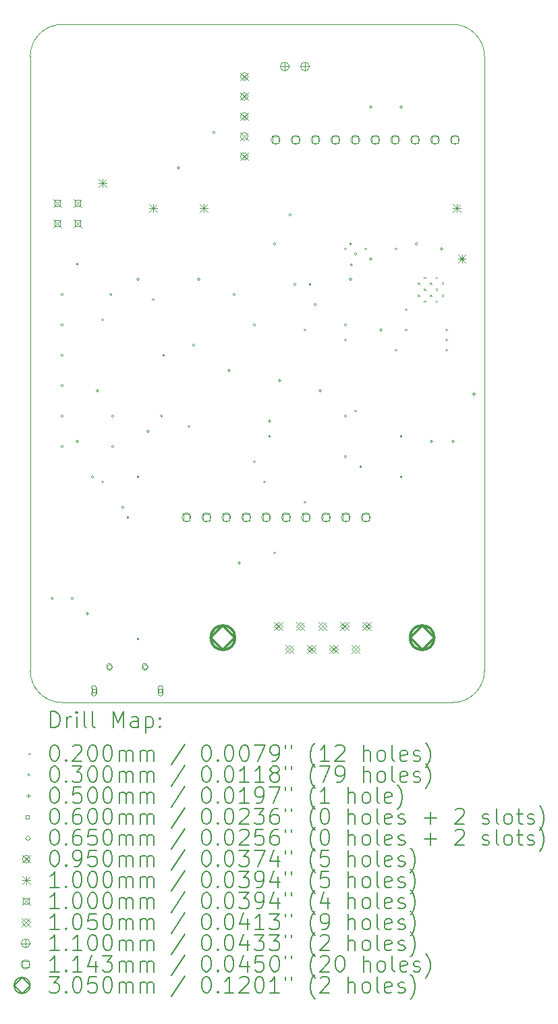
<source format=gbr>
%TF.GenerationSoftware,KiCad,Pcbnew,8.0.5*%
%TF.CreationDate,2024-11-16T15:57:55-06:00*%
%TF.ProjectId,ControllerPCB,436f6e74-726f-46c6-9c65-725043422e6b,rev?*%
%TF.SameCoordinates,Original*%
%TF.FileFunction,Drillmap*%
%TF.FilePolarity,Positive*%
%FSLAX45Y45*%
G04 Gerber Fmt 4.5, Leading zero omitted, Abs format (unit mm)*
G04 Created by KiCad (PCBNEW 8.0.5) date 2024-11-16 15:57:55*
%MOMM*%
%LPD*%
G01*
G04 APERTURE LIST*
%ADD10C,0.050000*%
%ADD11C,0.200000*%
%ADD12C,0.100000*%
%ADD13C,0.105000*%
%ADD14C,0.110000*%
%ADD15C,0.114300*%
%ADD16C,0.305000*%
G04 APERTURE END LIST*
D10*
X2824124Y-12731604D02*
X2824124Y-5031604D01*
X2824124Y-5031604D02*
G75*
G02*
X3224124Y-4631604I400000J0D01*
G01*
X3224124Y-13131604D02*
G75*
G02*
X2824124Y-12731604I0J400000D01*
G01*
X8524124Y-12731604D02*
G75*
G02*
X8124124Y-13131604I-400000J0D01*
G01*
X8124124Y-4631604D02*
G75*
G02*
X8524124Y-5031604I0J-400000D01*
G01*
X8124124Y-13131604D02*
X3224124Y-13131604D01*
X8524124Y-5031604D02*
X8524124Y-12731604D01*
X3224124Y-4631604D02*
X8124124Y-4631604D01*
D11*
D12*
X7689524Y-7868764D02*
X7709524Y-7888764D01*
X7709524Y-7868764D02*
X7689524Y-7888764D01*
X7689524Y-8018764D02*
X7709524Y-8038764D01*
X7709524Y-8018764D02*
X7689524Y-8038764D01*
X7764524Y-7793764D02*
X7784524Y-7813764D01*
X7784524Y-7793764D02*
X7764524Y-7813764D01*
X7764524Y-7943764D02*
X7784524Y-7963764D01*
X7784524Y-7943764D02*
X7764524Y-7963764D01*
X7764524Y-8093764D02*
X7784524Y-8113764D01*
X7784524Y-8093764D02*
X7764524Y-8113764D01*
X7839524Y-7868764D02*
X7859524Y-7888764D01*
X7859524Y-7868764D02*
X7839524Y-7888764D01*
X7839524Y-8018764D02*
X7859524Y-8038764D01*
X7859524Y-8018764D02*
X7839524Y-8038764D01*
X7914524Y-7793764D02*
X7934524Y-7813764D01*
X7934524Y-7793764D02*
X7914524Y-7813764D01*
X7914524Y-7943764D02*
X7934524Y-7963764D01*
X7934524Y-7943764D02*
X7914524Y-7963764D01*
X7914524Y-8093764D02*
X7934524Y-8113764D01*
X7934524Y-8093764D02*
X7914524Y-8113764D01*
X7989524Y-7868764D02*
X8009524Y-7888764D01*
X8009524Y-7868764D02*
X7989524Y-7888764D01*
X7989524Y-8018764D02*
X8009524Y-8038764D01*
X8009524Y-8018764D02*
X7989524Y-8038764D01*
X3114124Y-11826104D02*
G75*
G02*
X3084124Y-11826104I-15000J0D01*
G01*
X3084124Y-11826104D02*
G75*
G02*
X3114124Y-11826104I15000J0D01*
G01*
X3239124Y-8016104D02*
G75*
G02*
X3209124Y-8016104I-15000J0D01*
G01*
X3209124Y-8016104D02*
G75*
G02*
X3239124Y-8016104I15000J0D01*
G01*
X3239124Y-8397104D02*
G75*
G02*
X3209124Y-8397104I-15000J0D01*
G01*
X3209124Y-8397104D02*
G75*
G02*
X3239124Y-8397104I15000J0D01*
G01*
X3239124Y-8778104D02*
G75*
G02*
X3209124Y-8778104I-15000J0D01*
G01*
X3209124Y-8778104D02*
G75*
G02*
X3239124Y-8778104I15000J0D01*
G01*
X3239124Y-9159104D02*
G75*
G02*
X3209124Y-9159104I-15000J0D01*
G01*
X3209124Y-9159104D02*
G75*
G02*
X3239124Y-9159104I15000J0D01*
G01*
X3239124Y-9540104D02*
G75*
G02*
X3209124Y-9540104I-15000J0D01*
G01*
X3209124Y-9540104D02*
G75*
G02*
X3239124Y-9540104I15000J0D01*
G01*
X3239124Y-9921104D02*
G75*
G02*
X3209124Y-9921104I-15000J0D01*
G01*
X3209124Y-9921104D02*
G75*
G02*
X3239124Y-9921104I15000J0D01*
G01*
X3366124Y-11826104D02*
G75*
G02*
X3336124Y-11826104I-15000J0D01*
G01*
X3336124Y-11826104D02*
G75*
G02*
X3366124Y-11826104I15000J0D01*
G01*
X3429624Y-7635104D02*
G75*
G02*
X3399624Y-7635104I-15000J0D01*
G01*
X3399624Y-7635104D02*
G75*
G02*
X3429624Y-7635104I15000J0D01*
G01*
X3429624Y-9857604D02*
G75*
G02*
X3399624Y-9857604I-15000J0D01*
G01*
X3399624Y-9857604D02*
G75*
G02*
X3429624Y-9857604I15000J0D01*
G01*
X3556624Y-12016604D02*
G75*
G02*
X3526624Y-12016604I-15000J0D01*
G01*
X3526624Y-12016604D02*
G75*
G02*
X3556624Y-12016604I15000J0D01*
G01*
X3620124Y-10302104D02*
G75*
G02*
X3590124Y-10302104I-15000J0D01*
G01*
X3590124Y-10302104D02*
G75*
G02*
X3620124Y-10302104I15000J0D01*
G01*
X3683624Y-9222604D02*
G75*
G02*
X3653624Y-9222604I-15000J0D01*
G01*
X3653624Y-9222604D02*
G75*
G02*
X3683624Y-9222604I15000J0D01*
G01*
X3747124Y-8333604D02*
G75*
G02*
X3717124Y-8333604I-15000J0D01*
G01*
X3717124Y-8333604D02*
G75*
G02*
X3747124Y-8333604I15000J0D01*
G01*
X3747124Y-10365604D02*
G75*
G02*
X3717124Y-10365604I-15000J0D01*
G01*
X3717124Y-10365604D02*
G75*
G02*
X3747124Y-10365604I15000J0D01*
G01*
X3850874Y-8016104D02*
G75*
G02*
X3820874Y-8016104I-15000J0D01*
G01*
X3820874Y-8016104D02*
G75*
G02*
X3850874Y-8016104I15000J0D01*
G01*
X3874124Y-9540104D02*
G75*
G02*
X3844124Y-9540104I-15000J0D01*
G01*
X3844124Y-9540104D02*
G75*
G02*
X3874124Y-9540104I15000J0D01*
G01*
X3874124Y-9921104D02*
G75*
G02*
X3844124Y-9921104I-15000J0D01*
G01*
X3844124Y-9921104D02*
G75*
G02*
X3874124Y-9921104I15000J0D01*
G01*
X4001124Y-10683104D02*
G75*
G02*
X3971124Y-10683104I-15000J0D01*
G01*
X3971124Y-10683104D02*
G75*
G02*
X4001124Y-10683104I15000J0D01*
G01*
X4064624Y-10810104D02*
G75*
G02*
X4034624Y-10810104I-15000J0D01*
G01*
X4034624Y-10810104D02*
G75*
G02*
X4064624Y-10810104I15000J0D01*
G01*
X4191624Y-7825604D02*
G75*
G02*
X4161624Y-7825604I-15000J0D01*
G01*
X4161624Y-7825604D02*
G75*
G02*
X4191624Y-7825604I15000J0D01*
G01*
X4191624Y-10302104D02*
G75*
G02*
X4161624Y-10302104I-15000J0D01*
G01*
X4161624Y-10302104D02*
G75*
G02*
X4191624Y-10302104I15000J0D01*
G01*
X4191624Y-12334104D02*
G75*
G02*
X4161624Y-12334104I-15000J0D01*
G01*
X4161624Y-12334104D02*
G75*
G02*
X4191624Y-12334104I15000J0D01*
G01*
X4318624Y-9730604D02*
G75*
G02*
X4288624Y-9730604I-15000J0D01*
G01*
X4288624Y-9730604D02*
G75*
G02*
X4318624Y-9730604I15000J0D01*
G01*
X4382124Y-8079604D02*
G75*
G02*
X4352124Y-8079604I-15000J0D01*
G01*
X4352124Y-8079604D02*
G75*
G02*
X4382124Y-8079604I15000J0D01*
G01*
X4485874Y-9540104D02*
G75*
G02*
X4455874Y-9540104I-15000J0D01*
G01*
X4455874Y-9540104D02*
G75*
G02*
X4485874Y-9540104I15000J0D01*
G01*
X4512874Y-8778104D02*
G75*
G02*
X4482874Y-8778104I-15000J0D01*
G01*
X4482874Y-8778104D02*
G75*
G02*
X4512874Y-8778104I15000J0D01*
G01*
X4699624Y-6428604D02*
G75*
G02*
X4669624Y-6428604I-15000J0D01*
G01*
X4669624Y-6428604D02*
G75*
G02*
X4699624Y-6428604I15000J0D01*
G01*
X4830124Y-9671206D02*
G75*
G02*
X4800124Y-9671206I-15000J0D01*
G01*
X4800124Y-9671206D02*
G75*
G02*
X4830124Y-9671206I15000J0D01*
G01*
X4890124Y-8651104D02*
G75*
G02*
X4860124Y-8651104I-15000J0D01*
G01*
X4860124Y-8651104D02*
G75*
G02*
X4890124Y-8651104I15000J0D01*
G01*
X4953624Y-7825604D02*
G75*
G02*
X4923624Y-7825604I-15000J0D01*
G01*
X4923624Y-7825604D02*
G75*
G02*
X4953624Y-7825604I15000J0D01*
G01*
X5144124Y-5984104D02*
G75*
G02*
X5114124Y-5984104I-15000J0D01*
G01*
X5114124Y-5984104D02*
G75*
G02*
X5144124Y-5984104I15000J0D01*
G01*
X5334624Y-8968604D02*
G75*
G02*
X5304624Y-8968604I-15000J0D01*
G01*
X5304624Y-8968604D02*
G75*
G02*
X5334624Y-8968604I15000J0D01*
G01*
X5398124Y-8016104D02*
G75*
G02*
X5368124Y-8016104I-15000J0D01*
G01*
X5368124Y-8016104D02*
G75*
G02*
X5398124Y-8016104I15000J0D01*
G01*
X5461624Y-11381604D02*
G75*
G02*
X5431624Y-11381604I-15000J0D01*
G01*
X5431624Y-11381604D02*
G75*
G02*
X5461624Y-11381604I15000J0D01*
G01*
X5652124Y-8397104D02*
G75*
G02*
X5622124Y-8397104I-15000J0D01*
G01*
X5622124Y-8397104D02*
G75*
G02*
X5652124Y-8397104I15000J0D01*
G01*
X5652124Y-10111604D02*
G75*
G02*
X5622124Y-10111604I-15000J0D01*
G01*
X5622124Y-10111604D02*
G75*
G02*
X5652124Y-10111604I15000J0D01*
G01*
X5779124Y-10365604D02*
G75*
G02*
X5749124Y-10365604I-15000J0D01*
G01*
X5749124Y-10365604D02*
G75*
G02*
X5779124Y-10365604I15000J0D01*
G01*
X5842624Y-9603604D02*
G75*
G02*
X5812624Y-9603604I-15000J0D01*
G01*
X5812624Y-9603604D02*
G75*
G02*
X5842624Y-9603604I15000J0D01*
G01*
X5842624Y-9794104D02*
G75*
G02*
X5812624Y-9794104I-15000J0D01*
G01*
X5812624Y-9794104D02*
G75*
G02*
X5842624Y-9794104I15000J0D01*
G01*
X5906124Y-7381104D02*
G75*
G02*
X5876124Y-7381104I-15000J0D01*
G01*
X5876124Y-7381104D02*
G75*
G02*
X5906124Y-7381104I15000J0D01*
G01*
X5906124Y-11254604D02*
G75*
G02*
X5876124Y-11254604I-15000J0D01*
G01*
X5876124Y-11254604D02*
G75*
G02*
X5906124Y-11254604I15000J0D01*
G01*
X5969624Y-9095604D02*
G75*
G02*
X5939624Y-9095604I-15000J0D01*
G01*
X5939624Y-9095604D02*
G75*
G02*
X5969624Y-9095604I15000J0D01*
G01*
X6100124Y-7017956D02*
G75*
G02*
X6070124Y-7017956I-15000J0D01*
G01*
X6070124Y-7017956D02*
G75*
G02*
X6100124Y-7017956I15000J0D01*
G01*
X6160124Y-7889104D02*
G75*
G02*
X6130124Y-7889104I-15000J0D01*
G01*
X6130124Y-7889104D02*
G75*
G02*
X6160124Y-7889104I15000J0D01*
G01*
X6287124Y-8460604D02*
G75*
G02*
X6257124Y-8460604I-15000J0D01*
G01*
X6257124Y-8460604D02*
G75*
G02*
X6287124Y-8460604I15000J0D01*
G01*
X6287124Y-10619604D02*
G75*
G02*
X6257124Y-10619604I-15000J0D01*
G01*
X6257124Y-10619604D02*
G75*
G02*
X6287124Y-10619604I15000J0D01*
G01*
X6350624Y-7889104D02*
G75*
G02*
X6320624Y-7889104I-15000J0D01*
G01*
X6320624Y-7889104D02*
G75*
G02*
X6350624Y-7889104I15000J0D01*
G01*
X6414124Y-8143104D02*
G75*
G02*
X6384124Y-8143104I-15000J0D01*
G01*
X6384124Y-8143104D02*
G75*
G02*
X6414124Y-8143104I15000J0D01*
G01*
X6477624Y-9222604D02*
G75*
G02*
X6447624Y-9222604I-15000J0D01*
G01*
X6447624Y-9222604D02*
G75*
G02*
X6477624Y-9222604I15000J0D01*
G01*
X6795124Y-7444604D02*
G75*
G02*
X6765124Y-7444604I-15000J0D01*
G01*
X6765124Y-7444604D02*
G75*
G02*
X6795124Y-7444604I15000J0D01*
G01*
X6795124Y-8397104D02*
G75*
G02*
X6765124Y-8397104I-15000J0D01*
G01*
X6765124Y-8397104D02*
G75*
G02*
X6795124Y-8397104I15000J0D01*
G01*
X6795124Y-8587604D02*
G75*
G02*
X6765124Y-8587604I-15000J0D01*
G01*
X6765124Y-8587604D02*
G75*
G02*
X6795124Y-8587604I15000J0D01*
G01*
X6795124Y-9540104D02*
G75*
G02*
X6765124Y-9540104I-15000J0D01*
G01*
X6765124Y-9540104D02*
G75*
G02*
X6795124Y-9540104I15000J0D01*
G01*
X6795124Y-10048104D02*
G75*
G02*
X6765124Y-10048104I-15000J0D01*
G01*
X6765124Y-10048104D02*
G75*
G02*
X6795124Y-10048104I15000J0D01*
G01*
X6858124Y-7381104D02*
G75*
G02*
X6828124Y-7381104I-15000J0D01*
G01*
X6828124Y-7381104D02*
G75*
G02*
X6858124Y-7381104I15000J0D01*
G01*
X6858624Y-7825604D02*
G75*
G02*
X6828624Y-7825604I-15000J0D01*
G01*
X6828624Y-7825604D02*
G75*
G02*
X6858624Y-7825604I15000J0D01*
G01*
X6869300Y-7645780D02*
G75*
G02*
X6839300Y-7645780I-15000J0D01*
G01*
X6839300Y-7645780D02*
G75*
G02*
X6869300Y-7645780I15000J0D01*
G01*
X6922124Y-7508104D02*
G75*
G02*
X6892124Y-7508104I-15000J0D01*
G01*
X6892124Y-7508104D02*
G75*
G02*
X6922124Y-7508104I15000J0D01*
G01*
X6922124Y-9476604D02*
G75*
G02*
X6892124Y-9476604I-15000J0D01*
G01*
X6892124Y-9476604D02*
G75*
G02*
X6922124Y-9476604I15000J0D01*
G01*
X6985624Y-10175104D02*
G75*
G02*
X6955624Y-10175104I-15000J0D01*
G01*
X6955624Y-10175104D02*
G75*
G02*
X6985624Y-10175104I15000J0D01*
G01*
X7049124Y-7444604D02*
G75*
G02*
X7019124Y-7444604I-15000J0D01*
G01*
X7019124Y-7444604D02*
G75*
G02*
X7049124Y-7444604I15000J0D01*
G01*
X7112624Y-5666604D02*
G75*
G02*
X7082624Y-5666604I-15000J0D01*
G01*
X7082624Y-5666604D02*
G75*
G02*
X7112624Y-5666604I15000J0D01*
G01*
X7112624Y-7571604D02*
G75*
G02*
X7082624Y-7571604I-15000J0D01*
G01*
X7082624Y-7571604D02*
G75*
G02*
X7112624Y-7571604I15000J0D01*
G01*
X7239624Y-8460604D02*
G75*
G02*
X7209624Y-8460604I-15000J0D01*
G01*
X7209624Y-8460604D02*
G75*
G02*
X7239624Y-8460604I15000J0D01*
G01*
X7430124Y-7444604D02*
G75*
G02*
X7400124Y-7444604I-15000J0D01*
G01*
X7400124Y-7444604D02*
G75*
G02*
X7430124Y-7444604I15000J0D01*
G01*
X7430124Y-8714604D02*
G75*
G02*
X7400124Y-8714604I-15000J0D01*
G01*
X7400124Y-8714604D02*
G75*
G02*
X7430124Y-8714604I15000J0D01*
G01*
X7493624Y-5666604D02*
G75*
G02*
X7463624Y-5666604I-15000J0D01*
G01*
X7463624Y-5666604D02*
G75*
G02*
X7493624Y-5666604I15000J0D01*
G01*
X7493624Y-9794104D02*
G75*
G02*
X7463624Y-9794104I-15000J0D01*
G01*
X7463624Y-9794104D02*
G75*
G02*
X7493624Y-9794104I15000J0D01*
G01*
X7493624Y-10302104D02*
G75*
G02*
X7463624Y-10302104I-15000J0D01*
G01*
X7463624Y-10302104D02*
G75*
G02*
X7493624Y-10302104I15000J0D01*
G01*
X7557124Y-8206604D02*
G75*
G02*
X7527124Y-8206604I-15000J0D01*
G01*
X7527124Y-8206604D02*
G75*
G02*
X7557124Y-8206604I15000J0D01*
G01*
X7557124Y-8460604D02*
G75*
G02*
X7527124Y-8460604I-15000J0D01*
G01*
X7527124Y-8460604D02*
G75*
G02*
X7557124Y-8460604I15000J0D01*
G01*
X7684124Y-7381104D02*
G75*
G02*
X7654124Y-7381104I-15000J0D01*
G01*
X7654124Y-7381104D02*
G75*
G02*
X7684124Y-7381104I15000J0D01*
G01*
X7874624Y-9857604D02*
G75*
G02*
X7844624Y-9857604I-15000J0D01*
G01*
X7844624Y-9857604D02*
G75*
G02*
X7874624Y-9857604I15000J0D01*
G01*
X8001624Y-7444604D02*
G75*
G02*
X7971624Y-7444604I-15000J0D01*
G01*
X7971624Y-7444604D02*
G75*
G02*
X8001624Y-7444604I15000J0D01*
G01*
X8065124Y-8460604D02*
G75*
G02*
X8035124Y-8460604I-15000J0D01*
G01*
X8035124Y-8460604D02*
G75*
G02*
X8065124Y-8460604I15000J0D01*
G01*
X8065124Y-8587604D02*
G75*
G02*
X8035124Y-8587604I-15000J0D01*
G01*
X8035124Y-8587604D02*
G75*
G02*
X8065124Y-8587604I15000J0D01*
G01*
X8065124Y-8714604D02*
G75*
G02*
X8035124Y-8714604I-15000J0D01*
G01*
X8035124Y-8714604D02*
G75*
G02*
X8065124Y-8714604I15000J0D01*
G01*
X8145524Y-9857604D02*
G75*
G02*
X8115524Y-9857604I-15000J0D01*
G01*
X8115524Y-9857604D02*
G75*
G02*
X8145524Y-9857604I15000J0D01*
G01*
X8385998Y-9237359D02*
X8385998Y-9287359D01*
X8360998Y-9262359D02*
X8410998Y-9262359D01*
X3643878Y-13005458D02*
X3643878Y-12963031D01*
X3601451Y-12963031D01*
X3601451Y-13005458D01*
X3643878Y-13005458D01*
X3592664Y-12949244D02*
X3592664Y-13019244D01*
X3652664Y-13019244D02*
G75*
G02*
X3592664Y-13019244I-30000J0D01*
G01*
X3652664Y-13019244D02*
X3652664Y-12949244D01*
X3652664Y-12949244D02*
G75*
G03*
X3592664Y-12949244I-30000J0D01*
G01*
X4478878Y-13005458D02*
X4478878Y-12963031D01*
X4436451Y-12963031D01*
X4436451Y-13005458D01*
X4478878Y-13005458D01*
X4427664Y-12949244D02*
X4427664Y-13019244D01*
X4487664Y-13019244D02*
G75*
G02*
X4427664Y-13019244I-30000J0D01*
G01*
X4487664Y-13019244D02*
X4487664Y-12949244D01*
X4487664Y-12949244D02*
G75*
G03*
X4427664Y-12949244I-30000J0D01*
G01*
X3817664Y-12716744D02*
X3850164Y-12684244D01*
X3817664Y-12651744D01*
X3785164Y-12684244D01*
X3817664Y-12716744D01*
X3785164Y-12674244D02*
X3785164Y-12694244D01*
X3850164Y-12694244D02*
G75*
G02*
X3785164Y-12694244I-32500J0D01*
G01*
X3850164Y-12694244D02*
X3850164Y-12674244D01*
X3850164Y-12674244D02*
G75*
G03*
X3785164Y-12674244I-32500J0D01*
G01*
X4262664Y-12716744D02*
X4295164Y-12684244D01*
X4262664Y-12651744D01*
X4230164Y-12684244D01*
X4262664Y-12716744D01*
X4230164Y-12674244D02*
X4230164Y-12694244D01*
X4295164Y-12694244D02*
G75*
G02*
X4230164Y-12694244I-32500J0D01*
G01*
X4295164Y-12694244D02*
X4295164Y-12674244D01*
X4295164Y-12674244D02*
G75*
G03*
X4230164Y-12674244I-32500J0D01*
G01*
X5462624Y-5238104D02*
X5557624Y-5333104D01*
X5557624Y-5238104D02*
X5462624Y-5333104D01*
X5557624Y-5285604D02*
G75*
G02*
X5462624Y-5285604I-47500J0D01*
G01*
X5462624Y-5285604D02*
G75*
G02*
X5557624Y-5285604I47500J0D01*
G01*
X5462624Y-5488104D02*
X5557624Y-5583104D01*
X5557624Y-5488104D02*
X5462624Y-5583104D01*
X5557624Y-5535604D02*
G75*
G02*
X5462624Y-5535604I-47500J0D01*
G01*
X5462624Y-5535604D02*
G75*
G02*
X5557624Y-5535604I47500J0D01*
G01*
X5462624Y-5738104D02*
X5557624Y-5833104D01*
X5557624Y-5738104D02*
X5462624Y-5833104D01*
X5557624Y-5785604D02*
G75*
G02*
X5462624Y-5785604I-47500J0D01*
G01*
X5462624Y-5785604D02*
G75*
G02*
X5557624Y-5785604I47500J0D01*
G01*
X5462624Y-5988104D02*
X5557624Y-6083104D01*
X5557624Y-5988104D02*
X5462624Y-6083104D01*
X5557624Y-6035604D02*
G75*
G02*
X5462624Y-6035604I-47500J0D01*
G01*
X5462624Y-6035604D02*
G75*
G02*
X5557624Y-6035604I47500J0D01*
G01*
X5462624Y-6238104D02*
X5557624Y-6333104D01*
X5557624Y-6238104D02*
X5462624Y-6333104D01*
X5557624Y-6285604D02*
G75*
G02*
X5462624Y-6285604I-47500J0D01*
G01*
X5462624Y-6285604D02*
G75*
G02*
X5557624Y-6285604I47500J0D01*
G01*
X3682124Y-6569104D02*
X3782124Y-6669104D01*
X3782124Y-6569104D02*
X3682124Y-6669104D01*
X3732124Y-6569104D02*
X3732124Y-6669104D01*
X3682124Y-6619104D02*
X3782124Y-6619104D01*
X4317124Y-6886604D02*
X4417124Y-6986604D01*
X4417124Y-6886604D02*
X4317124Y-6986604D01*
X4367124Y-6886604D02*
X4367124Y-6986604D01*
X4317124Y-6936604D02*
X4417124Y-6936604D01*
X4952124Y-6886604D02*
X5052124Y-6986604D01*
X5052124Y-6886604D02*
X4952124Y-6986604D01*
X5002124Y-6886604D02*
X5002124Y-6986604D01*
X4952124Y-6936604D02*
X5052124Y-6936604D01*
X8127124Y-6886604D02*
X8227124Y-6986604D01*
X8227124Y-6886604D02*
X8127124Y-6986604D01*
X8177124Y-6886604D02*
X8177124Y-6986604D01*
X8127124Y-6936604D02*
X8227124Y-6936604D01*
X8190624Y-7521604D02*
X8290624Y-7621604D01*
X8290624Y-7521604D02*
X8190624Y-7621604D01*
X8240624Y-7521604D02*
X8240624Y-7621604D01*
X8190624Y-7571604D02*
X8290624Y-7571604D01*
X3112624Y-6821104D02*
X3212624Y-6921104D01*
X3212624Y-6821104D02*
X3112624Y-6921104D01*
X3197980Y-6906459D02*
X3197980Y-6835748D01*
X3127268Y-6835748D01*
X3127268Y-6906459D01*
X3197980Y-6906459D01*
X3112624Y-7075104D02*
X3212624Y-7175104D01*
X3212624Y-7075104D02*
X3112624Y-7175104D01*
X3197980Y-7160459D02*
X3197980Y-7089748D01*
X3127268Y-7089748D01*
X3127268Y-7160459D01*
X3197980Y-7160459D01*
X3366624Y-6821104D02*
X3466624Y-6921104D01*
X3466624Y-6821104D02*
X3366624Y-6921104D01*
X3451980Y-6906459D02*
X3451980Y-6835748D01*
X3381268Y-6835748D01*
X3381268Y-6906459D01*
X3451980Y-6906459D01*
X3366624Y-7075104D02*
X3466624Y-7175104D01*
X3466624Y-7075104D02*
X3366624Y-7175104D01*
X3451980Y-7160459D02*
X3451980Y-7089748D01*
X3381268Y-7089748D01*
X3381268Y-7160459D01*
X3451980Y-7160459D01*
D13*
X5885124Y-12124604D02*
X5990124Y-12229604D01*
X5990124Y-12124604D02*
X5885124Y-12229604D01*
X5937624Y-12229604D02*
X5990124Y-12177104D01*
X5937624Y-12124604D01*
X5885124Y-12177104D01*
X5937624Y-12229604D01*
X6023624Y-12408604D02*
X6128624Y-12513604D01*
X6128624Y-12408604D02*
X6023624Y-12513604D01*
X6076124Y-12513604D02*
X6128624Y-12461104D01*
X6076124Y-12408604D01*
X6023624Y-12461104D01*
X6076124Y-12513604D01*
X6162124Y-12124604D02*
X6267124Y-12229604D01*
X6267124Y-12124604D02*
X6162124Y-12229604D01*
X6214624Y-12229604D02*
X6267124Y-12177104D01*
X6214624Y-12124604D01*
X6162124Y-12177104D01*
X6214624Y-12229604D01*
X6300624Y-12408604D02*
X6405624Y-12513604D01*
X6405624Y-12408604D02*
X6300624Y-12513604D01*
X6353124Y-12513604D02*
X6405624Y-12461104D01*
X6353124Y-12408604D01*
X6300624Y-12461104D01*
X6353124Y-12513604D01*
X6439124Y-12124604D02*
X6544124Y-12229604D01*
X6544124Y-12124604D02*
X6439124Y-12229604D01*
X6491624Y-12229604D02*
X6544124Y-12177104D01*
X6491624Y-12124604D01*
X6439124Y-12177104D01*
X6491624Y-12229604D01*
X6577624Y-12408604D02*
X6682624Y-12513604D01*
X6682624Y-12408604D02*
X6577624Y-12513604D01*
X6630124Y-12513604D02*
X6682624Y-12461104D01*
X6630124Y-12408604D01*
X6577624Y-12461104D01*
X6630124Y-12513604D01*
X6716124Y-12124604D02*
X6821124Y-12229604D01*
X6821124Y-12124604D02*
X6716124Y-12229604D01*
X6768624Y-12229604D02*
X6821124Y-12177104D01*
X6768624Y-12124604D01*
X6716124Y-12177104D01*
X6768624Y-12229604D01*
X6854624Y-12408604D02*
X6959624Y-12513604D01*
X6959624Y-12408604D02*
X6854624Y-12513604D01*
X6907124Y-12513604D02*
X6959624Y-12461104D01*
X6907124Y-12408604D01*
X6854624Y-12461104D01*
X6907124Y-12513604D01*
X6993124Y-12124604D02*
X7098124Y-12229604D01*
X7098124Y-12124604D02*
X6993124Y-12229604D01*
X7045624Y-12229604D02*
X7098124Y-12177104D01*
X7045624Y-12124604D01*
X6993124Y-12177104D01*
X7045624Y-12229604D01*
D14*
X6018124Y-5103604D02*
X6018124Y-5213604D01*
X5963124Y-5158604D02*
X6073124Y-5158604D01*
X6073124Y-5158604D02*
G75*
G02*
X5963124Y-5158604I-55000J0D01*
G01*
X5963124Y-5158604D02*
G75*
G02*
X6073124Y-5158604I55000J0D01*
G01*
X6272124Y-5103604D02*
X6272124Y-5213604D01*
X6217124Y-5158604D02*
X6327124Y-5158604D01*
X6327124Y-5158604D02*
G75*
G02*
X6217124Y-5158604I-55000J0D01*
G01*
X6217124Y-5158604D02*
G75*
G02*
X6327124Y-5158604I55000J0D01*
G01*
D15*
X4824535Y-10850515D02*
X4824535Y-10769692D01*
X4743712Y-10769692D01*
X4743712Y-10850515D01*
X4824535Y-10850515D01*
X4841274Y-10810104D02*
G75*
G02*
X4726974Y-10810104I-57150J0D01*
G01*
X4726974Y-10810104D02*
G75*
G02*
X4841274Y-10810104I57150J0D01*
G01*
X5074535Y-10850515D02*
X5074535Y-10769692D01*
X4993712Y-10769692D01*
X4993712Y-10850515D01*
X5074535Y-10850515D01*
X5091274Y-10810104D02*
G75*
G02*
X4976974Y-10810104I-57150J0D01*
G01*
X4976974Y-10810104D02*
G75*
G02*
X5091274Y-10810104I57150J0D01*
G01*
X5324535Y-10850515D02*
X5324535Y-10769692D01*
X5243712Y-10769692D01*
X5243712Y-10850515D01*
X5324535Y-10850515D01*
X5341274Y-10810104D02*
G75*
G02*
X5226974Y-10810104I-57150J0D01*
G01*
X5226974Y-10810104D02*
G75*
G02*
X5341274Y-10810104I57150J0D01*
G01*
X5574535Y-10850515D02*
X5574535Y-10769692D01*
X5493712Y-10769692D01*
X5493712Y-10850515D01*
X5574535Y-10850515D01*
X5591274Y-10810104D02*
G75*
G02*
X5476974Y-10810104I-57150J0D01*
G01*
X5476974Y-10810104D02*
G75*
G02*
X5591274Y-10810104I57150J0D01*
G01*
X5824535Y-10850515D02*
X5824535Y-10769692D01*
X5743712Y-10769692D01*
X5743712Y-10850515D01*
X5824535Y-10850515D01*
X5841274Y-10810104D02*
G75*
G02*
X5726974Y-10810104I-57150J0D01*
G01*
X5726974Y-10810104D02*
G75*
G02*
X5841274Y-10810104I57150J0D01*
G01*
X5943535Y-6117735D02*
X5943535Y-6036912D01*
X5862712Y-6036912D01*
X5862712Y-6117735D01*
X5943535Y-6117735D01*
X5960274Y-6077324D02*
G75*
G02*
X5845974Y-6077324I-57150J0D01*
G01*
X5845974Y-6077324D02*
G75*
G02*
X5960274Y-6077324I57150J0D01*
G01*
X6074535Y-10850515D02*
X6074535Y-10769692D01*
X5993712Y-10769692D01*
X5993712Y-10850515D01*
X6074535Y-10850515D01*
X6091274Y-10810104D02*
G75*
G02*
X5976974Y-10810104I-57150J0D01*
G01*
X5976974Y-10810104D02*
G75*
G02*
X6091274Y-10810104I57150J0D01*
G01*
X6193535Y-6117735D02*
X6193535Y-6036912D01*
X6112712Y-6036912D01*
X6112712Y-6117735D01*
X6193535Y-6117735D01*
X6210274Y-6077324D02*
G75*
G02*
X6095974Y-6077324I-57150J0D01*
G01*
X6095974Y-6077324D02*
G75*
G02*
X6210274Y-6077324I57150J0D01*
G01*
X6324535Y-10850515D02*
X6324535Y-10769692D01*
X6243712Y-10769692D01*
X6243712Y-10850515D01*
X6324535Y-10850515D01*
X6341274Y-10810104D02*
G75*
G02*
X6226974Y-10810104I-57150J0D01*
G01*
X6226974Y-10810104D02*
G75*
G02*
X6341274Y-10810104I57150J0D01*
G01*
X6443535Y-6117735D02*
X6443535Y-6036912D01*
X6362712Y-6036912D01*
X6362712Y-6117735D01*
X6443535Y-6117735D01*
X6460274Y-6077324D02*
G75*
G02*
X6345974Y-6077324I-57150J0D01*
G01*
X6345974Y-6077324D02*
G75*
G02*
X6460274Y-6077324I57150J0D01*
G01*
X6574535Y-10850515D02*
X6574535Y-10769692D01*
X6493712Y-10769692D01*
X6493712Y-10850515D01*
X6574535Y-10850515D01*
X6591274Y-10810104D02*
G75*
G02*
X6476974Y-10810104I-57150J0D01*
G01*
X6476974Y-10810104D02*
G75*
G02*
X6591274Y-10810104I57150J0D01*
G01*
X6693535Y-6117735D02*
X6693535Y-6036912D01*
X6612712Y-6036912D01*
X6612712Y-6117735D01*
X6693535Y-6117735D01*
X6710274Y-6077324D02*
G75*
G02*
X6595974Y-6077324I-57150J0D01*
G01*
X6595974Y-6077324D02*
G75*
G02*
X6710274Y-6077324I57150J0D01*
G01*
X6824535Y-10850515D02*
X6824535Y-10769692D01*
X6743712Y-10769692D01*
X6743712Y-10850515D01*
X6824535Y-10850515D01*
X6841274Y-10810104D02*
G75*
G02*
X6726974Y-10810104I-57150J0D01*
G01*
X6726974Y-10810104D02*
G75*
G02*
X6841274Y-10810104I57150J0D01*
G01*
X6943535Y-6117735D02*
X6943535Y-6036912D01*
X6862712Y-6036912D01*
X6862712Y-6117735D01*
X6943535Y-6117735D01*
X6960274Y-6077324D02*
G75*
G02*
X6845974Y-6077324I-57150J0D01*
G01*
X6845974Y-6077324D02*
G75*
G02*
X6960274Y-6077324I57150J0D01*
G01*
X7074535Y-10850515D02*
X7074535Y-10769692D01*
X6993712Y-10769692D01*
X6993712Y-10850515D01*
X7074535Y-10850515D01*
X7091274Y-10810104D02*
G75*
G02*
X6976974Y-10810104I-57150J0D01*
G01*
X6976974Y-10810104D02*
G75*
G02*
X7091274Y-10810104I57150J0D01*
G01*
X7193535Y-6117735D02*
X7193535Y-6036912D01*
X7112712Y-6036912D01*
X7112712Y-6117735D01*
X7193535Y-6117735D01*
X7210274Y-6077324D02*
G75*
G02*
X7095974Y-6077324I-57150J0D01*
G01*
X7095974Y-6077324D02*
G75*
G02*
X7210274Y-6077324I57150J0D01*
G01*
X7443535Y-6117735D02*
X7443535Y-6036912D01*
X7362712Y-6036912D01*
X7362712Y-6117735D01*
X7443535Y-6117735D01*
X7460274Y-6077324D02*
G75*
G02*
X7345974Y-6077324I-57150J0D01*
G01*
X7345974Y-6077324D02*
G75*
G02*
X7460274Y-6077324I57150J0D01*
G01*
X7693535Y-6117735D02*
X7693535Y-6036912D01*
X7612712Y-6036912D01*
X7612712Y-6117735D01*
X7693535Y-6117735D01*
X7710274Y-6077324D02*
G75*
G02*
X7595974Y-6077324I-57150J0D01*
G01*
X7595974Y-6077324D02*
G75*
G02*
X7710274Y-6077324I57150J0D01*
G01*
X7943535Y-6117735D02*
X7943535Y-6036912D01*
X7862712Y-6036912D01*
X7862712Y-6117735D01*
X7943535Y-6117735D01*
X7960274Y-6077324D02*
G75*
G02*
X7845974Y-6077324I-57150J0D01*
G01*
X7845974Y-6077324D02*
G75*
G02*
X7960274Y-6077324I57150J0D01*
G01*
X8193535Y-6117735D02*
X8193535Y-6036912D01*
X8112712Y-6036912D01*
X8112712Y-6117735D01*
X8193535Y-6117735D01*
X8210274Y-6077324D02*
G75*
G02*
X8095974Y-6077324I-57150J0D01*
G01*
X8095974Y-6077324D02*
G75*
G02*
X8210274Y-6077324I57150J0D01*
G01*
D16*
X5242124Y-12471604D02*
X5394624Y-12319104D01*
X5242124Y-12166604D01*
X5089624Y-12319104D01*
X5242124Y-12471604D01*
X5394624Y-12319104D02*
G75*
G02*
X5089624Y-12319104I-152500J0D01*
G01*
X5089624Y-12319104D02*
G75*
G02*
X5394624Y-12319104I152500J0D01*
G01*
X7741124Y-12471604D02*
X7893624Y-12319104D01*
X7741124Y-12166604D01*
X7588624Y-12319104D01*
X7741124Y-12471604D01*
X7893624Y-12319104D02*
G75*
G02*
X7588624Y-12319104I-152500J0D01*
G01*
X7588624Y-12319104D02*
G75*
G02*
X7893624Y-12319104I152500J0D01*
G01*
D11*
X3082401Y-13445587D02*
X3082401Y-13245587D01*
X3082401Y-13245587D02*
X3130020Y-13245587D01*
X3130020Y-13245587D02*
X3158591Y-13255111D01*
X3158591Y-13255111D02*
X3177639Y-13274159D01*
X3177639Y-13274159D02*
X3187163Y-13293206D01*
X3187163Y-13293206D02*
X3196686Y-13331302D01*
X3196686Y-13331302D02*
X3196686Y-13359873D01*
X3196686Y-13359873D02*
X3187163Y-13397968D01*
X3187163Y-13397968D02*
X3177639Y-13417016D01*
X3177639Y-13417016D02*
X3158591Y-13436064D01*
X3158591Y-13436064D02*
X3130020Y-13445587D01*
X3130020Y-13445587D02*
X3082401Y-13445587D01*
X3282401Y-13445587D02*
X3282401Y-13312254D01*
X3282401Y-13350349D02*
X3291924Y-13331302D01*
X3291924Y-13331302D02*
X3301448Y-13321778D01*
X3301448Y-13321778D02*
X3320496Y-13312254D01*
X3320496Y-13312254D02*
X3339544Y-13312254D01*
X3406210Y-13445587D02*
X3406210Y-13312254D01*
X3406210Y-13245587D02*
X3396686Y-13255111D01*
X3396686Y-13255111D02*
X3406210Y-13264635D01*
X3406210Y-13264635D02*
X3415734Y-13255111D01*
X3415734Y-13255111D02*
X3406210Y-13245587D01*
X3406210Y-13245587D02*
X3406210Y-13264635D01*
X3530020Y-13445587D02*
X3510972Y-13436064D01*
X3510972Y-13436064D02*
X3501448Y-13417016D01*
X3501448Y-13417016D02*
X3501448Y-13245587D01*
X3634782Y-13445587D02*
X3615734Y-13436064D01*
X3615734Y-13436064D02*
X3606210Y-13417016D01*
X3606210Y-13417016D02*
X3606210Y-13245587D01*
X3863353Y-13445587D02*
X3863353Y-13245587D01*
X3863353Y-13245587D02*
X3930020Y-13388445D01*
X3930020Y-13388445D02*
X3996686Y-13245587D01*
X3996686Y-13245587D02*
X3996686Y-13445587D01*
X4177639Y-13445587D02*
X4177639Y-13340826D01*
X4177639Y-13340826D02*
X4168115Y-13321778D01*
X4168115Y-13321778D02*
X4149067Y-13312254D01*
X4149067Y-13312254D02*
X4110972Y-13312254D01*
X4110972Y-13312254D02*
X4091924Y-13321778D01*
X4177639Y-13436064D02*
X4158591Y-13445587D01*
X4158591Y-13445587D02*
X4110972Y-13445587D01*
X4110972Y-13445587D02*
X4091924Y-13436064D01*
X4091924Y-13436064D02*
X4082401Y-13417016D01*
X4082401Y-13417016D02*
X4082401Y-13397968D01*
X4082401Y-13397968D02*
X4091924Y-13378921D01*
X4091924Y-13378921D02*
X4110972Y-13369397D01*
X4110972Y-13369397D02*
X4158591Y-13369397D01*
X4158591Y-13369397D02*
X4177639Y-13359873D01*
X4272877Y-13312254D02*
X4272877Y-13512254D01*
X4272877Y-13321778D02*
X4291925Y-13312254D01*
X4291925Y-13312254D02*
X4330020Y-13312254D01*
X4330020Y-13312254D02*
X4349067Y-13321778D01*
X4349067Y-13321778D02*
X4358591Y-13331302D01*
X4358591Y-13331302D02*
X4368115Y-13350349D01*
X4368115Y-13350349D02*
X4368115Y-13407492D01*
X4368115Y-13407492D02*
X4358591Y-13426540D01*
X4358591Y-13426540D02*
X4349067Y-13436064D01*
X4349067Y-13436064D02*
X4330020Y-13445587D01*
X4330020Y-13445587D02*
X4291925Y-13445587D01*
X4291925Y-13445587D02*
X4272877Y-13436064D01*
X4453829Y-13426540D02*
X4463353Y-13436064D01*
X4463353Y-13436064D02*
X4453829Y-13445587D01*
X4453829Y-13445587D02*
X4444306Y-13436064D01*
X4444306Y-13436064D02*
X4453829Y-13426540D01*
X4453829Y-13426540D02*
X4453829Y-13445587D01*
X4453829Y-13321778D02*
X4463353Y-13331302D01*
X4463353Y-13331302D02*
X4453829Y-13340826D01*
X4453829Y-13340826D02*
X4444306Y-13331302D01*
X4444306Y-13331302D02*
X4453829Y-13321778D01*
X4453829Y-13321778D02*
X4453829Y-13340826D01*
D12*
X2801624Y-13764104D02*
X2821624Y-13784104D01*
X2821624Y-13764104D02*
X2801624Y-13784104D01*
D11*
X3120496Y-13665587D02*
X3139544Y-13665587D01*
X3139544Y-13665587D02*
X3158591Y-13675111D01*
X3158591Y-13675111D02*
X3168115Y-13684635D01*
X3168115Y-13684635D02*
X3177639Y-13703683D01*
X3177639Y-13703683D02*
X3187163Y-13741778D01*
X3187163Y-13741778D02*
X3187163Y-13789397D01*
X3187163Y-13789397D02*
X3177639Y-13827492D01*
X3177639Y-13827492D02*
X3168115Y-13846540D01*
X3168115Y-13846540D02*
X3158591Y-13856064D01*
X3158591Y-13856064D02*
X3139544Y-13865587D01*
X3139544Y-13865587D02*
X3120496Y-13865587D01*
X3120496Y-13865587D02*
X3101448Y-13856064D01*
X3101448Y-13856064D02*
X3091924Y-13846540D01*
X3091924Y-13846540D02*
X3082401Y-13827492D01*
X3082401Y-13827492D02*
X3072877Y-13789397D01*
X3072877Y-13789397D02*
X3072877Y-13741778D01*
X3072877Y-13741778D02*
X3082401Y-13703683D01*
X3082401Y-13703683D02*
X3091924Y-13684635D01*
X3091924Y-13684635D02*
X3101448Y-13675111D01*
X3101448Y-13675111D02*
X3120496Y-13665587D01*
X3272877Y-13846540D02*
X3282401Y-13856064D01*
X3282401Y-13856064D02*
X3272877Y-13865587D01*
X3272877Y-13865587D02*
X3263353Y-13856064D01*
X3263353Y-13856064D02*
X3272877Y-13846540D01*
X3272877Y-13846540D02*
X3272877Y-13865587D01*
X3358591Y-13684635D02*
X3368115Y-13675111D01*
X3368115Y-13675111D02*
X3387163Y-13665587D01*
X3387163Y-13665587D02*
X3434782Y-13665587D01*
X3434782Y-13665587D02*
X3453829Y-13675111D01*
X3453829Y-13675111D02*
X3463353Y-13684635D01*
X3463353Y-13684635D02*
X3472877Y-13703683D01*
X3472877Y-13703683D02*
X3472877Y-13722730D01*
X3472877Y-13722730D02*
X3463353Y-13751302D01*
X3463353Y-13751302D02*
X3349067Y-13865587D01*
X3349067Y-13865587D02*
X3472877Y-13865587D01*
X3596686Y-13665587D02*
X3615734Y-13665587D01*
X3615734Y-13665587D02*
X3634782Y-13675111D01*
X3634782Y-13675111D02*
X3644305Y-13684635D01*
X3644305Y-13684635D02*
X3653829Y-13703683D01*
X3653829Y-13703683D02*
X3663353Y-13741778D01*
X3663353Y-13741778D02*
X3663353Y-13789397D01*
X3663353Y-13789397D02*
X3653829Y-13827492D01*
X3653829Y-13827492D02*
X3644305Y-13846540D01*
X3644305Y-13846540D02*
X3634782Y-13856064D01*
X3634782Y-13856064D02*
X3615734Y-13865587D01*
X3615734Y-13865587D02*
X3596686Y-13865587D01*
X3596686Y-13865587D02*
X3577639Y-13856064D01*
X3577639Y-13856064D02*
X3568115Y-13846540D01*
X3568115Y-13846540D02*
X3558591Y-13827492D01*
X3558591Y-13827492D02*
X3549067Y-13789397D01*
X3549067Y-13789397D02*
X3549067Y-13741778D01*
X3549067Y-13741778D02*
X3558591Y-13703683D01*
X3558591Y-13703683D02*
X3568115Y-13684635D01*
X3568115Y-13684635D02*
X3577639Y-13675111D01*
X3577639Y-13675111D02*
X3596686Y-13665587D01*
X3787163Y-13665587D02*
X3806210Y-13665587D01*
X3806210Y-13665587D02*
X3825258Y-13675111D01*
X3825258Y-13675111D02*
X3834782Y-13684635D01*
X3834782Y-13684635D02*
X3844305Y-13703683D01*
X3844305Y-13703683D02*
X3853829Y-13741778D01*
X3853829Y-13741778D02*
X3853829Y-13789397D01*
X3853829Y-13789397D02*
X3844305Y-13827492D01*
X3844305Y-13827492D02*
X3834782Y-13846540D01*
X3834782Y-13846540D02*
X3825258Y-13856064D01*
X3825258Y-13856064D02*
X3806210Y-13865587D01*
X3806210Y-13865587D02*
X3787163Y-13865587D01*
X3787163Y-13865587D02*
X3768115Y-13856064D01*
X3768115Y-13856064D02*
X3758591Y-13846540D01*
X3758591Y-13846540D02*
X3749067Y-13827492D01*
X3749067Y-13827492D02*
X3739544Y-13789397D01*
X3739544Y-13789397D02*
X3739544Y-13741778D01*
X3739544Y-13741778D02*
X3749067Y-13703683D01*
X3749067Y-13703683D02*
X3758591Y-13684635D01*
X3758591Y-13684635D02*
X3768115Y-13675111D01*
X3768115Y-13675111D02*
X3787163Y-13665587D01*
X3939544Y-13865587D02*
X3939544Y-13732254D01*
X3939544Y-13751302D02*
X3949067Y-13741778D01*
X3949067Y-13741778D02*
X3968115Y-13732254D01*
X3968115Y-13732254D02*
X3996686Y-13732254D01*
X3996686Y-13732254D02*
X4015734Y-13741778D01*
X4015734Y-13741778D02*
X4025258Y-13760826D01*
X4025258Y-13760826D02*
X4025258Y-13865587D01*
X4025258Y-13760826D02*
X4034782Y-13741778D01*
X4034782Y-13741778D02*
X4053829Y-13732254D01*
X4053829Y-13732254D02*
X4082401Y-13732254D01*
X4082401Y-13732254D02*
X4101448Y-13741778D01*
X4101448Y-13741778D02*
X4110972Y-13760826D01*
X4110972Y-13760826D02*
X4110972Y-13865587D01*
X4206210Y-13865587D02*
X4206210Y-13732254D01*
X4206210Y-13751302D02*
X4215734Y-13741778D01*
X4215734Y-13741778D02*
X4234782Y-13732254D01*
X4234782Y-13732254D02*
X4263353Y-13732254D01*
X4263353Y-13732254D02*
X4282401Y-13741778D01*
X4282401Y-13741778D02*
X4291925Y-13760826D01*
X4291925Y-13760826D02*
X4291925Y-13865587D01*
X4291925Y-13760826D02*
X4301448Y-13741778D01*
X4301448Y-13741778D02*
X4320496Y-13732254D01*
X4320496Y-13732254D02*
X4349067Y-13732254D01*
X4349067Y-13732254D02*
X4368115Y-13741778D01*
X4368115Y-13741778D02*
X4377639Y-13760826D01*
X4377639Y-13760826D02*
X4377639Y-13865587D01*
X4768115Y-13656064D02*
X4596687Y-13913206D01*
X5025258Y-13665587D02*
X5044306Y-13665587D01*
X5044306Y-13665587D02*
X5063353Y-13675111D01*
X5063353Y-13675111D02*
X5072877Y-13684635D01*
X5072877Y-13684635D02*
X5082401Y-13703683D01*
X5082401Y-13703683D02*
X5091925Y-13741778D01*
X5091925Y-13741778D02*
X5091925Y-13789397D01*
X5091925Y-13789397D02*
X5082401Y-13827492D01*
X5082401Y-13827492D02*
X5072877Y-13846540D01*
X5072877Y-13846540D02*
X5063353Y-13856064D01*
X5063353Y-13856064D02*
X5044306Y-13865587D01*
X5044306Y-13865587D02*
X5025258Y-13865587D01*
X5025258Y-13865587D02*
X5006210Y-13856064D01*
X5006210Y-13856064D02*
X4996687Y-13846540D01*
X4996687Y-13846540D02*
X4987163Y-13827492D01*
X4987163Y-13827492D02*
X4977639Y-13789397D01*
X4977639Y-13789397D02*
X4977639Y-13741778D01*
X4977639Y-13741778D02*
X4987163Y-13703683D01*
X4987163Y-13703683D02*
X4996687Y-13684635D01*
X4996687Y-13684635D02*
X5006210Y-13675111D01*
X5006210Y-13675111D02*
X5025258Y-13665587D01*
X5177639Y-13846540D02*
X5187163Y-13856064D01*
X5187163Y-13856064D02*
X5177639Y-13865587D01*
X5177639Y-13865587D02*
X5168115Y-13856064D01*
X5168115Y-13856064D02*
X5177639Y-13846540D01*
X5177639Y-13846540D02*
X5177639Y-13865587D01*
X5310972Y-13665587D02*
X5330020Y-13665587D01*
X5330020Y-13665587D02*
X5349068Y-13675111D01*
X5349068Y-13675111D02*
X5358591Y-13684635D01*
X5358591Y-13684635D02*
X5368115Y-13703683D01*
X5368115Y-13703683D02*
X5377639Y-13741778D01*
X5377639Y-13741778D02*
X5377639Y-13789397D01*
X5377639Y-13789397D02*
X5368115Y-13827492D01*
X5368115Y-13827492D02*
X5358591Y-13846540D01*
X5358591Y-13846540D02*
X5349068Y-13856064D01*
X5349068Y-13856064D02*
X5330020Y-13865587D01*
X5330020Y-13865587D02*
X5310972Y-13865587D01*
X5310972Y-13865587D02*
X5291925Y-13856064D01*
X5291925Y-13856064D02*
X5282401Y-13846540D01*
X5282401Y-13846540D02*
X5272877Y-13827492D01*
X5272877Y-13827492D02*
X5263353Y-13789397D01*
X5263353Y-13789397D02*
X5263353Y-13741778D01*
X5263353Y-13741778D02*
X5272877Y-13703683D01*
X5272877Y-13703683D02*
X5282401Y-13684635D01*
X5282401Y-13684635D02*
X5291925Y-13675111D01*
X5291925Y-13675111D02*
X5310972Y-13665587D01*
X5501449Y-13665587D02*
X5520496Y-13665587D01*
X5520496Y-13665587D02*
X5539544Y-13675111D01*
X5539544Y-13675111D02*
X5549068Y-13684635D01*
X5549068Y-13684635D02*
X5558591Y-13703683D01*
X5558591Y-13703683D02*
X5568115Y-13741778D01*
X5568115Y-13741778D02*
X5568115Y-13789397D01*
X5568115Y-13789397D02*
X5558591Y-13827492D01*
X5558591Y-13827492D02*
X5549068Y-13846540D01*
X5549068Y-13846540D02*
X5539544Y-13856064D01*
X5539544Y-13856064D02*
X5520496Y-13865587D01*
X5520496Y-13865587D02*
X5501449Y-13865587D01*
X5501449Y-13865587D02*
X5482401Y-13856064D01*
X5482401Y-13856064D02*
X5472877Y-13846540D01*
X5472877Y-13846540D02*
X5463353Y-13827492D01*
X5463353Y-13827492D02*
X5453830Y-13789397D01*
X5453830Y-13789397D02*
X5453830Y-13741778D01*
X5453830Y-13741778D02*
X5463353Y-13703683D01*
X5463353Y-13703683D02*
X5472877Y-13684635D01*
X5472877Y-13684635D02*
X5482401Y-13675111D01*
X5482401Y-13675111D02*
X5501449Y-13665587D01*
X5634782Y-13665587D02*
X5768115Y-13665587D01*
X5768115Y-13665587D02*
X5682401Y-13865587D01*
X5853829Y-13865587D02*
X5891925Y-13865587D01*
X5891925Y-13865587D02*
X5910972Y-13856064D01*
X5910972Y-13856064D02*
X5920496Y-13846540D01*
X5920496Y-13846540D02*
X5939544Y-13817968D01*
X5939544Y-13817968D02*
X5949068Y-13779873D01*
X5949068Y-13779873D02*
X5949068Y-13703683D01*
X5949068Y-13703683D02*
X5939544Y-13684635D01*
X5939544Y-13684635D02*
X5930020Y-13675111D01*
X5930020Y-13675111D02*
X5910972Y-13665587D01*
X5910972Y-13665587D02*
X5872877Y-13665587D01*
X5872877Y-13665587D02*
X5853829Y-13675111D01*
X5853829Y-13675111D02*
X5844306Y-13684635D01*
X5844306Y-13684635D02*
X5834782Y-13703683D01*
X5834782Y-13703683D02*
X5834782Y-13751302D01*
X5834782Y-13751302D02*
X5844306Y-13770349D01*
X5844306Y-13770349D02*
X5853829Y-13779873D01*
X5853829Y-13779873D02*
X5872877Y-13789397D01*
X5872877Y-13789397D02*
X5910972Y-13789397D01*
X5910972Y-13789397D02*
X5930020Y-13779873D01*
X5930020Y-13779873D02*
X5939544Y-13770349D01*
X5939544Y-13770349D02*
X5949068Y-13751302D01*
X6025258Y-13665587D02*
X6025258Y-13703683D01*
X6101449Y-13665587D02*
X6101449Y-13703683D01*
X6396687Y-13941778D02*
X6387163Y-13932254D01*
X6387163Y-13932254D02*
X6368115Y-13903683D01*
X6368115Y-13903683D02*
X6358591Y-13884635D01*
X6358591Y-13884635D02*
X6349068Y-13856064D01*
X6349068Y-13856064D02*
X6339544Y-13808445D01*
X6339544Y-13808445D02*
X6339544Y-13770349D01*
X6339544Y-13770349D02*
X6349068Y-13722730D01*
X6349068Y-13722730D02*
X6358591Y-13694159D01*
X6358591Y-13694159D02*
X6368115Y-13675111D01*
X6368115Y-13675111D02*
X6387163Y-13646540D01*
X6387163Y-13646540D02*
X6396687Y-13637016D01*
X6577639Y-13865587D02*
X6463353Y-13865587D01*
X6520496Y-13865587D02*
X6520496Y-13665587D01*
X6520496Y-13665587D02*
X6501449Y-13694159D01*
X6501449Y-13694159D02*
X6482401Y-13713206D01*
X6482401Y-13713206D02*
X6463353Y-13722730D01*
X6653830Y-13684635D02*
X6663353Y-13675111D01*
X6663353Y-13675111D02*
X6682401Y-13665587D01*
X6682401Y-13665587D02*
X6730020Y-13665587D01*
X6730020Y-13665587D02*
X6749068Y-13675111D01*
X6749068Y-13675111D02*
X6758591Y-13684635D01*
X6758591Y-13684635D02*
X6768115Y-13703683D01*
X6768115Y-13703683D02*
X6768115Y-13722730D01*
X6768115Y-13722730D02*
X6758591Y-13751302D01*
X6758591Y-13751302D02*
X6644306Y-13865587D01*
X6644306Y-13865587D02*
X6768115Y-13865587D01*
X7006211Y-13865587D02*
X7006211Y-13665587D01*
X7091925Y-13865587D02*
X7091925Y-13760826D01*
X7091925Y-13760826D02*
X7082401Y-13741778D01*
X7082401Y-13741778D02*
X7063353Y-13732254D01*
X7063353Y-13732254D02*
X7034782Y-13732254D01*
X7034782Y-13732254D02*
X7015734Y-13741778D01*
X7015734Y-13741778D02*
X7006211Y-13751302D01*
X7215734Y-13865587D02*
X7196687Y-13856064D01*
X7196687Y-13856064D02*
X7187163Y-13846540D01*
X7187163Y-13846540D02*
X7177639Y-13827492D01*
X7177639Y-13827492D02*
X7177639Y-13770349D01*
X7177639Y-13770349D02*
X7187163Y-13751302D01*
X7187163Y-13751302D02*
X7196687Y-13741778D01*
X7196687Y-13741778D02*
X7215734Y-13732254D01*
X7215734Y-13732254D02*
X7244306Y-13732254D01*
X7244306Y-13732254D02*
X7263353Y-13741778D01*
X7263353Y-13741778D02*
X7272877Y-13751302D01*
X7272877Y-13751302D02*
X7282401Y-13770349D01*
X7282401Y-13770349D02*
X7282401Y-13827492D01*
X7282401Y-13827492D02*
X7272877Y-13846540D01*
X7272877Y-13846540D02*
X7263353Y-13856064D01*
X7263353Y-13856064D02*
X7244306Y-13865587D01*
X7244306Y-13865587D02*
X7215734Y-13865587D01*
X7396687Y-13865587D02*
X7377639Y-13856064D01*
X7377639Y-13856064D02*
X7368115Y-13837016D01*
X7368115Y-13837016D02*
X7368115Y-13665587D01*
X7549068Y-13856064D02*
X7530020Y-13865587D01*
X7530020Y-13865587D02*
X7491925Y-13865587D01*
X7491925Y-13865587D02*
X7472877Y-13856064D01*
X7472877Y-13856064D02*
X7463353Y-13837016D01*
X7463353Y-13837016D02*
X7463353Y-13760826D01*
X7463353Y-13760826D02*
X7472877Y-13741778D01*
X7472877Y-13741778D02*
X7491925Y-13732254D01*
X7491925Y-13732254D02*
X7530020Y-13732254D01*
X7530020Y-13732254D02*
X7549068Y-13741778D01*
X7549068Y-13741778D02*
X7558592Y-13760826D01*
X7558592Y-13760826D02*
X7558592Y-13779873D01*
X7558592Y-13779873D02*
X7463353Y-13798921D01*
X7634782Y-13856064D02*
X7653830Y-13865587D01*
X7653830Y-13865587D02*
X7691925Y-13865587D01*
X7691925Y-13865587D02*
X7710973Y-13856064D01*
X7710973Y-13856064D02*
X7720496Y-13837016D01*
X7720496Y-13837016D02*
X7720496Y-13827492D01*
X7720496Y-13827492D02*
X7710973Y-13808445D01*
X7710973Y-13808445D02*
X7691925Y-13798921D01*
X7691925Y-13798921D02*
X7663353Y-13798921D01*
X7663353Y-13798921D02*
X7644306Y-13789397D01*
X7644306Y-13789397D02*
X7634782Y-13770349D01*
X7634782Y-13770349D02*
X7634782Y-13760826D01*
X7634782Y-13760826D02*
X7644306Y-13741778D01*
X7644306Y-13741778D02*
X7663353Y-13732254D01*
X7663353Y-13732254D02*
X7691925Y-13732254D01*
X7691925Y-13732254D02*
X7710973Y-13741778D01*
X7787163Y-13941778D02*
X7796687Y-13932254D01*
X7796687Y-13932254D02*
X7815734Y-13903683D01*
X7815734Y-13903683D02*
X7825258Y-13884635D01*
X7825258Y-13884635D02*
X7834782Y-13856064D01*
X7834782Y-13856064D02*
X7844306Y-13808445D01*
X7844306Y-13808445D02*
X7844306Y-13770349D01*
X7844306Y-13770349D02*
X7834782Y-13722730D01*
X7834782Y-13722730D02*
X7825258Y-13694159D01*
X7825258Y-13694159D02*
X7815734Y-13675111D01*
X7815734Y-13675111D02*
X7796687Y-13646540D01*
X7796687Y-13646540D02*
X7787163Y-13637016D01*
D12*
X2821624Y-14038104D02*
G75*
G02*
X2791624Y-14038104I-15000J0D01*
G01*
X2791624Y-14038104D02*
G75*
G02*
X2821624Y-14038104I15000J0D01*
G01*
D11*
X3120496Y-13929587D02*
X3139544Y-13929587D01*
X3139544Y-13929587D02*
X3158591Y-13939111D01*
X3158591Y-13939111D02*
X3168115Y-13948635D01*
X3168115Y-13948635D02*
X3177639Y-13967683D01*
X3177639Y-13967683D02*
X3187163Y-14005778D01*
X3187163Y-14005778D02*
X3187163Y-14053397D01*
X3187163Y-14053397D02*
X3177639Y-14091492D01*
X3177639Y-14091492D02*
X3168115Y-14110540D01*
X3168115Y-14110540D02*
X3158591Y-14120064D01*
X3158591Y-14120064D02*
X3139544Y-14129587D01*
X3139544Y-14129587D02*
X3120496Y-14129587D01*
X3120496Y-14129587D02*
X3101448Y-14120064D01*
X3101448Y-14120064D02*
X3091924Y-14110540D01*
X3091924Y-14110540D02*
X3082401Y-14091492D01*
X3082401Y-14091492D02*
X3072877Y-14053397D01*
X3072877Y-14053397D02*
X3072877Y-14005778D01*
X3072877Y-14005778D02*
X3082401Y-13967683D01*
X3082401Y-13967683D02*
X3091924Y-13948635D01*
X3091924Y-13948635D02*
X3101448Y-13939111D01*
X3101448Y-13939111D02*
X3120496Y-13929587D01*
X3272877Y-14110540D02*
X3282401Y-14120064D01*
X3282401Y-14120064D02*
X3272877Y-14129587D01*
X3272877Y-14129587D02*
X3263353Y-14120064D01*
X3263353Y-14120064D02*
X3272877Y-14110540D01*
X3272877Y-14110540D02*
X3272877Y-14129587D01*
X3349067Y-13929587D02*
X3472877Y-13929587D01*
X3472877Y-13929587D02*
X3406210Y-14005778D01*
X3406210Y-14005778D02*
X3434782Y-14005778D01*
X3434782Y-14005778D02*
X3453829Y-14015302D01*
X3453829Y-14015302D02*
X3463353Y-14024826D01*
X3463353Y-14024826D02*
X3472877Y-14043873D01*
X3472877Y-14043873D02*
X3472877Y-14091492D01*
X3472877Y-14091492D02*
X3463353Y-14110540D01*
X3463353Y-14110540D02*
X3453829Y-14120064D01*
X3453829Y-14120064D02*
X3434782Y-14129587D01*
X3434782Y-14129587D02*
X3377639Y-14129587D01*
X3377639Y-14129587D02*
X3358591Y-14120064D01*
X3358591Y-14120064D02*
X3349067Y-14110540D01*
X3596686Y-13929587D02*
X3615734Y-13929587D01*
X3615734Y-13929587D02*
X3634782Y-13939111D01*
X3634782Y-13939111D02*
X3644305Y-13948635D01*
X3644305Y-13948635D02*
X3653829Y-13967683D01*
X3653829Y-13967683D02*
X3663353Y-14005778D01*
X3663353Y-14005778D02*
X3663353Y-14053397D01*
X3663353Y-14053397D02*
X3653829Y-14091492D01*
X3653829Y-14091492D02*
X3644305Y-14110540D01*
X3644305Y-14110540D02*
X3634782Y-14120064D01*
X3634782Y-14120064D02*
X3615734Y-14129587D01*
X3615734Y-14129587D02*
X3596686Y-14129587D01*
X3596686Y-14129587D02*
X3577639Y-14120064D01*
X3577639Y-14120064D02*
X3568115Y-14110540D01*
X3568115Y-14110540D02*
X3558591Y-14091492D01*
X3558591Y-14091492D02*
X3549067Y-14053397D01*
X3549067Y-14053397D02*
X3549067Y-14005778D01*
X3549067Y-14005778D02*
X3558591Y-13967683D01*
X3558591Y-13967683D02*
X3568115Y-13948635D01*
X3568115Y-13948635D02*
X3577639Y-13939111D01*
X3577639Y-13939111D02*
X3596686Y-13929587D01*
X3787163Y-13929587D02*
X3806210Y-13929587D01*
X3806210Y-13929587D02*
X3825258Y-13939111D01*
X3825258Y-13939111D02*
X3834782Y-13948635D01*
X3834782Y-13948635D02*
X3844305Y-13967683D01*
X3844305Y-13967683D02*
X3853829Y-14005778D01*
X3853829Y-14005778D02*
X3853829Y-14053397D01*
X3853829Y-14053397D02*
X3844305Y-14091492D01*
X3844305Y-14091492D02*
X3834782Y-14110540D01*
X3834782Y-14110540D02*
X3825258Y-14120064D01*
X3825258Y-14120064D02*
X3806210Y-14129587D01*
X3806210Y-14129587D02*
X3787163Y-14129587D01*
X3787163Y-14129587D02*
X3768115Y-14120064D01*
X3768115Y-14120064D02*
X3758591Y-14110540D01*
X3758591Y-14110540D02*
X3749067Y-14091492D01*
X3749067Y-14091492D02*
X3739544Y-14053397D01*
X3739544Y-14053397D02*
X3739544Y-14005778D01*
X3739544Y-14005778D02*
X3749067Y-13967683D01*
X3749067Y-13967683D02*
X3758591Y-13948635D01*
X3758591Y-13948635D02*
X3768115Y-13939111D01*
X3768115Y-13939111D02*
X3787163Y-13929587D01*
X3939544Y-14129587D02*
X3939544Y-13996254D01*
X3939544Y-14015302D02*
X3949067Y-14005778D01*
X3949067Y-14005778D02*
X3968115Y-13996254D01*
X3968115Y-13996254D02*
X3996686Y-13996254D01*
X3996686Y-13996254D02*
X4015734Y-14005778D01*
X4015734Y-14005778D02*
X4025258Y-14024826D01*
X4025258Y-14024826D02*
X4025258Y-14129587D01*
X4025258Y-14024826D02*
X4034782Y-14005778D01*
X4034782Y-14005778D02*
X4053829Y-13996254D01*
X4053829Y-13996254D02*
X4082401Y-13996254D01*
X4082401Y-13996254D02*
X4101448Y-14005778D01*
X4101448Y-14005778D02*
X4110972Y-14024826D01*
X4110972Y-14024826D02*
X4110972Y-14129587D01*
X4206210Y-14129587D02*
X4206210Y-13996254D01*
X4206210Y-14015302D02*
X4215734Y-14005778D01*
X4215734Y-14005778D02*
X4234782Y-13996254D01*
X4234782Y-13996254D02*
X4263353Y-13996254D01*
X4263353Y-13996254D02*
X4282401Y-14005778D01*
X4282401Y-14005778D02*
X4291925Y-14024826D01*
X4291925Y-14024826D02*
X4291925Y-14129587D01*
X4291925Y-14024826D02*
X4301448Y-14005778D01*
X4301448Y-14005778D02*
X4320496Y-13996254D01*
X4320496Y-13996254D02*
X4349067Y-13996254D01*
X4349067Y-13996254D02*
X4368115Y-14005778D01*
X4368115Y-14005778D02*
X4377639Y-14024826D01*
X4377639Y-14024826D02*
X4377639Y-14129587D01*
X4768115Y-13920064D02*
X4596687Y-14177206D01*
X5025258Y-13929587D02*
X5044306Y-13929587D01*
X5044306Y-13929587D02*
X5063353Y-13939111D01*
X5063353Y-13939111D02*
X5072877Y-13948635D01*
X5072877Y-13948635D02*
X5082401Y-13967683D01*
X5082401Y-13967683D02*
X5091925Y-14005778D01*
X5091925Y-14005778D02*
X5091925Y-14053397D01*
X5091925Y-14053397D02*
X5082401Y-14091492D01*
X5082401Y-14091492D02*
X5072877Y-14110540D01*
X5072877Y-14110540D02*
X5063353Y-14120064D01*
X5063353Y-14120064D02*
X5044306Y-14129587D01*
X5044306Y-14129587D02*
X5025258Y-14129587D01*
X5025258Y-14129587D02*
X5006210Y-14120064D01*
X5006210Y-14120064D02*
X4996687Y-14110540D01*
X4996687Y-14110540D02*
X4987163Y-14091492D01*
X4987163Y-14091492D02*
X4977639Y-14053397D01*
X4977639Y-14053397D02*
X4977639Y-14005778D01*
X4977639Y-14005778D02*
X4987163Y-13967683D01*
X4987163Y-13967683D02*
X4996687Y-13948635D01*
X4996687Y-13948635D02*
X5006210Y-13939111D01*
X5006210Y-13939111D02*
X5025258Y-13929587D01*
X5177639Y-14110540D02*
X5187163Y-14120064D01*
X5187163Y-14120064D02*
X5177639Y-14129587D01*
X5177639Y-14129587D02*
X5168115Y-14120064D01*
X5168115Y-14120064D02*
X5177639Y-14110540D01*
X5177639Y-14110540D02*
X5177639Y-14129587D01*
X5310972Y-13929587D02*
X5330020Y-13929587D01*
X5330020Y-13929587D02*
X5349068Y-13939111D01*
X5349068Y-13939111D02*
X5358591Y-13948635D01*
X5358591Y-13948635D02*
X5368115Y-13967683D01*
X5368115Y-13967683D02*
X5377639Y-14005778D01*
X5377639Y-14005778D02*
X5377639Y-14053397D01*
X5377639Y-14053397D02*
X5368115Y-14091492D01*
X5368115Y-14091492D02*
X5358591Y-14110540D01*
X5358591Y-14110540D02*
X5349068Y-14120064D01*
X5349068Y-14120064D02*
X5330020Y-14129587D01*
X5330020Y-14129587D02*
X5310972Y-14129587D01*
X5310972Y-14129587D02*
X5291925Y-14120064D01*
X5291925Y-14120064D02*
X5282401Y-14110540D01*
X5282401Y-14110540D02*
X5272877Y-14091492D01*
X5272877Y-14091492D02*
X5263353Y-14053397D01*
X5263353Y-14053397D02*
X5263353Y-14005778D01*
X5263353Y-14005778D02*
X5272877Y-13967683D01*
X5272877Y-13967683D02*
X5282401Y-13948635D01*
X5282401Y-13948635D02*
X5291925Y-13939111D01*
X5291925Y-13939111D02*
X5310972Y-13929587D01*
X5568115Y-14129587D02*
X5453830Y-14129587D01*
X5510972Y-14129587D02*
X5510972Y-13929587D01*
X5510972Y-13929587D02*
X5491925Y-13958159D01*
X5491925Y-13958159D02*
X5472877Y-13977206D01*
X5472877Y-13977206D02*
X5453830Y-13986730D01*
X5758591Y-14129587D02*
X5644306Y-14129587D01*
X5701448Y-14129587D02*
X5701448Y-13929587D01*
X5701448Y-13929587D02*
X5682401Y-13958159D01*
X5682401Y-13958159D02*
X5663353Y-13977206D01*
X5663353Y-13977206D02*
X5644306Y-13986730D01*
X5872877Y-14015302D02*
X5853829Y-14005778D01*
X5853829Y-14005778D02*
X5844306Y-13996254D01*
X5844306Y-13996254D02*
X5834782Y-13977206D01*
X5834782Y-13977206D02*
X5834782Y-13967683D01*
X5834782Y-13967683D02*
X5844306Y-13948635D01*
X5844306Y-13948635D02*
X5853829Y-13939111D01*
X5853829Y-13939111D02*
X5872877Y-13929587D01*
X5872877Y-13929587D02*
X5910972Y-13929587D01*
X5910972Y-13929587D02*
X5930020Y-13939111D01*
X5930020Y-13939111D02*
X5939544Y-13948635D01*
X5939544Y-13948635D02*
X5949068Y-13967683D01*
X5949068Y-13967683D02*
X5949068Y-13977206D01*
X5949068Y-13977206D02*
X5939544Y-13996254D01*
X5939544Y-13996254D02*
X5930020Y-14005778D01*
X5930020Y-14005778D02*
X5910972Y-14015302D01*
X5910972Y-14015302D02*
X5872877Y-14015302D01*
X5872877Y-14015302D02*
X5853829Y-14024826D01*
X5853829Y-14024826D02*
X5844306Y-14034349D01*
X5844306Y-14034349D02*
X5834782Y-14053397D01*
X5834782Y-14053397D02*
X5834782Y-14091492D01*
X5834782Y-14091492D02*
X5844306Y-14110540D01*
X5844306Y-14110540D02*
X5853829Y-14120064D01*
X5853829Y-14120064D02*
X5872877Y-14129587D01*
X5872877Y-14129587D02*
X5910972Y-14129587D01*
X5910972Y-14129587D02*
X5930020Y-14120064D01*
X5930020Y-14120064D02*
X5939544Y-14110540D01*
X5939544Y-14110540D02*
X5949068Y-14091492D01*
X5949068Y-14091492D02*
X5949068Y-14053397D01*
X5949068Y-14053397D02*
X5939544Y-14034349D01*
X5939544Y-14034349D02*
X5930020Y-14024826D01*
X5930020Y-14024826D02*
X5910972Y-14015302D01*
X6025258Y-13929587D02*
X6025258Y-13967683D01*
X6101449Y-13929587D02*
X6101449Y-13967683D01*
X6396687Y-14205778D02*
X6387163Y-14196254D01*
X6387163Y-14196254D02*
X6368115Y-14167683D01*
X6368115Y-14167683D02*
X6358591Y-14148635D01*
X6358591Y-14148635D02*
X6349068Y-14120064D01*
X6349068Y-14120064D02*
X6339544Y-14072445D01*
X6339544Y-14072445D02*
X6339544Y-14034349D01*
X6339544Y-14034349D02*
X6349068Y-13986730D01*
X6349068Y-13986730D02*
X6358591Y-13958159D01*
X6358591Y-13958159D02*
X6368115Y-13939111D01*
X6368115Y-13939111D02*
X6387163Y-13910540D01*
X6387163Y-13910540D02*
X6396687Y-13901016D01*
X6453830Y-13929587D02*
X6587163Y-13929587D01*
X6587163Y-13929587D02*
X6501449Y-14129587D01*
X6672877Y-14129587D02*
X6710972Y-14129587D01*
X6710972Y-14129587D02*
X6730020Y-14120064D01*
X6730020Y-14120064D02*
X6739544Y-14110540D01*
X6739544Y-14110540D02*
X6758591Y-14081968D01*
X6758591Y-14081968D02*
X6768115Y-14043873D01*
X6768115Y-14043873D02*
X6768115Y-13967683D01*
X6768115Y-13967683D02*
X6758591Y-13948635D01*
X6758591Y-13948635D02*
X6749068Y-13939111D01*
X6749068Y-13939111D02*
X6730020Y-13929587D01*
X6730020Y-13929587D02*
X6691925Y-13929587D01*
X6691925Y-13929587D02*
X6672877Y-13939111D01*
X6672877Y-13939111D02*
X6663353Y-13948635D01*
X6663353Y-13948635D02*
X6653830Y-13967683D01*
X6653830Y-13967683D02*
X6653830Y-14015302D01*
X6653830Y-14015302D02*
X6663353Y-14034349D01*
X6663353Y-14034349D02*
X6672877Y-14043873D01*
X6672877Y-14043873D02*
X6691925Y-14053397D01*
X6691925Y-14053397D02*
X6730020Y-14053397D01*
X6730020Y-14053397D02*
X6749068Y-14043873D01*
X6749068Y-14043873D02*
X6758591Y-14034349D01*
X6758591Y-14034349D02*
X6768115Y-14015302D01*
X7006211Y-14129587D02*
X7006211Y-13929587D01*
X7091925Y-14129587D02*
X7091925Y-14024826D01*
X7091925Y-14024826D02*
X7082401Y-14005778D01*
X7082401Y-14005778D02*
X7063353Y-13996254D01*
X7063353Y-13996254D02*
X7034782Y-13996254D01*
X7034782Y-13996254D02*
X7015734Y-14005778D01*
X7015734Y-14005778D02*
X7006211Y-14015302D01*
X7215734Y-14129587D02*
X7196687Y-14120064D01*
X7196687Y-14120064D02*
X7187163Y-14110540D01*
X7187163Y-14110540D02*
X7177639Y-14091492D01*
X7177639Y-14091492D02*
X7177639Y-14034349D01*
X7177639Y-14034349D02*
X7187163Y-14015302D01*
X7187163Y-14015302D02*
X7196687Y-14005778D01*
X7196687Y-14005778D02*
X7215734Y-13996254D01*
X7215734Y-13996254D02*
X7244306Y-13996254D01*
X7244306Y-13996254D02*
X7263353Y-14005778D01*
X7263353Y-14005778D02*
X7272877Y-14015302D01*
X7272877Y-14015302D02*
X7282401Y-14034349D01*
X7282401Y-14034349D02*
X7282401Y-14091492D01*
X7282401Y-14091492D02*
X7272877Y-14110540D01*
X7272877Y-14110540D02*
X7263353Y-14120064D01*
X7263353Y-14120064D02*
X7244306Y-14129587D01*
X7244306Y-14129587D02*
X7215734Y-14129587D01*
X7396687Y-14129587D02*
X7377639Y-14120064D01*
X7377639Y-14120064D02*
X7368115Y-14101016D01*
X7368115Y-14101016D02*
X7368115Y-13929587D01*
X7549068Y-14120064D02*
X7530020Y-14129587D01*
X7530020Y-14129587D02*
X7491925Y-14129587D01*
X7491925Y-14129587D02*
X7472877Y-14120064D01*
X7472877Y-14120064D02*
X7463353Y-14101016D01*
X7463353Y-14101016D02*
X7463353Y-14024826D01*
X7463353Y-14024826D02*
X7472877Y-14005778D01*
X7472877Y-14005778D02*
X7491925Y-13996254D01*
X7491925Y-13996254D02*
X7530020Y-13996254D01*
X7530020Y-13996254D02*
X7549068Y-14005778D01*
X7549068Y-14005778D02*
X7558592Y-14024826D01*
X7558592Y-14024826D02*
X7558592Y-14043873D01*
X7558592Y-14043873D02*
X7463353Y-14062921D01*
X7634782Y-14120064D02*
X7653830Y-14129587D01*
X7653830Y-14129587D02*
X7691925Y-14129587D01*
X7691925Y-14129587D02*
X7710973Y-14120064D01*
X7710973Y-14120064D02*
X7720496Y-14101016D01*
X7720496Y-14101016D02*
X7720496Y-14091492D01*
X7720496Y-14091492D02*
X7710973Y-14072445D01*
X7710973Y-14072445D02*
X7691925Y-14062921D01*
X7691925Y-14062921D02*
X7663353Y-14062921D01*
X7663353Y-14062921D02*
X7644306Y-14053397D01*
X7644306Y-14053397D02*
X7634782Y-14034349D01*
X7634782Y-14034349D02*
X7634782Y-14024826D01*
X7634782Y-14024826D02*
X7644306Y-14005778D01*
X7644306Y-14005778D02*
X7663353Y-13996254D01*
X7663353Y-13996254D02*
X7691925Y-13996254D01*
X7691925Y-13996254D02*
X7710973Y-14005778D01*
X7787163Y-14205778D02*
X7796687Y-14196254D01*
X7796687Y-14196254D02*
X7815734Y-14167683D01*
X7815734Y-14167683D02*
X7825258Y-14148635D01*
X7825258Y-14148635D02*
X7834782Y-14120064D01*
X7834782Y-14120064D02*
X7844306Y-14072445D01*
X7844306Y-14072445D02*
X7844306Y-14034349D01*
X7844306Y-14034349D02*
X7834782Y-13986730D01*
X7834782Y-13986730D02*
X7825258Y-13958159D01*
X7825258Y-13958159D02*
X7815734Y-13939111D01*
X7815734Y-13939111D02*
X7796687Y-13910540D01*
X7796687Y-13910540D02*
X7787163Y-13901016D01*
D12*
X2796624Y-14277104D02*
X2796624Y-14327104D01*
X2771624Y-14302104D02*
X2821624Y-14302104D01*
D11*
X3120496Y-14193587D02*
X3139544Y-14193587D01*
X3139544Y-14193587D02*
X3158591Y-14203111D01*
X3158591Y-14203111D02*
X3168115Y-14212635D01*
X3168115Y-14212635D02*
X3177639Y-14231683D01*
X3177639Y-14231683D02*
X3187163Y-14269778D01*
X3187163Y-14269778D02*
X3187163Y-14317397D01*
X3187163Y-14317397D02*
X3177639Y-14355492D01*
X3177639Y-14355492D02*
X3168115Y-14374540D01*
X3168115Y-14374540D02*
X3158591Y-14384064D01*
X3158591Y-14384064D02*
X3139544Y-14393587D01*
X3139544Y-14393587D02*
X3120496Y-14393587D01*
X3120496Y-14393587D02*
X3101448Y-14384064D01*
X3101448Y-14384064D02*
X3091924Y-14374540D01*
X3091924Y-14374540D02*
X3082401Y-14355492D01*
X3082401Y-14355492D02*
X3072877Y-14317397D01*
X3072877Y-14317397D02*
X3072877Y-14269778D01*
X3072877Y-14269778D02*
X3082401Y-14231683D01*
X3082401Y-14231683D02*
X3091924Y-14212635D01*
X3091924Y-14212635D02*
X3101448Y-14203111D01*
X3101448Y-14203111D02*
X3120496Y-14193587D01*
X3272877Y-14374540D02*
X3282401Y-14384064D01*
X3282401Y-14384064D02*
X3272877Y-14393587D01*
X3272877Y-14393587D02*
X3263353Y-14384064D01*
X3263353Y-14384064D02*
X3272877Y-14374540D01*
X3272877Y-14374540D02*
X3272877Y-14393587D01*
X3463353Y-14193587D02*
X3368115Y-14193587D01*
X3368115Y-14193587D02*
X3358591Y-14288826D01*
X3358591Y-14288826D02*
X3368115Y-14279302D01*
X3368115Y-14279302D02*
X3387163Y-14269778D01*
X3387163Y-14269778D02*
X3434782Y-14269778D01*
X3434782Y-14269778D02*
X3453829Y-14279302D01*
X3453829Y-14279302D02*
X3463353Y-14288826D01*
X3463353Y-14288826D02*
X3472877Y-14307873D01*
X3472877Y-14307873D02*
X3472877Y-14355492D01*
X3472877Y-14355492D02*
X3463353Y-14374540D01*
X3463353Y-14374540D02*
X3453829Y-14384064D01*
X3453829Y-14384064D02*
X3434782Y-14393587D01*
X3434782Y-14393587D02*
X3387163Y-14393587D01*
X3387163Y-14393587D02*
X3368115Y-14384064D01*
X3368115Y-14384064D02*
X3358591Y-14374540D01*
X3596686Y-14193587D02*
X3615734Y-14193587D01*
X3615734Y-14193587D02*
X3634782Y-14203111D01*
X3634782Y-14203111D02*
X3644305Y-14212635D01*
X3644305Y-14212635D02*
X3653829Y-14231683D01*
X3653829Y-14231683D02*
X3663353Y-14269778D01*
X3663353Y-14269778D02*
X3663353Y-14317397D01*
X3663353Y-14317397D02*
X3653829Y-14355492D01*
X3653829Y-14355492D02*
X3644305Y-14374540D01*
X3644305Y-14374540D02*
X3634782Y-14384064D01*
X3634782Y-14384064D02*
X3615734Y-14393587D01*
X3615734Y-14393587D02*
X3596686Y-14393587D01*
X3596686Y-14393587D02*
X3577639Y-14384064D01*
X3577639Y-14384064D02*
X3568115Y-14374540D01*
X3568115Y-14374540D02*
X3558591Y-14355492D01*
X3558591Y-14355492D02*
X3549067Y-14317397D01*
X3549067Y-14317397D02*
X3549067Y-14269778D01*
X3549067Y-14269778D02*
X3558591Y-14231683D01*
X3558591Y-14231683D02*
X3568115Y-14212635D01*
X3568115Y-14212635D02*
X3577639Y-14203111D01*
X3577639Y-14203111D02*
X3596686Y-14193587D01*
X3787163Y-14193587D02*
X3806210Y-14193587D01*
X3806210Y-14193587D02*
X3825258Y-14203111D01*
X3825258Y-14203111D02*
X3834782Y-14212635D01*
X3834782Y-14212635D02*
X3844305Y-14231683D01*
X3844305Y-14231683D02*
X3853829Y-14269778D01*
X3853829Y-14269778D02*
X3853829Y-14317397D01*
X3853829Y-14317397D02*
X3844305Y-14355492D01*
X3844305Y-14355492D02*
X3834782Y-14374540D01*
X3834782Y-14374540D02*
X3825258Y-14384064D01*
X3825258Y-14384064D02*
X3806210Y-14393587D01*
X3806210Y-14393587D02*
X3787163Y-14393587D01*
X3787163Y-14393587D02*
X3768115Y-14384064D01*
X3768115Y-14384064D02*
X3758591Y-14374540D01*
X3758591Y-14374540D02*
X3749067Y-14355492D01*
X3749067Y-14355492D02*
X3739544Y-14317397D01*
X3739544Y-14317397D02*
X3739544Y-14269778D01*
X3739544Y-14269778D02*
X3749067Y-14231683D01*
X3749067Y-14231683D02*
X3758591Y-14212635D01*
X3758591Y-14212635D02*
X3768115Y-14203111D01*
X3768115Y-14203111D02*
X3787163Y-14193587D01*
X3939544Y-14393587D02*
X3939544Y-14260254D01*
X3939544Y-14279302D02*
X3949067Y-14269778D01*
X3949067Y-14269778D02*
X3968115Y-14260254D01*
X3968115Y-14260254D02*
X3996686Y-14260254D01*
X3996686Y-14260254D02*
X4015734Y-14269778D01*
X4015734Y-14269778D02*
X4025258Y-14288826D01*
X4025258Y-14288826D02*
X4025258Y-14393587D01*
X4025258Y-14288826D02*
X4034782Y-14269778D01*
X4034782Y-14269778D02*
X4053829Y-14260254D01*
X4053829Y-14260254D02*
X4082401Y-14260254D01*
X4082401Y-14260254D02*
X4101448Y-14269778D01*
X4101448Y-14269778D02*
X4110972Y-14288826D01*
X4110972Y-14288826D02*
X4110972Y-14393587D01*
X4206210Y-14393587D02*
X4206210Y-14260254D01*
X4206210Y-14279302D02*
X4215734Y-14269778D01*
X4215734Y-14269778D02*
X4234782Y-14260254D01*
X4234782Y-14260254D02*
X4263353Y-14260254D01*
X4263353Y-14260254D02*
X4282401Y-14269778D01*
X4282401Y-14269778D02*
X4291925Y-14288826D01*
X4291925Y-14288826D02*
X4291925Y-14393587D01*
X4291925Y-14288826D02*
X4301448Y-14269778D01*
X4301448Y-14269778D02*
X4320496Y-14260254D01*
X4320496Y-14260254D02*
X4349067Y-14260254D01*
X4349067Y-14260254D02*
X4368115Y-14269778D01*
X4368115Y-14269778D02*
X4377639Y-14288826D01*
X4377639Y-14288826D02*
X4377639Y-14393587D01*
X4768115Y-14184064D02*
X4596687Y-14441206D01*
X5025258Y-14193587D02*
X5044306Y-14193587D01*
X5044306Y-14193587D02*
X5063353Y-14203111D01*
X5063353Y-14203111D02*
X5072877Y-14212635D01*
X5072877Y-14212635D02*
X5082401Y-14231683D01*
X5082401Y-14231683D02*
X5091925Y-14269778D01*
X5091925Y-14269778D02*
X5091925Y-14317397D01*
X5091925Y-14317397D02*
X5082401Y-14355492D01*
X5082401Y-14355492D02*
X5072877Y-14374540D01*
X5072877Y-14374540D02*
X5063353Y-14384064D01*
X5063353Y-14384064D02*
X5044306Y-14393587D01*
X5044306Y-14393587D02*
X5025258Y-14393587D01*
X5025258Y-14393587D02*
X5006210Y-14384064D01*
X5006210Y-14384064D02*
X4996687Y-14374540D01*
X4996687Y-14374540D02*
X4987163Y-14355492D01*
X4987163Y-14355492D02*
X4977639Y-14317397D01*
X4977639Y-14317397D02*
X4977639Y-14269778D01*
X4977639Y-14269778D02*
X4987163Y-14231683D01*
X4987163Y-14231683D02*
X4996687Y-14212635D01*
X4996687Y-14212635D02*
X5006210Y-14203111D01*
X5006210Y-14203111D02*
X5025258Y-14193587D01*
X5177639Y-14374540D02*
X5187163Y-14384064D01*
X5187163Y-14384064D02*
X5177639Y-14393587D01*
X5177639Y-14393587D02*
X5168115Y-14384064D01*
X5168115Y-14384064D02*
X5177639Y-14374540D01*
X5177639Y-14374540D02*
X5177639Y-14393587D01*
X5310972Y-14193587D02*
X5330020Y-14193587D01*
X5330020Y-14193587D02*
X5349068Y-14203111D01*
X5349068Y-14203111D02*
X5358591Y-14212635D01*
X5358591Y-14212635D02*
X5368115Y-14231683D01*
X5368115Y-14231683D02*
X5377639Y-14269778D01*
X5377639Y-14269778D02*
X5377639Y-14317397D01*
X5377639Y-14317397D02*
X5368115Y-14355492D01*
X5368115Y-14355492D02*
X5358591Y-14374540D01*
X5358591Y-14374540D02*
X5349068Y-14384064D01*
X5349068Y-14384064D02*
X5330020Y-14393587D01*
X5330020Y-14393587D02*
X5310972Y-14393587D01*
X5310972Y-14393587D02*
X5291925Y-14384064D01*
X5291925Y-14384064D02*
X5282401Y-14374540D01*
X5282401Y-14374540D02*
X5272877Y-14355492D01*
X5272877Y-14355492D02*
X5263353Y-14317397D01*
X5263353Y-14317397D02*
X5263353Y-14269778D01*
X5263353Y-14269778D02*
X5272877Y-14231683D01*
X5272877Y-14231683D02*
X5282401Y-14212635D01*
X5282401Y-14212635D02*
X5291925Y-14203111D01*
X5291925Y-14203111D02*
X5310972Y-14193587D01*
X5568115Y-14393587D02*
X5453830Y-14393587D01*
X5510972Y-14393587D02*
X5510972Y-14193587D01*
X5510972Y-14193587D02*
X5491925Y-14222159D01*
X5491925Y-14222159D02*
X5472877Y-14241206D01*
X5472877Y-14241206D02*
X5453830Y-14250730D01*
X5663353Y-14393587D02*
X5701448Y-14393587D01*
X5701448Y-14393587D02*
X5720496Y-14384064D01*
X5720496Y-14384064D02*
X5730020Y-14374540D01*
X5730020Y-14374540D02*
X5749068Y-14345968D01*
X5749068Y-14345968D02*
X5758591Y-14307873D01*
X5758591Y-14307873D02*
X5758591Y-14231683D01*
X5758591Y-14231683D02*
X5749068Y-14212635D01*
X5749068Y-14212635D02*
X5739544Y-14203111D01*
X5739544Y-14203111D02*
X5720496Y-14193587D01*
X5720496Y-14193587D02*
X5682401Y-14193587D01*
X5682401Y-14193587D02*
X5663353Y-14203111D01*
X5663353Y-14203111D02*
X5653829Y-14212635D01*
X5653829Y-14212635D02*
X5644306Y-14231683D01*
X5644306Y-14231683D02*
X5644306Y-14279302D01*
X5644306Y-14279302D02*
X5653829Y-14298349D01*
X5653829Y-14298349D02*
X5663353Y-14307873D01*
X5663353Y-14307873D02*
X5682401Y-14317397D01*
X5682401Y-14317397D02*
X5720496Y-14317397D01*
X5720496Y-14317397D02*
X5739544Y-14307873D01*
X5739544Y-14307873D02*
X5749068Y-14298349D01*
X5749068Y-14298349D02*
X5758591Y-14279302D01*
X5825258Y-14193587D02*
X5958591Y-14193587D01*
X5958591Y-14193587D02*
X5872877Y-14393587D01*
X6025258Y-14193587D02*
X6025258Y-14231683D01*
X6101449Y-14193587D02*
X6101449Y-14231683D01*
X6396687Y-14469778D02*
X6387163Y-14460254D01*
X6387163Y-14460254D02*
X6368115Y-14431683D01*
X6368115Y-14431683D02*
X6358591Y-14412635D01*
X6358591Y-14412635D02*
X6349068Y-14384064D01*
X6349068Y-14384064D02*
X6339544Y-14336445D01*
X6339544Y-14336445D02*
X6339544Y-14298349D01*
X6339544Y-14298349D02*
X6349068Y-14250730D01*
X6349068Y-14250730D02*
X6358591Y-14222159D01*
X6358591Y-14222159D02*
X6368115Y-14203111D01*
X6368115Y-14203111D02*
X6387163Y-14174540D01*
X6387163Y-14174540D02*
X6396687Y-14165016D01*
X6577639Y-14393587D02*
X6463353Y-14393587D01*
X6520496Y-14393587D02*
X6520496Y-14193587D01*
X6520496Y-14193587D02*
X6501449Y-14222159D01*
X6501449Y-14222159D02*
X6482401Y-14241206D01*
X6482401Y-14241206D02*
X6463353Y-14250730D01*
X6815734Y-14393587D02*
X6815734Y-14193587D01*
X6901449Y-14393587D02*
X6901449Y-14288826D01*
X6901449Y-14288826D02*
X6891925Y-14269778D01*
X6891925Y-14269778D02*
X6872877Y-14260254D01*
X6872877Y-14260254D02*
X6844306Y-14260254D01*
X6844306Y-14260254D02*
X6825258Y-14269778D01*
X6825258Y-14269778D02*
X6815734Y-14279302D01*
X7025258Y-14393587D02*
X7006211Y-14384064D01*
X7006211Y-14384064D02*
X6996687Y-14374540D01*
X6996687Y-14374540D02*
X6987163Y-14355492D01*
X6987163Y-14355492D02*
X6987163Y-14298349D01*
X6987163Y-14298349D02*
X6996687Y-14279302D01*
X6996687Y-14279302D02*
X7006211Y-14269778D01*
X7006211Y-14269778D02*
X7025258Y-14260254D01*
X7025258Y-14260254D02*
X7053830Y-14260254D01*
X7053830Y-14260254D02*
X7072877Y-14269778D01*
X7072877Y-14269778D02*
X7082401Y-14279302D01*
X7082401Y-14279302D02*
X7091925Y-14298349D01*
X7091925Y-14298349D02*
X7091925Y-14355492D01*
X7091925Y-14355492D02*
X7082401Y-14374540D01*
X7082401Y-14374540D02*
X7072877Y-14384064D01*
X7072877Y-14384064D02*
X7053830Y-14393587D01*
X7053830Y-14393587D02*
X7025258Y-14393587D01*
X7206211Y-14393587D02*
X7187163Y-14384064D01*
X7187163Y-14384064D02*
X7177639Y-14365016D01*
X7177639Y-14365016D02*
X7177639Y-14193587D01*
X7358592Y-14384064D02*
X7339544Y-14393587D01*
X7339544Y-14393587D02*
X7301449Y-14393587D01*
X7301449Y-14393587D02*
X7282401Y-14384064D01*
X7282401Y-14384064D02*
X7272877Y-14365016D01*
X7272877Y-14365016D02*
X7272877Y-14288826D01*
X7272877Y-14288826D02*
X7282401Y-14269778D01*
X7282401Y-14269778D02*
X7301449Y-14260254D01*
X7301449Y-14260254D02*
X7339544Y-14260254D01*
X7339544Y-14260254D02*
X7358592Y-14269778D01*
X7358592Y-14269778D02*
X7368115Y-14288826D01*
X7368115Y-14288826D02*
X7368115Y-14307873D01*
X7368115Y-14307873D02*
X7272877Y-14326921D01*
X7434782Y-14469778D02*
X7444306Y-14460254D01*
X7444306Y-14460254D02*
X7463353Y-14431683D01*
X7463353Y-14431683D02*
X7472877Y-14412635D01*
X7472877Y-14412635D02*
X7482401Y-14384064D01*
X7482401Y-14384064D02*
X7491925Y-14336445D01*
X7491925Y-14336445D02*
X7491925Y-14298349D01*
X7491925Y-14298349D02*
X7482401Y-14250730D01*
X7482401Y-14250730D02*
X7472877Y-14222159D01*
X7472877Y-14222159D02*
X7463353Y-14203111D01*
X7463353Y-14203111D02*
X7444306Y-14174540D01*
X7444306Y-14174540D02*
X7434782Y-14165016D01*
D12*
X2812837Y-14587317D02*
X2812837Y-14544890D01*
X2770411Y-14544890D01*
X2770411Y-14587317D01*
X2812837Y-14587317D01*
D11*
X3120496Y-14457587D02*
X3139544Y-14457587D01*
X3139544Y-14457587D02*
X3158591Y-14467111D01*
X3158591Y-14467111D02*
X3168115Y-14476635D01*
X3168115Y-14476635D02*
X3177639Y-14495683D01*
X3177639Y-14495683D02*
X3187163Y-14533778D01*
X3187163Y-14533778D02*
X3187163Y-14581397D01*
X3187163Y-14581397D02*
X3177639Y-14619492D01*
X3177639Y-14619492D02*
X3168115Y-14638540D01*
X3168115Y-14638540D02*
X3158591Y-14648064D01*
X3158591Y-14648064D02*
X3139544Y-14657587D01*
X3139544Y-14657587D02*
X3120496Y-14657587D01*
X3120496Y-14657587D02*
X3101448Y-14648064D01*
X3101448Y-14648064D02*
X3091924Y-14638540D01*
X3091924Y-14638540D02*
X3082401Y-14619492D01*
X3082401Y-14619492D02*
X3072877Y-14581397D01*
X3072877Y-14581397D02*
X3072877Y-14533778D01*
X3072877Y-14533778D02*
X3082401Y-14495683D01*
X3082401Y-14495683D02*
X3091924Y-14476635D01*
X3091924Y-14476635D02*
X3101448Y-14467111D01*
X3101448Y-14467111D02*
X3120496Y-14457587D01*
X3272877Y-14638540D02*
X3282401Y-14648064D01*
X3282401Y-14648064D02*
X3272877Y-14657587D01*
X3272877Y-14657587D02*
X3263353Y-14648064D01*
X3263353Y-14648064D02*
X3272877Y-14638540D01*
X3272877Y-14638540D02*
X3272877Y-14657587D01*
X3453829Y-14457587D02*
X3415734Y-14457587D01*
X3415734Y-14457587D02*
X3396686Y-14467111D01*
X3396686Y-14467111D02*
X3387163Y-14476635D01*
X3387163Y-14476635D02*
X3368115Y-14505206D01*
X3368115Y-14505206D02*
X3358591Y-14543302D01*
X3358591Y-14543302D02*
X3358591Y-14619492D01*
X3358591Y-14619492D02*
X3368115Y-14638540D01*
X3368115Y-14638540D02*
X3377639Y-14648064D01*
X3377639Y-14648064D02*
X3396686Y-14657587D01*
X3396686Y-14657587D02*
X3434782Y-14657587D01*
X3434782Y-14657587D02*
X3453829Y-14648064D01*
X3453829Y-14648064D02*
X3463353Y-14638540D01*
X3463353Y-14638540D02*
X3472877Y-14619492D01*
X3472877Y-14619492D02*
X3472877Y-14571873D01*
X3472877Y-14571873D02*
X3463353Y-14552826D01*
X3463353Y-14552826D02*
X3453829Y-14543302D01*
X3453829Y-14543302D02*
X3434782Y-14533778D01*
X3434782Y-14533778D02*
X3396686Y-14533778D01*
X3396686Y-14533778D02*
X3377639Y-14543302D01*
X3377639Y-14543302D02*
X3368115Y-14552826D01*
X3368115Y-14552826D02*
X3358591Y-14571873D01*
X3596686Y-14457587D02*
X3615734Y-14457587D01*
X3615734Y-14457587D02*
X3634782Y-14467111D01*
X3634782Y-14467111D02*
X3644305Y-14476635D01*
X3644305Y-14476635D02*
X3653829Y-14495683D01*
X3653829Y-14495683D02*
X3663353Y-14533778D01*
X3663353Y-14533778D02*
X3663353Y-14581397D01*
X3663353Y-14581397D02*
X3653829Y-14619492D01*
X3653829Y-14619492D02*
X3644305Y-14638540D01*
X3644305Y-14638540D02*
X3634782Y-14648064D01*
X3634782Y-14648064D02*
X3615734Y-14657587D01*
X3615734Y-14657587D02*
X3596686Y-14657587D01*
X3596686Y-14657587D02*
X3577639Y-14648064D01*
X3577639Y-14648064D02*
X3568115Y-14638540D01*
X3568115Y-14638540D02*
X3558591Y-14619492D01*
X3558591Y-14619492D02*
X3549067Y-14581397D01*
X3549067Y-14581397D02*
X3549067Y-14533778D01*
X3549067Y-14533778D02*
X3558591Y-14495683D01*
X3558591Y-14495683D02*
X3568115Y-14476635D01*
X3568115Y-14476635D02*
X3577639Y-14467111D01*
X3577639Y-14467111D02*
X3596686Y-14457587D01*
X3787163Y-14457587D02*
X3806210Y-14457587D01*
X3806210Y-14457587D02*
X3825258Y-14467111D01*
X3825258Y-14467111D02*
X3834782Y-14476635D01*
X3834782Y-14476635D02*
X3844305Y-14495683D01*
X3844305Y-14495683D02*
X3853829Y-14533778D01*
X3853829Y-14533778D02*
X3853829Y-14581397D01*
X3853829Y-14581397D02*
X3844305Y-14619492D01*
X3844305Y-14619492D02*
X3834782Y-14638540D01*
X3834782Y-14638540D02*
X3825258Y-14648064D01*
X3825258Y-14648064D02*
X3806210Y-14657587D01*
X3806210Y-14657587D02*
X3787163Y-14657587D01*
X3787163Y-14657587D02*
X3768115Y-14648064D01*
X3768115Y-14648064D02*
X3758591Y-14638540D01*
X3758591Y-14638540D02*
X3749067Y-14619492D01*
X3749067Y-14619492D02*
X3739544Y-14581397D01*
X3739544Y-14581397D02*
X3739544Y-14533778D01*
X3739544Y-14533778D02*
X3749067Y-14495683D01*
X3749067Y-14495683D02*
X3758591Y-14476635D01*
X3758591Y-14476635D02*
X3768115Y-14467111D01*
X3768115Y-14467111D02*
X3787163Y-14457587D01*
X3939544Y-14657587D02*
X3939544Y-14524254D01*
X3939544Y-14543302D02*
X3949067Y-14533778D01*
X3949067Y-14533778D02*
X3968115Y-14524254D01*
X3968115Y-14524254D02*
X3996686Y-14524254D01*
X3996686Y-14524254D02*
X4015734Y-14533778D01*
X4015734Y-14533778D02*
X4025258Y-14552826D01*
X4025258Y-14552826D02*
X4025258Y-14657587D01*
X4025258Y-14552826D02*
X4034782Y-14533778D01*
X4034782Y-14533778D02*
X4053829Y-14524254D01*
X4053829Y-14524254D02*
X4082401Y-14524254D01*
X4082401Y-14524254D02*
X4101448Y-14533778D01*
X4101448Y-14533778D02*
X4110972Y-14552826D01*
X4110972Y-14552826D02*
X4110972Y-14657587D01*
X4206210Y-14657587D02*
X4206210Y-14524254D01*
X4206210Y-14543302D02*
X4215734Y-14533778D01*
X4215734Y-14533778D02*
X4234782Y-14524254D01*
X4234782Y-14524254D02*
X4263353Y-14524254D01*
X4263353Y-14524254D02*
X4282401Y-14533778D01*
X4282401Y-14533778D02*
X4291925Y-14552826D01*
X4291925Y-14552826D02*
X4291925Y-14657587D01*
X4291925Y-14552826D02*
X4301448Y-14533778D01*
X4301448Y-14533778D02*
X4320496Y-14524254D01*
X4320496Y-14524254D02*
X4349067Y-14524254D01*
X4349067Y-14524254D02*
X4368115Y-14533778D01*
X4368115Y-14533778D02*
X4377639Y-14552826D01*
X4377639Y-14552826D02*
X4377639Y-14657587D01*
X4768115Y-14448064D02*
X4596687Y-14705206D01*
X5025258Y-14457587D02*
X5044306Y-14457587D01*
X5044306Y-14457587D02*
X5063353Y-14467111D01*
X5063353Y-14467111D02*
X5072877Y-14476635D01*
X5072877Y-14476635D02*
X5082401Y-14495683D01*
X5082401Y-14495683D02*
X5091925Y-14533778D01*
X5091925Y-14533778D02*
X5091925Y-14581397D01*
X5091925Y-14581397D02*
X5082401Y-14619492D01*
X5082401Y-14619492D02*
X5072877Y-14638540D01*
X5072877Y-14638540D02*
X5063353Y-14648064D01*
X5063353Y-14648064D02*
X5044306Y-14657587D01*
X5044306Y-14657587D02*
X5025258Y-14657587D01*
X5025258Y-14657587D02*
X5006210Y-14648064D01*
X5006210Y-14648064D02*
X4996687Y-14638540D01*
X4996687Y-14638540D02*
X4987163Y-14619492D01*
X4987163Y-14619492D02*
X4977639Y-14581397D01*
X4977639Y-14581397D02*
X4977639Y-14533778D01*
X4977639Y-14533778D02*
X4987163Y-14495683D01*
X4987163Y-14495683D02*
X4996687Y-14476635D01*
X4996687Y-14476635D02*
X5006210Y-14467111D01*
X5006210Y-14467111D02*
X5025258Y-14457587D01*
X5177639Y-14638540D02*
X5187163Y-14648064D01*
X5187163Y-14648064D02*
X5177639Y-14657587D01*
X5177639Y-14657587D02*
X5168115Y-14648064D01*
X5168115Y-14648064D02*
X5177639Y-14638540D01*
X5177639Y-14638540D02*
X5177639Y-14657587D01*
X5310972Y-14457587D02*
X5330020Y-14457587D01*
X5330020Y-14457587D02*
X5349068Y-14467111D01*
X5349068Y-14467111D02*
X5358591Y-14476635D01*
X5358591Y-14476635D02*
X5368115Y-14495683D01*
X5368115Y-14495683D02*
X5377639Y-14533778D01*
X5377639Y-14533778D02*
X5377639Y-14581397D01*
X5377639Y-14581397D02*
X5368115Y-14619492D01*
X5368115Y-14619492D02*
X5358591Y-14638540D01*
X5358591Y-14638540D02*
X5349068Y-14648064D01*
X5349068Y-14648064D02*
X5330020Y-14657587D01*
X5330020Y-14657587D02*
X5310972Y-14657587D01*
X5310972Y-14657587D02*
X5291925Y-14648064D01*
X5291925Y-14648064D02*
X5282401Y-14638540D01*
X5282401Y-14638540D02*
X5272877Y-14619492D01*
X5272877Y-14619492D02*
X5263353Y-14581397D01*
X5263353Y-14581397D02*
X5263353Y-14533778D01*
X5263353Y-14533778D02*
X5272877Y-14495683D01*
X5272877Y-14495683D02*
X5282401Y-14476635D01*
X5282401Y-14476635D02*
X5291925Y-14467111D01*
X5291925Y-14467111D02*
X5310972Y-14457587D01*
X5453830Y-14476635D02*
X5463353Y-14467111D01*
X5463353Y-14467111D02*
X5482401Y-14457587D01*
X5482401Y-14457587D02*
X5530020Y-14457587D01*
X5530020Y-14457587D02*
X5549068Y-14467111D01*
X5549068Y-14467111D02*
X5558591Y-14476635D01*
X5558591Y-14476635D02*
X5568115Y-14495683D01*
X5568115Y-14495683D02*
X5568115Y-14514730D01*
X5568115Y-14514730D02*
X5558591Y-14543302D01*
X5558591Y-14543302D02*
X5444306Y-14657587D01*
X5444306Y-14657587D02*
X5568115Y-14657587D01*
X5634782Y-14457587D02*
X5758591Y-14457587D01*
X5758591Y-14457587D02*
X5691925Y-14533778D01*
X5691925Y-14533778D02*
X5720496Y-14533778D01*
X5720496Y-14533778D02*
X5739544Y-14543302D01*
X5739544Y-14543302D02*
X5749068Y-14552826D01*
X5749068Y-14552826D02*
X5758591Y-14571873D01*
X5758591Y-14571873D02*
X5758591Y-14619492D01*
X5758591Y-14619492D02*
X5749068Y-14638540D01*
X5749068Y-14638540D02*
X5739544Y-14648064D01*
X5739544Y-14648064D02*
X5720496Y-14657587D01*
X5720496Y-14657587D02*
X5663353Y-14657587D01*
X5663353Y-14657587D02*
X5644306Y-14648064D01*
X5644306Y-14648064D02*
X5634782Y-14638540D01*
X5930020Y-14457587D02*
X5891925Y-14457587D01*
X5891925Y-14457587D02*
X5872877Y-14467111D01*
X5872877Y-14467111D02*
X5863353Y-14476635D01*
X5863353Y-14476635D02*
X5844306Y-14505206D01*
X5844306Y-14505206D02*
X5834782Y-14543302D01*
X5834782Y-14543302D02*
X5834782Y-14619492D01*
X5834782Y-14619492D02*
X5844306Y-14638540D01*
X5844306Y-14638540D02*
X5853829Y-14648064D01*
X5853829Y-14648064D02*
X5872877Y-14657587D01*
X5872877Y-14657587D02*
X5910972Y-14657587D01*
X5910972Y-14657587D02*
X5930020Y-14648064D01*
X5930020Y-14648064D02*
X5939544Y-14638540D01*
X5939544Y-14638540D02*
X5949068Y-14619492D01*
X5949068Y-14619492D02*
X5949068Y-14571873D01*
X5949068Y-14571873D02*
X5939544Y-14552826D01*
X5939544Y-14552826D02*
X5930020Y-14543302D01*
X5930020Y-14543302D02*
X5910972Y-14533778D01*
X5910972Y-14533778D02*
X5872877Y-14533778D01*
X5872877Y-14533778D02*
X5853829Y-14543302D01*
X5853829Y-14543302D02*
X5844306Y-14552826D01*
X5844306Y-14552826D02*
X5834782Y-14571873D01*
X6025258Y-14457587D02*
X6025258Y-14495683D01*
X6101449Y-14457587D02*
X6101449Y-14495683D01*
X6396687Y-14733778D02*
X6387163Y-14724254D01*
X6387163Y-14724254D02*
X6368115Y-14695683D01*
X6368115Y-14695683D02*
X6358591Y-14676635D01*
X6358591Y-14676635D02*
X6349068Y-14648064D01*
X6349068Y-14648064D02*
X6339544Y-14600445D01*
X6339544Y-14600445D02*
X6339544Y-14562349D01*
X6339544Y-14562349D02*
X6349068Y-14514730D01*
X6349068Y-14514730D02*
X6358591Y-14486159D01*
X6358591Y-14486159D02*
X6368115Y-14467111D01*
X6368115Y-14467111D02*
X6387163Y-14438540D01*
X6387163Y-14438540D02*
X6396687Y-14429016D01*
X6510972Y-14457587D02*
X6530020Y-14457587D01*
X6530020Y-14457587D02*
X6549068Y-14467111D01*
X6549068Y-14467111D02*
X6558591Y-14476635D01*
X6558591Y-14476635D02*
X6568115Y-14495683D01*
X6568115Y-14495683D02*
X6577639Y-14533778D01*
X6577639Y-14533778D02*
X6577639Y-14581397D01*
X6577639Y-14581397D02*
X6568115Y-14619492D01*
X6568115Y-14619492D02*
X6558591Y-14638540D01*
X6558591Y-14638540D02*
X6549068Y-14648064D01*
X6549068Y-14648064D02*
X6530020Y-14657587D01*
X6530020Y-14657587D02*
X6510972Y-14657587D01*
X6510972Y-14657587D02*
X6491925Y-14648064D01*
X6491925Y-14648064D02*
X6482401Y-14638540D01*
X6482401Y-14638540D02*
X6472877Y-14619492D01*
X6472877Y-14619492D02*
X6463353Y-14581397D01*
X6463353Y-14581397D02*
X6463353Y-14533778D01*
X6463353Y-14533778D02*
X6472877Y-14495683D01*
X6472877Y-14495683D02*
X6482401Y-14476635D01*
X6482401Y-14476635D02*
X6491925Y-14467111D01*
X6491925Y-14467111D02*
X6510972Y-14457587D01*
X6815734Y-14657587D02*
X6815734Y-14457587D01*
X6901449Y-14657587D02*
X6901449Y-14552826D01*
X6901449Y-14552826D02*
X6891925Y-14533778D01*
X6891925Y-14533778D02*
X6872877Y-14524254D01*
X6872877Y-14524254D02*
X6844306Y-14524254D01*
X6844306Y-14524254D02*
X6825258Y-14533778D01*
X6825258Y-14533778D02*
X6815734Y-14543302D01*
X7025258Y-14657587D02*
X7006211Y-14648064D01*
X7006211Y-14648064D02*
X6996687Y-14638540D01*
X6996687Y-14638540D02*
X6987163Y-14619492D01*
X6987163Y-14619492D02*
X6987163Y-14562349D01*
X6987163Y-14562349D02*
X6996687Y-14543302D01*
X6996687Y-14543302D02*
X7006211Y-14533778D01*
X7006211Y-14533778D02*
X7025258Y-14524254D01*
X7025258Y-14524254D02*
X7053830Y-14524254D01*
X7053830Y-14524254D02*
X7072877Y-14533778D01*
X7072877Y-14533778D02*
X7082401Y-14543302D01*
X7082401Y-14543302D02*
X7091925Y-14562349D01*
X7091925Y-14562349D02*
X7091925Y-14619492D01*
X7091925Y-14619492D02*
X7082401Y-14638540D01*
X7082401Y-14638540D02*
X7072877Y-14648064D01*
X7072877Y-14648064D02*
X7053830Y-14657587D01*
X7053830Y-14657587D02*
X7025258Y-14657587D01*
X7206211Y-14657587D02*
X7187163Y-14648064D01*
X7187163Y-14648064D02*
X7177639Y-14629016D01*
X7177639Y-14629016D02*
X7177639Y-14457587D01*
X7358592Y-14648064D02*
X7339544Y-14657587D01*
X7339544Y-14657587D02*
X7301449Y-14657587D01*
X7301449Y-14657587D02*
X7282401Y-14648064D01*
X7282401Y-14648064D02*
X7272877Y-14629016D01*
X7272877Y-14629016D02*
X7272877Y-14552826D01*
X7272877Y-14552826D02*
X7282401Y-14533778D01*
X7282401Y-14533778D02*
X7301449Y-14524254D01*
X7301449Y-14524254D02*
X7339544Y-14524254D01*
X7339544Y-14524254D02*
X7358592Y-14533778D01*
X7358592Y-14533778D02*
X7368115Y-14552826D01*
X7368115Y-14552826D02*
X7368115Y-14571873D01*
X7368115Y-14571873D02*
X7272877Y-14590921D01*
X7444306Y-14648064D02*
X7463353Y-14657587D01*
X7463353Y-14657587D02*
X7501449Y-14657587D01*
X7501449Y-14657587D02*
X7520496Y-14648064D01*
X7520496Y-14648064D02*
X7530020Y-14629016D01*
X7530020Y-14629016D02*
X7530020Y-14619492D01*
X7530020Y-14619492D02*
X7520496Y-14600445D01*
X7520496Y-14600445D02*
X7501449Y-14590921D01*
X7501449Y-14590921D02*
X7472877Y-14590921D01*
X7472877Y-14590921D02*
X7453830Y-14581397D01*
X7453830Y-14581397D02*
X7444306Y-14562349D01*
X7444306Y-14562349D02*
X7444306Y-14552826D01*
X7444306Y-14552826D02*
X7453830Y-14533778D01*
X7453830Y-14533778D02*
X7472877Y-14524254D01*
X7472877Y-14524254D02*
X7501449Y-14524254D01*
X7501449Y-14524254D02*
X7520496Y-14533778D01*
X7768115Y-14581397D02*
X7920496Y-14581397D01*
X7844306Y-14657587D02*
X7844306Y-14505206D01*
X8158592Y-14476635D02*
X8168115Y-14467111D01*
X8168115Y-14467111D02*
X8187163Y-14457587D01*
X8187163Y-14457587D02*
X8234782Y-14457587D01*
X8234782Y-14457587D02*
X8253830Y-14467111D01*
X8253830Y-14467111D02*
X8263354Y-14476635D01*
X8263354Y-14476635D02*
X8272877Y-14495683D01*
X8272877Y-14495683D02*
X8272877Y-14514730D01*
X8272877Y-14514730D02*
X8263354Y-14543302D01*
X8263354Y-14543302D02*
X8149068Y-14657587D01*
X8149068Y-14657587D02*
X8272877Y-14657587D01*
X8501449Y-14648064D02*
X8520497Y-14657587D01*
X8520497Y-14657587D02*
X8558592Y-14657587D01*
X8558592Y-14657587D02*
X8577639Y-14648064D01*
X8577639Y-14648064D02*
X8587163Y-14629016D01*
X8587163Y-14629016D02*
X8587163Y-14619492D01*
X8587163Y-14619492D02*
X8577639Y-14600445D01*
X8577639Y-14600445D02*
X8558592Y-14590921D01*
X8558592Y-14590921D02*
X8530020Y-14590921D01*
X8530020Y-14590921D02*
X8510973Y-14581397D01*
X8510973Y-14581397D02*
X8501449Y-14562349D01*
X8501449Y-14562349D02*
X8501449Y-14552826D01*
X8501449Y-14552826D02*
X8510973Y-14533778D01*
X8510973Y-14533778D02*
X8530020Y-14524254D01*
X8530020Y-14524254D02*
X8558592Y-14524254D01*
X8558592Y-14524254D02*
X8577639Y-14533778D01*
X8701449Y-14657587D02*
X8682401Y-14648064D01*
X8682401Y-14648064D02*
X8672878Y-14629016D01*
X8672878Y-14629016D02*
X8672878Y-14457587D01*
X8806211Y-14657587D02*
X8787163Y-14648064D01*
X8787163Y-14648064D02*
X8777639Y-14638540D01*
X8777639Y-14638540D02*
X8768116Y-14619492D01*
X8768116Y-14619492D02*
X8768116Y-14562349D01*
X8768116Y-14562349D02*
X8777639Y-14543302D01*
X8777639Y-14543302D02*
X8787163Y-14533778D01*
X8787163Y-14533778D02*
X8806211Y-14524254D01*
X8806211Y-14524254D02*
X8834782Y-14524254D01*
X8834782Y-14524254D02*
X8853830Y-14533778D01*
X8853830Y-14533778D02*
X8863354Y-14543302D01*
X8863354Y-14543302D02*
X8872878Y-14562349D01*
X8872878Y-14562349D02*
X8872878Y-14619492D01*
X8872878Y-14619492D02*
X8863354Y-14638540D01*
X8863354Y-14638540D02*
X8853830Y-14648064D01*
X8853830Y-14648064D02*
X8834782Y-14657587D01*
X8834782Y-14657587D02*
X8806211Y-14657587D01*
X8930020Y-14524254D02*
X9006211Y-14524254D01*
X8958592Y-14457587D02*
X8958592Y-14629016D01*
X8958592Y-14629016D02*
X8968116Y-14648064D01*
X8968116Y-14648064D02*
X8987163Y-14657587D01*
X8987163Y-14657587D02*
X9006211Y-14657587D01*
X9063354Y-14648064D02*
X9082401Y-14657587D01*
X9082401Y-14657587D02*
X9120497Y-14657587D01*
X9120497Y-14657587D02*
X9139544Y-14648064D01*
X9139544Y-14648064D02*
X9149068Y-14629016D01*
X9149068Y-14629016D02*
X9149068Y-14619492D01*
X9149068Y-14619492D02*
X9139544Y-14600445D01*
X9139544Y-14600445D02*
X9120497Y-14590921D01*
X9120497Y-14590921D02*
X9091925Y-14590921D01*
X9091925Y-14590921D02*
X9072878Y-14581397D01*
X9072878Y-14581397D02*
X9063354Y-14562349D01*
X9063354Y-14562349D02*
X9063354Y-14552826D01*
X9063354Y-14552826D02*
X9072878Y-14533778D01*
X9072878Y-14533778D02*
X9091925Y-14524254D01*
X9091925Y-14524254D02*
X9120497Y-14524254D01*
X9120497Y-14524254D02*
X9139544Y-14533778D01*
X9215735Y-14733778D02*
X9225259Y-14724254D01*
X9225259Y-14724254D02*
X9244306Y-14695683D01*
X9244306Y-14695683D02*
X9253830Y-14676635D01*
X9253830Y-14676635D02*
X9263354Y-14648064D01*
X9263354Y-14648064D02*
X9272878Y-14600445D01*
X9272878Y-14600445D02*
X9272878Y-14562349D01*
X9272878Y-14562349D02*
X9263354Y-14514730D01*
X9263354Y-14514730D02*
X9253830Y-14486159D01*
X9253830Y-14486159D02*
X9244306Y-14467111D01*
X9244306Y-14467111D02*
X9225259Y-14438540D01*
X9225259Y-14438540D02*
X9215735Y-14429016D01*
D12*
X2789124Y-14862604D02*
X2821624Y-14830104D01*
X2789124Y-14797604D01*
X2756624Y-14830104D01*
X2789124Y-14862604D01*
D11*
X3120496Y-14721587D02*
X3139544Y-14721587D01*
X3139544Y-14721587D02*
X3158591Y-14731111D01*
X3158591Y-14731111D02*
X3168115Y-14740635D01*
X3168115Y-14740635D02*
X3177639Y-14759683D01*
X3177639Y-14759683D02*
X3187163Y-14797778D01*
X3187163Y-14797778D02*
X3187163Y-14845397D01*
X3187163Y-14845397D02*
X3177639Y-14883492D01*
X3177639Y-14883492D02*
X3168115Y-14902540D01*
X3168115Y-14902540D02*
X3158591Y-14912064D01*
X3158591Y-14912064D02*
X3139544Y-14921587D01*
X3139544Y-14921587D02*
X3120496Y-14921587D01*
X3120496Y-14921587D02*
X3101448Y-14912064D01*
X3101448Y-14912064D02*
X3091924Y-14902540D01*
X3091924Y-14902540D02*
X3082401Y-14883492D01*
X3082401Y-14883492D02*
X3072877Y-14845397D01*
X3072877Y-14845397D02*
X3072877Y-14797778D01*
X3072877Y-14797778D02*
X3082401Y-14759683D01*
X3082401Y-14759683D02*
X3091924Y-14740635D01*
X3091924Y-14740635D02*
X3101448Y-14731111D01*
X3101448Y-14731111D02*
X3120496Y-14721587D01*
X3272877Y-14902540D02*
X3282401Y-14912064D01*
X3282401Y-14912064D02*
X3272877Y-14921587D01*
X3272877Y-14921587D02*
X3263353Y-14912064D01*
X3263353Y-14912064D02*
X3272877Y-14902540D01*
X3272877Y-14902540D02*
X3272877Y-14921587D01*
X3453829Y-14721587D02*
X3415734Y-14721587D01*
X3415734Y-14721587D02*
X3396686Y-14731111D01*
X3396686Y-14731111D02*
X3387163Y-14740635D01*
X3387163Y-14740635D02*
X3368115Y-14769206D01*
X3368115Y-14769206D02*
X3358591Y-14807302D01*
X3358591Y-14807302D02*
X3358591Y-14883492D01*
X3358591Y-14883492D02*
X3368115Y-14902540D01*
X3368115Y-14902540D02*
X3377639Y-14912064D01*
X3377639Y-14912064D02*
X3396686Y-14921587D01*
X3396686Y-14921587D02*
X3434782Y-14921587D01*
X3434782Y-14921587D02*
X3453829Y-14912064D01*
X3453829Y-14912064D02*
X3463353Y-14902540D01*
X3463353Y-14902540D02*
X3472877Y-14883492D01*
X3472877Y-14883492D02*
X3472877Y-14835873D01*
X3472877Y-14835873D02*
X3463353Y-14816826D01*
X3463353Y-14816826D02*
X3453829Y-14807302D01*
X3453829Y-14807302D02*
X3434782Y-14797778D01*
X3434782Y-14797778D02*
X3396686Y-14797778D01*
X3396686Y-14797778D02*
X3377639Y-14807302D01*
X3377639Y-14807302D02*
X3368115Y-14816826D01*
X3368115Y-14816826D02*
X3358591Y-14835873D01*
X3653829Y-14721587D02*
X3558591Y-14721587D01*
X3558591Y-14721587D02*
X3549067Y-14816826D01*
X3549067Y-14816826D02*
X3558591Y-14807302D01*
X3558591Y-14807302D02*
X3577639Y-14797778D01*
X3577639Y-14797778D02*
X3625258Y-14797778D01*
X3625258Y-14797778D02*
X3644305Y-14807302D01*
X3644305Y-14807302D02*
X3653829Y-14816826D01*
X3653829Y-14816826D02*
X3663353Y-14835873D01*
X3663353Y-14835873D02*
X3663353Y-14883492D01*
X3663353Y-14883492D02*
X3653829Y-14902540D01*
X3653829Y-14902540D02*
X3644305Y-14912064D01*
X3644305Y-14912064D02*
X3625258Y-14921587D01*
X3625258Y-14921587D02*
X3577639Y-14921587D01*
X3577639Y-14921587D02*
X3558591Y-14912064D01*
X3558591Y-14912064D02*
X3549067Y-14902540D01*
X3787163Y-14721587D02*
X3806210Y-14721587D01*
X3806210Y-14721587D02*
X3825258Y-14731111D01*
X3825258Y-14731111D02*
X3834782Y-14740635D01*
X3834782Y-14740635D02*
X3844305Y-14759683D01*
X3844305Y-14759683D02*
X3853829Y-14797778D01*
X3853829Y-14797778D02*
X3853829Y-14845397D01*
X3853829Y-14845397D02*
X3844305Y-14883492D01*
X3844305Y-14883492D02*
X3834782Y-14902540D01*
X3834782Y-14902540D02*
X3825258Y-14912064D01*
X3825258Y-14912064D02*
X3806210Y-14921587D01*
X3806210Y-14921587D02*
X3787163Y-14921587D01*
X3787163Y-14921587D02*
X3768115Y-14912064D01*
X3768115Y-14912064D02*
X3758591Y-14902540D01*
X3758591Y-14902540D02*
X3749067Y-14883492D01*
X3749067Y-14883492D02*
X3739544Y-14845397D01*
X3739544Y-14845397D02*
X3739544Y-14797778D01*
X3739544Y-14797778D02*
X3749067Y-14759683D01*
X3749067Y-14759683D02*
X3758591Y-14740635D01*
X3758591Y-14740635D02*
X3768115Y-14731111D01*
X3768115Y-14731111D02*
X3787163Y-14721587D01*
X3939544Y-14921587D02*
X3939544Y-14788254D01*
X3939544Y-14807302D02*
X3949067Y-14797778D01*
X3949067Y-14797778D02*
X3968115Y-14788254D01*
X3968115Y-14788254D02*
X3996686Y-14788254D01*
X3996686Y-14788254D02*
X4015734Y-14797778D01*
X4015734Y-14797778D02*
X4025258Y-14816826D01*
X4025258Y-14816826D02*
X4025258Y-14921587D01*
X4025258Y-14816826D02*
X4034782Y-14797778D01*
X4034782Y-14797778D02*
X4053829Y-14788254D01*
X4053829Y-14788254D02*
X4082401Y-14788254D01*
X4082401Y-14788254D02*
X4101448Y-14797778D01*
X4101448Y-14797778D02*
X4110972Y-14816826D01*
X4110972Y-14816826D02*
X4110972Y-14921587D01*
X4206210Y-14921587D02*
X4206210Y-14788254D01*
X4206210Y-14807302D02*
X4215734Y-14797778D01*
X4215734Y-14797778D02*
X4234782Y-14788254D01*
X4234782Y-14788254D02*
X4263353Y-14788254D01*
X4263353Y-14788254D02*
X4282401Y-14797778D01*
X4282401Y-14797778D02*
X4291925Y-14816826D01*
X4291925Y-14816826D02*
X4291925Y-14921587D01*
X4291925Y-14816826D02*
X4301448Y-14797778D01*
X4301448Y-14797778D02*
X4320496Y-14788254D01*
X4320496Y-14788254D02*
X4349067Y-14788254D01*
X4349067Y-14788254D02*
X4368115Y-14797778D01*
X4368115Y-14797778D02*
X4377639Y-14816826D01*
X4377639Y-14816826D02*
X4377639Y-14921587D01*
X4768115Y-14712064D02*
X4596687Y-14969206D01*
X5025258Y-14721587D02*
X5044306Y-14721587D01*
X5044306Y-14721587D02*
X5063353Y-14731111D01*
X5063353Y-14731111D02*
X5072877Y-14740635D01*
X5072877Y-14740635D02*
X5082401Y-14759683D01*
X5082401Y-14759683D02*
X5091925Y-14797778D01*
X5091925Y-14797778D02*
X5091925Y-14845397D01*
X5091925Y-14845397D02*
X5082401Y-14883492D01*
X5082401Y-14883492D02*
X5072877Y-14902540D01*
X5072877Y-14902540D02*
X5063353Y-14912064D01*
X5063353Y-14912064D02*
X5044306Y-14921587D01*
X5044306Y-14921587D02*
X5025258Y-14921587D01*
X5025258Y-14921587D02*
X5006210Y-14912064D01*
X5006210Y-14912064D02*
X4996687Y-14902540D01*
X4996687Y-14902540D02*
X4987163Y-14883492D01*
X4987163Y-14883492D02*
X4977639Y-14845397D01*
X4977639Y-14845397D02*
X4977639Y-14797778D01*
X4977639Y-14797778D02*
X4987163Y-14759683D01*
X4987163Y-14759683D02*
X4996687Y-14740635D01*
X4996687Y-14740635D02*
X5006210Y-14731111D01*
X5006210Y-14731111D02*
X5025258Y-14721587D01*
X5177639Y-14902540D02*
X5187163Y-14912064D01*
X5187163Y-14912064D02*
X5177639Y-14921587D01*
X5177639Y-14921587D02*
X5168115Y-14912064D01*
X5168115Y-14912064D02*
X5177639Y-14902540D01*
X5177639Y-14902540D02*
X5177639Y-14921587D01*
X5310972Y-14721587D02*
X5330020Y-14721587D01*
X5330020Y-14721587D02*
X5349068Y-14731111D01*
X5349068Y-14731111D02*
X5358591Y-14740635D01*
X5358591Y-14740635D02*
X5368115Y-14759683D01*
X5368115Y-14759683D02*
X5377639Y-14797778D01*
X5377639Y-14797778D02*
X5377639Y-14845397D01*
X5377639Y-14845397D02*
X5368115Y-14883492D01*
X5368115Y-14883492D02*
X5358591Y-14902540D01*
X5358591Y-14902540D02*
X5349068Y-14912064D01*
X5349068Y-14912064D02*
X5330020Y-14921587D01*
X5330020Y-14921587D02*
X5310972Y-14921587D01*
X5310972Y-14921587D02*
X5291925Y-14912064D01*
X5291925Y-14912064D02*
X5282401Y-14902540D01*
X5282401Y-14902540D02*
X5272877Y-14883492D01*
X5272877Y-14883492D02*
X5263353Y-14845397D01*
X5263353Y-14845397D02*
X5263353Y-14797778D01*
X5263353Y-14797778D02*
X5272877Y-14759683D01*
X5272877Y-14759683D02*
X5282401Y-14740635D01*
X5282401Y-14740635D02*
X5291925Y-14731111D01*
X5291925Y-14731111D02*
X5310972Y-14721587D01*
X5453830Y-14740635D02*
X5463353Y-14731111D01*
X5463353Y-14731111D02*
X5482401Y-14721587D01*
X5482401Y-14721587D02*
X5530020Y-14721587D01*
X5530020Y-14721587D02*
X5549068Y-14731111D01*
X5549068Y-14731111D02*
X5558591Y-14740635D01*
X5558591Y-14740635D02*
X5568115Y-14759683D01*
X5568115Y-14759683D02*
X5568115Y-14778730D01*
X5568115Y-14778730D02*
X5558591Y-14807302D01*
X5558591Y-14807302D02*
X5444306Y-14921587D01*
X5444306Y-14921587D02*
X5568115Y-14921587D01*
X5749068Y-14721587D02*
X5653829Y-14721587D01*
X5653829Y-14721587D02*
X5644306Y-14816826D01*
X5644306Y-14816826D02*
X5653829Y-14807302D01*
X5653829Y-14807302D02*
X5672877Y-14797778D01*
X5672877Y-14797778D02*
X5720496Y-14797778D01*
X5720496Y-14797778D02*
X5739544Y-14807302D01*
X5739544Y-14807302D02*
X5749068Y-14816826D01*
X5749068Y-14816826D02*
X5758591Y-14835873D01*
X5758591Y-14835873D02*
X5758591Y-14883492D01*
X5758591Y-14883492D02*
X5749068Y-14902540D01*
X5749068Y-14902540D02*
X5739544Y-14912064D01*
X5739544Y-14912064D02*
X5720496Y-14921587D01*
X5720496Y-14921587D02*
X5672877Y-14921587D01*
X5672877Y-14921587D02*
X5653829Y-14912064D01*
X5653829Y-14912064D02*
X5644306Y-14902540D01*
X5930020Y-14721587D02*
X5891925Y-14721587D01*
X5891925Y-14721587D02*
X5872877Y-14731111D01*
X5872877Y-14731111D02*
X5863353Y-14740635D01*
X5863353Y-14740635D02*
X5844306Y-14769206D01*
X5844306Y-14769206D02*
X5834782Y-14807302D01*
X5834782Y-14807302D02*
X5834782Y-14883492D01*
X5834782Y-14883492D02*
X5844306Y-14902540D01*
X5844306Y-14902540D02*
X5853829Y-14912064D01*
X5853829Y-14912064D02*
X5872877Y-14921587D01*
X5872877Y-14921587D02*
X5910972Y-14921587D01*
X5910972Y-14921587D02*
X5930020Y-14912064D01*
X5930020Y-14912064D02*
X5939544Y-14902540D01*
X5939544Y-14902540D02*
X5949068Y-14883492D01*
X5949068Y-14883492D02*
X5949068Y-14835873D01*
X5949068Y-14835873D02*
X5939544Y-14816826D01*
X5939544Y-14816826D02*
X5930020Y-14807302D01*
X5930020Y-14807302D02*
X5910972Y-14797778D01*
X5910972Y-14797778D02*
X5872877Y-14797778D01*
X5872877Y-14797778D02*
X5853829Y-14807302D01*
X5853829Y-14807302D02*
X5844306Y-14816826D01*
X5844306Y-14816826D02*
X5834782Y-14835873D01*
X6025258Y-14721587D02*
X6025258Y-14759683D01*
X6101449Y-14721587D02*
X6101449Y-14759683D01*
X6396687Y-14997778D02*
X6387163Y-14988254D01*
X6387163Y-14988254D02*
X6368115Y-14959683D01*
X6368115Y-14959683D02*
X6358591Y-14940635D01*
X6358591Y-14940635D02*
X6349068Y-14912064D01*
X6349068Y-14912064D02*
X6339544Y-14864445D01*
X6339544Y-14864445D02*
X6339544Y-14826349D01*
X6339544Y-14826349D02*
X6349068Y-14778730D01*
X6349068Y-14778730D02*
X6358591Y-14750159D01*
X6358591Y-14750159D02*
X6368115Y-14731111D01*
X6368115Y-14731111D02*
X6387163Y-14702540D01*
X6387163Y-14702540D02*
X6396687Y-14693016D01*
X6510972Y-14721587D02*
X6530020Y-14721587D01*
X6530020Y-14721587D02*
X6549068Y-14731111D01*
X6549068Y-14731111D02*
X6558591Y-14740635D01*
X6558591Y-14740635D02*
X6568115Y-14759683D01*
X6568115Y-14759683D02*
X6577639Y-14797778D01*
X6577639Y-14797778D02*
X6577639Y-14845397D01*
X6577639Y-14845397D02*
X6568115Y-14883492D01*
X6568115Y-14883492D02*
X6558591Y-14902540D01*
X6558591Y-14902540D02*
X6549068Y-14912064D01*
X6549068Y-14912064D02*
X6530020Y-14921587D01*
X6530020Y-14921587D02*
X6510972Y-14921587D01*
X6510972Y-14921587D02*
X6491925Y-14912064D01*
X6491925Y-14912064D02*
X6482401Y-14902540D01*
X6482401Y-14902540D02*
X6472877Y-14883492D01*
X6472877Y-14883492D02*
X6463353Y-14845397D01*
X6463353Y-14845397D02*
X6463353Y-14797778D01*
X6463353Y-14797778D02*
X6472877Y-14759683D01*
X6472877Y-14759683D02*
X6482401Y-14740635D01*
X6482401Y-14740635D02*
X6491925Y-14731111D01*
X6491925Y-14731111D02*
X6510972Y-14721587D01*
X6815734Y-14921587D02*
X6815734Y-14721587D01*
X6901449Y-14921587D02*
X6901449Y-14816826D01*
X6901449Y-14816826D02*
X6891925Y-14797778D01*
X6891925Y-14797778D02*
X6872877Y-14788254D01*
X6872877Y-14788254D02*
X6844306Y-14788254D01*
X6844306Y-14788254D02*
X6825258Y-14797778D01*
X6825258Y-14797778D02*
X6815734Y-14807302D01*
X7025258Y-14921587D02*
X7006211Y-14912064D01*
X7006211Y-14912064D02*
X6996687Y-14902540D01*
X6996687Y-14902540D02*
X6987163Y-14883492D01*
X6987163Y-14883492D02*
X6987163Y-14826349D01*
X6987163Y-14826349D02*
X6996687Y-14807302D01*
X6996687Y-14807302D02*
X7006211Y-14797778D01*
X7006211Y-14797778D02*
X7025258Y-14788254D01*
X7025258Y-14788254D02*
X7053830Y-14788254D01*
X7053830Y-14788254D02*
X7072877Y-14797778D01*
X7072877Y-14797778D02*
X7082401Y-14807302D01*
X7082401Y-14807302D02*
X7091925Y-14826349D01*
X7091925Y-14826349D02*
X7091925Y-14883492D01*
X7091925Y-14883492D02*
X7082401Y-14902540D01*
X7082401Y-14902540D02*
X7072877Y-14912064D01*
X7072877Y-14912064D02*
X7053830Y-14921587D01*
X7053830Y-14921587D02*
X7025258Y-14921587D01*
X7206211Y-14921587D02*
X7187163Y-14912064D01*
X7187163Y-14912064D02*
X7177639Y-14893016D01*
X7177639Y-14893016D02*
X7177639Y-14721587D01*
X7358592Y-14912064D02*
X7339544Y-14921587D01*
X7339544Y-14921587D02*
X7301449Y-14921587D01*
X7301449Y-14921587D02*
X7282401Y-14912064D01*
X7282401Y-14912064D02*
X7272877Y-14893016D01*
X7272877Y-14893016D02*
X7272877Y-14816826D01*
X7272877Y-14816826D02*
X7282401Y-14797778D01*
X7282401Y-14797778D02*
X7301449Y-14788254D01*
X7301449Y-14788254D02*
X7339544Y-14788254D01*
X7339544Y-14788254D02*
X7358592Y-14797778D01*
X7358592Y-14797778D02*
X7368115Y-14816826D01*
X7368115Y-14816826D02*
X7368115Y-14835873D01*
X7368115Y-14835873D02*
X7272877Y-14854921D01*
X7444306Y-14912064D02*
X7463353Y-14921587D01*
X7463353Y-14921587D02*
X7501449Y-14921587D01*
X7501449Y-14921587D02*
X7520496Y-14912064D01*
X7520496Y-14912064D02*
X7530020Y-14893016D01*
X7530020Y-14893016D02*
X7530020Y-14883492D01*
X7530020Y-14883492D02*
X7520496Y-14864445D01*
X7520496Y-14864445D02*
X7501449Y-14854921D01*
X7501449Y-14854921D02*
X7472877Y-14854921D01*
X7472877Y-14854921D02*
X7453830Y-14845397D01*
X7453830Y-14845397D02*
X7444306Y-14826349D01*
X7444306Y-14826349D02*
X7444306Y-14816826D01*
X7444306Y-14816826D02*
X7453830Y-14797778D01*
X7453830Y-14797778D02*
X7472877Y-14788254D01*
X7472877Y-14788254D02*
X7501449Y-14788254D01*
X7501449Y-14788254D02*
X7520496Y-14797778D01*
X7768115Y-14845397D02*
X7920496Y-14845397D01*
X7844306Y-14921587D02*
X7844306Y-14769206D01*
X8158592Y-14740635D02*
X8168115Y-14731111D01*
X8168115Y-14731111D02*
X8187163Y-14721587D01*
X8187163Y-14721587D02*
X8234782Y-14721587D01*
X8234782Y-14721587D02*
X8253830Y-14731111D01*
X8253830Y-14731111D02*
X8263354Y-14740635D01*
X8263354Y-14740635D02*
X8272877Y-14759683D01*
X8272877Y-14759683D02*
X8272877Y-14778730D01*
X8272877Y-14778730D02*
X8263354Y-14807302D01*
X8263354Y-14807302D02*
X8149068Y-14921587D01*
X8149068Y-14921587D02*
X8272877Y-14921587D01*
X8501449Y-14912064D02*
X8520497Y-14921587D01*
X8520497Y-14921587D02*
X8558592Y-14921587D01*
X8558592Y-14921587D02*
X8577639Y-14912064D01*
X8577639Y-14912064D02*
X8587163Y-14893016D01*
X8587163Y-14893016D02*
X8587163Y-14883492D01*
X8587163Y-14883492D02*
X8577639Y-14864445D01*
X8577639Y-14864445D02*
X8558592Y-14854921D01*
X8558592Y-14854921D02*
X8530020Y-14854921D01*
X8530020Y-14854921D02*
X8510973Y-14845397D01*
X8510973Y-14845397D02*
X8501449Y-14826349D01*
X8501449Y-14826349D02*
X8501449Y-14816826D01*
X8501449Y-14816826D02*
X8510973Y-14797778D01*
X8510973Y-14797778D02*
X8530020Y-14788254D01*
X8530020Y-14788254D02*
X8558592Y-14788254D01*
X8558592Y-14788254D02*
X8577639Y-14797778D01*
X8701449Y-14921587D02*
X8682401Y-14912064D01*
X8682401Y-14912064D02*
X8672878Y-14893016D01*
X8672878Y-14893016D02*
X8672878Y-14721587D01*
X8806211Y-14921587D02*
X8787163Y-14912064D01*
X8787163Y-14912064D02*
X8777639Y-14902540D01*
X8777639Y-14902540D02*
X8768116Y-14883492D01*
X8768116Y-14883492D02*
X8768116Y-14826349D01*
X8768116Y-14826349D02*
X8777639Y-14807302D01*
X8777639Y-14807302D02*
X8787163Y-14797778D01*
X8787163Y-14797778D02*
X8806211Y-14788254D01*
X8806211Y-14788254D02*
X8834782Y-14788254D01*
X8834782Y-14788254D02*
X8853830Y-14797778D01*
X8853830Y-14797778D02*
X8863354Y-14807302D01*
X8863354Y-14807302D02*
X8872878Y-14826349D01*
X8872878Y-14826349D02*
X8872878Y-14883492D01*
X8872878Y-14883492D02*
X8863354Y-14902540D01*
X8863354Y-14902540D02*
X8853830Y-14912064D01*
X8853830Y-14912064D02*
X8834782Y-14921587D01*
X8834782Y-14921587D02*
X8806211Y-14921587D01*
X8930020Y-14788254D02*
X9006211Y-14788254D01*
X8958592Y-14721587D02*
X8958592Y-14893016D01*
X8958592Y-14893016D02*
X8968116Y-14912064D01*
X8968116Y-14912064D02*
X8987163Y-14921587D01*
X8987163Y-14921587D02*
X9006211Y-14921587D01*
X9063354Y-14912064D02*
X9082401Y-14921587D01*
X9082401Y-14921587D02*
X9120497Y-14921587D01*
X9120497Y-14921587D02*
X9139544Y-14912064D01*
X9139544Y-14912064D02*
X9149068Y-14893016D01*
X9149068Y-14893016D02*
X9149068Y-14883492D01*
X9149068Y-14883492D02*
X9139544Y-14864445D01*
X9139544Y-14864445D02*
X9120497Y-14854921D01*
X9120497Y-14854921D02*
X9091925Y-14854921D01*
X9091925Y-14854921D02*
X9072878Y-14845397D01*
X9072878Y-14845397D02*
X9063354Y-14826349D01*
X9063354Y-14826349D02*
X9063354Y-14816826D01*
X9063354Y-14816826D02*
X9072878Y-14797778D01*
X9072878Y-14797778D02*
X9091925Y-14788254D01*
X9091925Y-14788254D02*
X9120497Y-14788254D01*
X9120497Y-14788254D02*
X9139544Y-14797778D01*
X9215735Y-14997778D02*
X9225259Y-14988254D01*
X9225259Y-14988254D02*
X9244306Y-14959683D01*
X9244306Y-14959683D02*
X9253830Y-14940635D01*
X9253830Y-14940635D02*
X9263354Y-14912064D01*
X9263354Y-14912064D02*
X9272878Y-14864445D01*
X9272878Y-14864445D02*
X9272878Y-14826349D01*
X9272878Y-14826349D02*
X9263354Y-14778730D01*
X9263354Y-14778730D02*
X9253830Y-14750159D01*
X9253830Y-14750159D02*
X9244306Y-14731111D01*
X9244306Y-14731111D02*
X9225259Y-14702540D01*
X9225259Y-14702540D02*
X9215735Y-14693016D01*
D12*
X2726624Y-15046604D02*
X2821624Y-15141604D01*
X2821624Y-15046604D02*
X2726624Y-15141604D01*
X2821624Y-15094104D02*
G75*
G02*
X2726624Y-15094104I-47500J0D01*
G01*
X2726624Y-15094104D02*
G75*
G02*
X2821624Y-15094104I47500J0D01*
G01*
D11*
X3120496Y-14985587D02*
X3139544Y-14985587D01*
X3139544Y-14985587D02*
X3158591Y-14995111D01*
X3158591Y-14995111D02*
X3168115Y-15004635D01*
X3168115Y-15004635D02*
X3177639Y-15023683D01*
X3177639Y-15023683D02*
X3187163Y-15061778D01*
X3187163Y-15061778D02*
X3187163Y-15109397D01*
X3187163Y-15109397D02*
X3177639Y-15147492D01*
X3177639Y-15147492D02*
X3168115Y-15166540D01*
X3168115Y-15166540D02*
X3158591Y-15176064D01*
X3158591Y-15176064D02*
X3139544Y-15185587D01*
X3139544Y-15185587D02*
X3120496Y-15185587D01*
X3120496Y-15185587D02*
X3101448Y-15176064D01*
X3101448Y-15176064D02*
X3091924Y-15166540D01*
X3091924Y-15166540D02*
X3082401Y-15147492D01*
X3082401Y-15147492D02*
X3072877Y-15109397D01*
X3072877Y-15109397D02*
X3072877Y-15061778D01*
X3072877Y-15061778D02*
X3082401Y-15023683D01*
X3082401Y-15023683D02*
X3091924Y-15004635D01*
X3091924Y-15004635D02*
X3101448Y-14995111D01*
X3101448Y-14995111D02*
X3120496Y-14985587D01*
X3272877Y-15166540D02*
X3282401Y-15176064D01*
X3282401Y-15176064D02*
X3272877Y-15185587D01*
X3272877Y-15185587D02*
X3263353Y-15176064D01*
X3263353Y-15176064D02*
X3272877Y-15166540D01*
X3272877Y-15166540D02*
X3272877Y-15185587D01*
X3377639Y-15185587D02*
X3415734Y-15185587D01*
X3415734Y-15185587D02*
X3434782Y-15176064D01*
X3434782Y-15176064D02*
X3444305Y-15166540D01*
X3444305Y-15166540D02*
X3463353Y-15137968D01*
X3463353Y-15137968D02*
X3472877Y-15099873D01*
X3472877Y-15099873D02*
X3472877Y-15023683D01*
X3472877Y-15023683D02*
X3463353Y-15004635D01*
X3463353Y-15004635D02*
X3453829Y-14995111D01*
X3453829Y-14995111D02*
X3434782Y-14985587D01*
X3434782Y-14985587D02*
X3396686Y-14985587D01*
X3396686Y-14985587D02*
X3377639Y-14995111D01*
X3377639Y-14995111D02*
X3368115Y-15004635D01*
X3368115Y-15004635D02*
X3358591Y-15023683D01*
X3358591Y-15023683D02*
X3358591Y-15071302D01*
X3358591Y-15071302D02*
X3368115Y-15090349D01*
X3368115Y-15090349D02*
X3377639Y-15099873D01*
X3377639Y-15099873D02*
X3396686Y-15109397D01*
X3396686Y-15109397D02*
X3434782Y-15109397D01*
X3434782Y-15109397D02*
X3453829Y-15099873D01*
X3453829Y-15099873D02*
X3463353Y-15090349D01*
X3463353Y-15090349D02*
X3472877Y-15071302D01*
X3653829Y-14985587D02*
X3558591Y-14985587D01*
X3558591Y-14985587D02*
X3549067Y-15080826D01*
X3549067Y-15080826D02*
X3558591Y-15071302D01*
X3558591Y-15071302D02*
X3577639Y-15061778D01*
X3577639Y-15061778D02*
X3625258Y-15061778D01*
X3625258Y-15061778D02*
X3644305Y-15071302D01*
X3644305Y-15071302D02*
X3653829Y-15080826D01*
X3653829Y-15080826D02*
X3663353Y-15099873D01*
X3663353Y-15099873D02*
X3663353Y-15147492D01*
X3663353Y-15147492D02*
X3653829Y-15166540D01*
X3653829Y-15166540D02*
X3644305Y-15176064D01*
X3644305Y-15176064D02*
X3625258Y-15185587D01*
X3625258Y-15185587D02*
X3577639Y-15185587D01*
X3577639Y-15185587D02*
X3558591Y-15176064D01*
X3558591Y-15176064D02*
X3549067Y-15166540D01*
X3787163Y-14985587D02*
X3806210Y-14985587D01*
X3806210Y-14985587D02*
X3825258Y-14995111D01*
X3825258Y-14995111D02*
X3834782Y-15004635D01*
X3834782Y-15004635D02*
X3844305Y-15023683D01*
X3844305Y-15023683D02*
X3853829Y-15061778D01*
X3853829Y-15061778D02*
X3853829Y-15109397D01*
X3853829Y-15109397D02*
X3844305Y-15147492D01*
X3844305Y-15147492D02*
X3834782Y-15166540D01*
X3834782Y-15166540D02*
X3825258Y-15176064D01*
X3825258Y-15176064D02*
X3806210Y-15185587D01*
X3806210Y-15185587D02*
X3787163Y-15185587D01*
X3787163Y-15185587D02*
X3768115Y-15176064D01*
X3768115Y-15176064D02*
X3758591Y-15166540D01*
X3758591Y-15166540D02*
X3749067Y-15147492D01*
X3749067Y-15147492D02*
X3739544Y-15109397D01*
X3739544Y-15109397D02*
X3739544Y-15061778D01*
X3739544Y-15061778D02*
X3749067Y-15023683D01*
X3749067Y-15023683D02*
X3758591Y-15004635D01*
X3758591Y-15004635D02*
X3768115Y-14995111D01*
X3768115Y-14995111D02*
X3787163Y-14985587D01*
X3939544Y-15185587D02*
X3939544Y-15052254D01*
X3939544Y-15071302D02*
X3949067Y-15061778D01*
X3949067Y-15061778D02*
X3968115Y-15052254D01*
X3968115Y-15052254D02*
X3996686Y-15052254D01*
X3996686Y-15052254D02*
X4015734Y-15061778D01*
X4015734Y-15061778D02*
X4025258Y-15080826D01*
X4025258Y-15080826D02*
X4025258Y-15185587D01*
X4025258Y-15080826D02*
X4034782Y-15061778D01*
X4034782Y-15061778D02*
X4053829Y-15052254D01*
X4053829Y-15052254D02*
X4082401Y-15052254D01*
X4082401Y-15052254D02*
X4101448Y-15061778D01*
X4101448Y-15061778D02*
X4110972Y-15080826D01*
X4110972Y-15080826D02*
X4110972Y-15185587D01*
X4206210Y-15185587D02*
X4206210Y-15052254D01*
X4206210Y-15071302D02*
X4215734Y-15061778D01*
X4215734Y-15061778D02*
X4234782Y-15052254D01*
X4234782Y-15052254D02*
X4263353Y-15052254D01*
X4263353Y-15052254D02*
X4282401Y-15061778D01*
X4282401Y-15061778D02*
X4291925Y-15080826D01*
X4291925Y-15080826D02*
X4291925Y-15185587D01*
X4291925Y-15080826D02*
X4301448Y-15061778D01*
X4301448Y-15061778D02*
X4320496Y-15052254D01*
X4320496Y-15052254D02*
X4349067Y-15052254D01*
X4349067Y-15052254D02*
X4368115Y-15061778D01*
X4368115Y-15061778D02*
X4377639Y-15080826D01*
X4377639Y-15080826D02*
X4377639Y-15185587D01*
X4768115Y-14976064D02*
X4596687Y-15233206D01*
X5025258Y-14985587D02*
X5044306Y-14985587D01*
X5044306Y-14985587D02*
X5063353Y-14995111D01*
X5063353Y-14995111D02*
X5072877Y-15004635D01*
X5072877Y-15004635D02*
X5082401Y-15023683D01*
X5082401Y-15023683D02*
X5091925Y-15061778D01*
X5091925Y-15061778D02*
X5091925Y-15109397D01*
X5091925Y-15109397D02*
X5082401Y-15147492D01*
X5082401Y-15147492D02*
X5072877Y-15166540D01*
X5072877Y-15166540D02*
X5063353Y-15176064D01*
X5063353Y-15176064D02*
X5044306Y-15185587D01*
X5044306Y-15185587D02*
X5025258Y-15185587D01*
X5025258Y-15185587D02*
X5006210Y-15176064D01*
X5006210Y-15176064D02*
X4996687Y-15166540D01*
X4996687Y-15166540D02*
X4987163Y-15147492D01*
X4987163Y-15147492D02*
X4977639Y-15109397D01*
X4977639Y-15109397D02*
X4977639Y-15061778D01*
X4977639Y-15061778D02*
X4987163Y-15023683D01*
X4987163Y-15023683D02*
X4996687Y-15004635D01*
X4996687Y-15004635D02*
X5006210Y-14995111D01*
X5006210Y-14995111D02*
X5025258Y-14985587D01*
X5177639Y-15166540D02*
X5187163Y-15176064D01*
X5187163Y-15176064D02*
X5177639Y-15185587D01*
X5177639Y-15185587D02*
X5168115Y-15176064D01*
X5168115Y-15176064D02*
X5177639Y-15166540D01*
X5177639Y-15166540D02*
X5177639Y-15185587D01*
X5310972Y-14985587D02*
X5330020Y-14985587D01*
X5330020Y-14985587D02*
X5349068Y-14995111D01*
X5349068Y-14995111D02*
X5358591Y-15004635D01*
X5358591Y-15004635D02*
X5368115Y-15023683D01*
X5368115Y-15023683D02*
X5377639Y-15061778D01*
X5377639Y-15061778D02*
X5377639Y-15109397D01*
X5377639Y-15109397D02*
X5368115Y-15147492D01*
X5368115Y-15147492D02*
X5358591Y-15166540D01*
X5358591Y-15166540D02*
X5349068Y-15176064D01*
X5349068Y-15176064D02*
X5330020Y-15185587D01*
X5330020Y-15185587D02*
X5310972Y-15185587D01*
X5310972Y-15185587D02*
X5291925Y-15176064D01*
X5291925Y-15176064D02*
X5282401Y-15166540D01*
X5282401Y-15166540D02*
X5272877Y-15147492D01*
X5272877Y-15147492D02*
X5263353Y-15109397D01*
X5263353Y-15109397D02*
X5263353Y-15061778D01*
X5263353Y-15061778D02*
X5272877Y-15023683D01*
X5272877Y-15023683D02*
X5282401Y-15004635D01*
X5282401Y-15004635D02*
X5291925Y-14995111D01*
X5291925Y-14995111D02*
X5310972Y-14985587D01*
X5444306Y-14985587D02*
X5568115Y-14985587D01*
X5568115Y-14985587D02*
X5501449Y-15061778D01*
X5501449Y-15061778D02*
X5530020Y-15061778D01*
X5530020Y-15061778D02*
X5549068Y-15071302D01*
X5549068Y-15071302D02*
X5558591Y-15080826D01*
X5558591Y-15080826D02*
X5568115Y-15099873D01*
X5568115Y-15099873D02*
X5568115Y-15147492D01*
X5568115Y-15147492D02*
X5558591Y-15166540D01*
X5558591Y-15166540D02*
X5549068Y-15176064D01*
X5549068Y-15176064D02*
X5530020Y-15185587D01*
X5530020Y-15185587D02*
X5472877Y-15185587D01*
X5472877Y-15185587D02*
X5453830Y-15176064D01*
X5453830Y-15176064D02*
X5444306Y-15166540D01*
X5634782Y-14985587D02*
X5768115Y-14985587D01*
X5768115Y-14985587D02*
X5682401Y-15185587D01*
X5930020Y-15052254D02*
X5930020Y-15185587D01*
X5882401Y-14976064D02*
X5834782Y-15118921D01*
X5834782Y-15118921D02*
X5958591Y-15118921D01*
X6025258Y-14985587D02*
X6025258Y-15023683D01*
X6101449Y-14985587D02*
X6101449Y-15023683D01*
X6396687Y-15261778D02*
X6387163Y-15252254D01*
X6387163Y-15252254D02*
X6368115Y-15223683D01*
X6368115Y-15223683D02*
X6358591Y-15204635D01*
X6358591Y-15204635D02*
X6349068Y-15176064D01*
X6349068Y-15176064D02*
X6339544Y-15128445D01*
X6339544Y-15128445D02*
X6339544Y-15090349D01*
X6339544Y-15090349D02*
X6349068Y-15042730D01*
X6349068Y-15042730D02*
X6358591Y-15014159D01*
X6358591Y-15014159D02*
X6368115Y-14995111D01*
X6368115Y-14995111D02*
X6387163Y-14966540D01*
X6387163Y-14966540D02*
X6396687Y-14957016D01*
X6568115Y-14985587D02*
X6472877Y-14985587D01*
X6472877Y-14985587D02*
X6463353Y-15080826D01*
X6463353Y-15080826D02*
X6472877Y-15071302D01*
X6472877Y-15071302D02*
X6491925Y-15061778D01*
X6491925Y-15061778D02*
X6539544Y-15061778D01*
X6539544Y-15061778D02*
X6558591Y-15071302D01*
X6558591Y-15071302D02*
X6568115Y-15080826D01*
X6568115Y-15080826D02*
X6577639Y-15099873D01*
X6577639Y-15099873D02*
X6577639Y-15147492D01*
X6577639Y-15147492D02*
X6568115Y-15166540D01*
X6568115Y-15166540D02*
X6558591Y-15176064D01*
X6558591Y-15176064D02*
X6539544Y-15185587D01*
X6539544Y-15185587D02*
X6491925Y-15185587D01*
X6491925Y-15185587D02*
X6472877Y-15176064D01*
X6472877Y-15176064D02*
X6463353Y-15166540D01*
X6815734Y-15185587D02*
X6815734Y-14985587D01*
X6901449Y-15185587D02*
X6901449Y-15080826D01*
X6901449Y-15080826D02*
X6891925Y-15061778D01*
X6891925Y-15061778D02*
X6872877Y-15052254D01*
X6872877Y-15052254D02*
X6844306Y-15052254D01*
X6844306Y-15052254D02*
X6825258Y-15061778D01*
X6825258Y-15061778D02*
X6815734Y-15071302D01*
X7025258Y-15185587D02*
X7006211Y-15176064D01*
X7006211Y-15176064D02*
X6996687Y-15166540D01*
X6996687Y-15166540D02*
X6987163Y-15147492D01*
X6987163Y-15147492D02*
X6987163Y-15090349D01*
X6987163Y-15090349D02*
X6996687Y-15071302D01*
X6996687Y-15071302D02*
X7006211Y-15061778D01*
X7006211Y-15061778D02*
X7025258Y-15052254D01*
X7025258Y-15052254D02*
X7053830Y-15052254D01*
X7053830Y-15052254D02*
X7072877Y-15061778D01*
X7072877Y-15061778D02*
X7082401Y-15071302D01*
X7082401Y-15071302D02*
X7091925Y-15090349D01*
X7091925Y-15090349D02*
X7091925Y-15147492D01*
X7091925Y-15147492D02*
X7082401Y-15166540D01*
X7082401Y-15166540D02*
X7072877Y-15176064D01*
X7072877Y-15176064D02*
X7053830Y-15185587D01*
X7053830Y-15185587D02*
X7025258Y-15185587D01*
X7206211Y-15185587D02*
X7187163Y-15176064D01*
X7187163Y-15176064D02*
X7177639Y-15157016D01*
X7177639Y-15157016D02*
X7177639Y-14985587D01*
X7358592Y-15176064D02*
X7339544Y-15185587D01*
X7339544Y-15185587D02*
X7301449Y-15185587D01*
X7301449Y-15185587D02*
X7282401Y-15176064D01*
X7282401Y-15176064D02*
X7272877Y-15157016D01*
X7272877Y-15157016D02*
X7272877Y-15080826D01*
X7272877Y-15080826D02*
X7282401Y-15061778D01*
X7282401Y-15061778D02*
X7301449Y-15052254D01*
X7301449Y-15052254D02*
X7339544Y-15052254D01*
X7339544Y-15052254D02*
X7358592Y-15061778D01*
X7358592Y-15061778D02*
X7368115Y-15080826D01*
X7368115Y-15080826D02*
X7368115Y-15099873D01*
X7368115Y-15099873D02*
X7272877Y-15118921D01*
X7444306Y-15176064D02*
X7463353Y-15185587D01*
X7463353Y-15185587D02*
X7501449Y-15185587D01*
X7501449Y-15185587D02*
X7520496Y-15176064D01*
X7520496Y-15176064D02*
X7530020Y-15157016D01*
X7530020Y-15157016D02*
X7530020Y-15147492D01*
X7530020Y-15147492D02*
X7520496Y-15128445D01*
X7520496Y-15128445D02*
X7501449Y-15118921D01*
X7501449Y-15118921D02*
X7472877Y-15118921D01*
X7472877Y-15118921D02*
X7453830Y-15109397D01*
X7453830Y-15109397D02*
X7444306Y-15090349D01*
X7444306Y-15090349D02*
X7444306Y-15080826D01*
X7444306Y-15080826D02*
X7453830Y-15061778D01*
X7453830Y-15061778D02*
X7472877Y-15052254D01*
X7472877Y-15052254D02*
X7501449Y-15052254D01*
X7501449Y-15052254D02*
X7520496Y-15061778D01*
X7596687Y-15261778D02*
X7606211Y-15252254D01*
X7606211Y-15252254D02*
X7625258Y-15223683D01*
X7625258Y-15223683D02*
X7634782Y-15204635D01*
X7634782Y-15204635D02*
X7644306Y-15176064D01*
X7644306Y-15176064D02*
X7653830Y-15128445D01*
X7653830Y-15128445D02*
X7653830Y-15090349D01*
X7653830Y-15090349D02*
X7644306Y-15042730D01*
X7644306Y-15042730D02*
X7634782Y-15014159D01*
X7634782Y-15014159D02*
X7625258Y-14995111D01*
X7625258Y-14995111D02*
X7606211Y-14966540D01*
X7606211Y-14966540D02*
X7596687Y-14957016D01*
D12*
X2721624Y-15308104D02*
X2821624Y-15408104D01*
X2821624Y-15308104D02*
X2721624Y-15408104D01*
X2771624Y-15308104D02*
X2771624Y-15408104D01*
X2721624Y-15358104D02*
X2821624Y-15358104D01*
D11*
X3187163Y-15449587D02*
X3072877Y-15449587D01*
X3130020Y-15449587D02*
X3130020Y-15249587D01*
X3130020Y-15249587D02*
X3110972Y-15278159D01*
X3110972Y-15278159D02*
X3091924Y-15297206D01*
X3091924Y-15297206D02*
X3072877Y-15306730D01*
X3272877Y-15430540D02*
X3282401Y-15440064D01*
X3282401Y-15440064D02*
X3272877Y-15449587D01*
X3272877Y-15449587D02*
X3263353Y-15440064D01*
X3263353Y-15440064D02*
X3272877Y-15430540D01*
X3272877Y-15430540D02*
X3272877Y-15449587D01*
X3406210Y-15249587D02*
X3425258Y-15249587D01*
X3425258Y-15249587D02*
X3444305Y-15259111D01*
X3444305Y-15259111D02*
X3453829Y-15268635D01*
X3453829Y-15268635D02*
X3463353Y-15287683D01*
X3463353Y-15287683D02*
X3472877Y-15325778D01*
X3472877Y-15325778D02*
X3472877Y-15373397D01*
X3472877Y-15373397D02*
X3463353Y-15411492D01*
X3463353Y-15411492D02*
X3453829Y-15430540D01*
X3453829Y-15430540D02*
X3444305Y-15440064D01*
X3444305Y-15440064D02*
X3425258Y-15449587D01*
X3425258Y-15449587D02*
X3406210Y-15449587D01*
X3406210Y-15449587D02*
X3387163Y-15440064D01*
X3387163Y-15440064D02*
X3377639Y-15430540D01*
X3377639Y-15430540D02*
X3368115Y-15411492D01*
X3368115Y-15411492D02*
X3358591Y-15373397D01*
X3358591Y-15373397D02*
X3358591Y-15325778D01*
X3358591Y-15325778D02*
X3368115Y-15287683D01*
X3368115Y-15287683D02*
X3377639Y-15268635D01*
X3377639Y-15268635D02*
X3387163Y-15259111D01*
X3387163Y-15259111D02*
X3406210Y-15249587D01*
X3596686Y-15249587D02*
X3615734Y-15249587D01*
X3615734Y-15249587D02*
X3634782Y-15259111D01*
X3634782Y-15259111D02*
X3644305Y-15268635D01*
X3644305Y-15268635D02*
X3653829Y-15287683D01*
X3653829Y-15287683D02*
X3663353Y-15325778D01*
X3663353Y-15325778D02*
X3663353Y-15373397D01*
X3663353Y-15373397D02*
X3653829Y-15411492D01*
X3653829Y-15411492D02*
X3644305Y-15430540D01*
X3644305Y-15430540D02*
X3634782Y-15440064D01*
X3634782Y-15440064D02*
X3615734Y-15449587D01*
X3615734Y-15449587D02*
X3596686Y-15449587D01*
X3596686Y-15449587D02*
X3577639Y-15440064D01*
X3577639Y-15440064D02*
X3568115Y-15430540D01*
X3568115Y-15430540D02*
X3558591Y-15411492D01*
X3558591Y-15411492D02*
X3549067Y-15373397D01*
X3549067Y-15373397D02*
X3549067Y-15325778D01*
X3549067Y-15325778D02*
X3558591Y-15287683D01*
X3558591Y-15287683D02*
X3568115Y-15268635D01*
X3568115Y-15268635D02*
X3577639Y-15259111D01*
X3577639Y-15259111D02*
X3596686Y-15249587D01*
X3787163Y-15249587D02*
X3806210Y-15249587D01*
X3806210Y-15249587D02*
X3825258Y-15259111D01*
X3825258Y-15259111D02*
X3834782Y-15268635D01*
X3834782Y-15268635D02*
X3844305Y-15287683D01*
X3844305Y-15287683D02*
X3853829Y-15325778D01*
X3853829Y-15325778D02*
X3853829Y-15373397D01*
X3853829Y-15373397D02*
X3844305Y-15411492D01*
X3844305Y-15411492D02*
X3834782Y-15430540D01*
X3834782Y-15430540D02*
X3825258Y-15440064D01*
X3825258Y-15440064D02*
X3806210Y-15449587D01*
X3806210Y-15449587D02*
X3787163Y-15449587D01*
X3787163Y-15449587D02*
X3768115Y-15440064D01*
X3768115Y-15440064D02*
X3758591Y-15430540D01*
X3758591Y-15430540D02*
X3749067Y-15411492D01*
X3749067Y-15411492D02*
X3739544Y-15373397D01*
X3739544Y-15373397D02*
X3739544Y-15325778D01*
X3739544Y-15325778D02*
X3749067Y-15287683D01*
X3749067Y-15287683D02*
X3758591Y-15268635D01*
X3758591Y-15268635D02*
X3768115Y-15259111D01*
X3768115Y-15259111D02*
X3787163Y-15249587D01*
X3939544Y-15449587D02*
X3939544Y-15316254D01*
X3939544Y-15335302D02*
X3949067Y-15325778D01*
X3949067Y-15325778D02*
X3968115Y-15316254D01*
X3968115Y-15316254D02*
X3996686Y-15316254D01*
X3996686Y-15316254D02*
X4015734Y-15325778D01*
X4015734Y-15325778D02*
X4025258Y-15344826D01*
X4025258Y-15344826D02*
X4025258Y-15449587D01*
X4025258Y-15344826D02*
X4034782Y-15325778D01*
X4034782Y-15325778D02*
X4053829Y-15316254D01*
X4053829Y-15316254D02*
X4082401Y-15316254D01*
X4082401Y-15316254D02*
X4101448Y-15325778D01*
X4101448Y-15325778D02*
X4110972Y-15344826D01*
X4110972Y-15344826D02*
X4110972Y-15449587D01*
X4206210Y-15449587D02*
X4206210Y-15316254D01*
X4206210Y-15335302D02*
X4215734Y-15325778D01*
X4215734Y-15325778D02*
X4234782Y-15316254D01*
X4234782Y-15316254D02*
X4263353Y-15316254D01*
X4263353Y-15316254D02*
X4282401Y-15325778D01*
X4282401Y-15325778D02*
X4291925Y-15344826D01*
X4291925Y-15344826D02*
X4291925Y-15449587D01*
X4291925Y-15344826D02*
X4301448Y-15325778D01*
X4301448Y-15325778D02*
X4320496Y-15316254D01*
X4320496Y-15316254D02*
X4349067Y-15316254D01*
X4349067Y-15316254D02*
X4368115Y-15325778D01*
X4368115Y-15325778D02*
X4377639Y-15344826D01*
X4377639Y-15344826D02*
X4377639Y-15449587D01*
X4768115Y-15240064D02*
X4596687Y-15497206D01*
X5025258Y-15249587D02*
X5044306Y-15249587D01*
X5044306Y-15249587D02*
X5063353Y-15259111D01*
X5063353Y-15259111D02*
X5072877Y-15268635D01*
X5072877Y-15268635D02*
X5082401Y-15287683D01*
X5082401Y-15287683D02*
X5091925Y-15325778D01*
X5091925Y-15325778D02*
X5091925Y-15373397D01*
X5091925Y-15373397D02*
X5082401Y-15411492D01*
X5082401Y-15411492D02*
X5072877Y-15430540D01*
X5072877Y-15430540D02*
X5063353Y-15440064D01*
X5063353Y-15440064D02*
X5044306Y-15449587D01*
X5044306Y-15449587D02*
X5025258Y-15449587D01*
X5025258Y-15449587D02*
X5006210Y-15440064D01*
X5006210Y-15440064D02*
X4996687Y-15430540D01*
X4996687Y-15430540D02*
X4987163Y-15411492D01*
X4987163Y-15411492D02*
X4977639Y-15373397D01*
X4977639Y-15373397D02*
X4977639Y-15325778D01*
X4977639Y-15325778D02*
X4987163Y-15287683D01*
X4987163Y-15287683D02*
X4996687Y-15268635D01*
X4996687Y-15268635D02*
X5006210Y-15259111D01*
X5006210Y-15259111D02*
X5025258Y-15249587D01*
X5177639Y-15430540D02*
X5187163Y-15440064D01*
X5187163Y-15440064D02*
X5177639Y-15449587D01*
X5177639Y-15449587D02*
X5168115Y-15440064D01*
X5168115Y-15440064D02*
X5177639Y-15430540D01*
X5177639Y-15430540D02*
X5177639Y-15449587D01*
X5310972Y-15249587D02*
X5330020Y-15249587D01*
X5330020Y-15249587D02*
X5349068Y-15259111D01*
X5349068Y-15259111D02*
X5358591Y-15268635D01*
X5358591Y-15268635D02*
X5368115Y-15287683D01*
X5368115Y-15287683D02*
X5377639Y-15325778D01*
X5377639Y-15325778D02*
X5377639Y-15373397D01*
X5377639Y-15373397D02*
X5368115Y-15411492D01*
X5368115Y-15411492D02*
X5358591Y-15430540D01*
X5358591Y-15430540D02*
X5349068Y-15440064D01*
X5349068Y-15440064D02*
X5330020Y-15449587D01*
X5330020Y-15449587D02*
X5310972Y-15449587D01*
X5310972Y-15449587D02*
X5291925Y-15440064D01*
X5291925Y-15440064D02*
X5282401Y-15430540D01*
X5282401Y-15430540D02*
X5272877Y-15411492D01*
X5272877Y-15411492D02*
X5263353Y-15373397D01*
X5263353Y-15373397D02*
X5263353Y-15325778D01*
X5263353Y-15325778D02*
X5272877Y-15287683D01*
X5272877Y-15287683D02*
X5282401Y-15268635D01*
X5282401Y-15268635D02*
X5291925Y-15259111D01*
X5291925Y-15259111D02*
X5310972Y-15249587D01*
X5444306Y-15249587D02*
X5568115Y-15249587D01*
X5568115Y-15249587D02*
X5501449Y-15325778D01*
X5501449Y-15325778D02*
X5530020Y-15325778D01*
X5530020Y-15325778D02*
X5549068Y-15335302D01*
X5549068Y-15335302D02*
X5558591Y-15344826D01*
X5558591Y-15344826D02*
X5568115Y-15363873D01*
X5568115Y-15363873D02*
X5568115Y-15411492D01*
X5568115Y-15411492D02*
X5558591Y-15430540D01*
X5558591Y-15430540D02*
X5549068Y-15440064D01*
X5549068Y-15440064D02*
X5530020Y-15449587D01*
X5530020Y-15449587D02*
X5472877Y-15449587D01*
X5472877Y-15449587D02*
X5453830Y-15440064D01*
X5453830Y-15440064D02*
X5444306Y-15430540D01*
X5663353Y-15449587D02*
X5701448Y-15449587D01*
X5701448Y-15449587D02*
X5720496Y-15440064D01*
X5720496Y-15440064D02*
X5730020Y-15430540D01*
X5730020Y-15430540D02*
X5749068Y-15401968D01*
X5749068Y-15401968D02*
X5758591Y-15363873D01*
X5758591Y-15363873D02*
X5758591Y-15287683D01*
X5758591Y-15287683D02*
X5749068Y-15268635D01*
X5749068Y-15268635D02*
X5739544Y-15259111D01*
X5739544Y-15259111D02*
X5720496Y-15249587D01*
X5720496Y-15249587D02*
X5682401Y-15249587D01*
X5682401Y-15249587D02*
X5663353Y-15259111D01*
X5663353Y-15259111D02*
X5653829Y-15268635D01*
X5653829Y-15268635D02*
X5644306Y-15287683D01*
X5644306Y-15287683D02*
X5644306Y-15335302D01*
X5644306Y-15335302D02*
X5653829Y-15354349D01*
X5653829Y-15354349D02*
X5663353Y-15363873D01*
X5663353Y-15363873D02*
X5682401Y-15373397D01*
X5682401Y-15373397D02*
X5720496Y-15373397D01*
X5720496Y-15373397D02*
X5739544Y-15363873D01*
X5739544Y-15363873D02*
X5749068Y-15354349D01*
X5749068Y-15354349D02*
X5758591Y-15335302D01*
X5930020Y-15316254D02*
X5930020Y-15449587D01*
X5882401Y-15240064D02*
X5834782Y-15382921D01*
X5834782Y-15382921D02*
X5958591Y-15382921D01*
X6025258Y-15249587D02*
X6025258Y-15287683D01*
X6101449Y-15249587D02*
X6101449Y-15287683D01*
X6396687Y-15525778D02*
X6387163Y-15516254D01*
X6387163Y-15516254D02*
X6368115Y-15487683D01*
X6368115Y-15487683D02*
X6358591Y-15468635D01*
X6358591Y-15468635D02*
X6349068Y-15440064D01*
X6349068Y-15440064D02*
X6339544Y-15392445D01*
X6339544Y-15392445D02*
X6339544Y-15354349D01*
X6339544Y-15354349D02*
X6349068Y-15306730D01*
X6349068Y-15306730D02*
X6358591Y-15278159D01*
X6358591Y-15278159D02*
X6368115Y-15259111D01*
X6368115Y-15259111D02*
X6387163Y-15230540D01*
X6387163Y-15230540D02*
X6396687Y-15221016D01*
X6568115Y-15249587D02*
X6472877Y-15249587D01*
X6472877Y-15249587D02*
X6463353Y-15344826D01*
X6463353Y-15344826D02*
X6472877Y-15335302D01*
X6472877Y-15335302D02*
X6491925Y-15325778D01*
X6491925Y-15325778D02*
X6539544Y-15325778D01*
X6539544Y-15325778D02*
X6558591Y-15335302D01*
X6558591Y-15335302D02*
X6568115Y-15344826D01*
X6568115Y-15344826D02*
X6577639Y-15363873D01*
X6577639Y-15363873D02*
X6577639Y-15411492D01*
X6577639Y-15411492D02*
X6568115Y-15430540D01*
X6568115Y-15430540D02*
X6558591Y-15440064D01*
X6558591Y-15440064D02*
X6539544Y-15449587D01*
X6539544Y-15449587D02*
X6491925Y-15449587D01*
X6491925Y-15449587D02*
X6472877Y-15440064D01*
X6472877Y-15440064D02*
X6463353Y-15430540D01*
X6815734Y-15449587D02*
X6815734Y-15249587D01*
X6901449Y-15449587D02*
X6901449Y-15344826D01*
X6901449Y-15344826D02*
X6891925Y-15325778D01*
X6891925Y-15325778D02*
X6872877Y-15316254D01*
X6872877Y-15316254D02*
X6844306Y-15316254D01*
X6844306Y-15316254D02*
X6825258Y-15325778D01*
X6825258Y-15325778D02*
X6815734Y-15335302D01*
X7025258Y-15449587D02*
X7006211Y-15440064D01*
X7006211Y-15440064D02*
X6996687Y-15430540D01*
X6996687Y-15430540D02*
X6987163Y-15411492D01*
X6987163Y-15411492D02*
X6987163Y-15354349D01*
X6987163Y-15354349D02*
X6996687Y-15335302D01*
X6996687Y-15335302D02*
X7006211Y-15325778D01*
X7006211Y-15325778D02*
X7025258Y-15316254D01*
X7025258Y-15316254D02*
X7053830Y-15316254D01*
X7053830Y-15316254D02*
X7072877Y-15325778D01*
X7072877Y-15325778D02*
X7082401Y-15335302D01*
X7082401Y-15335302D02*
X7091925Y-15354349D01*
X7091925Y-15354349D02*
X7091925Y-15411492D01*
X7091925Y-15411492D02*
X7082401Y-15430540D01*
X7082401Y-15430540D02*
X7072877Y-15440064D01*
X7072877Y-15440064D02*
X7053830Y-15449587D01*
X7053830Y-15449587D02*
X7025258Y-15449587D01*
X7206211Y-15449587D02*
X7187163Y-15440064D01*
X7187163Y-15440064D02*
X7177639Y-15421016D01*
X7177639Y-15421016D02*
X7177639Y-15249587D01*
X7358592Y-15440064D02*
X7339544Y-15449587D01*
X7339544Y-15449587D02*
X7301449Y-15449587D01*
X7301449Y-15449587D02*
X7282401Y-15440064D01*
X7282401Y-15440064D02*
X7272877Y-15421016D01*
X7272877Y-15421016D02*
X7272877Y-15344826D01*
X7272877Y-15344826D02*
X7282401Y-15325778D01*
X7282401Y-15325778D02*
X7301449Y-15316254D01*
X7301449Y-15316254D02*
X7339544Y-15316254D01*
X7339544Y-15316254D02*
X7358592Y-15325778D01*
X7358592Y-15325778D02*
X7368115Y-15344826D01*
X7368115Y-15344826D02*
X7368115Y-15363873D01*
X7368115Y-15363873D02*
X7272877Y-15382921D01*
X7444306Y-15440064D02*
X7463353Y-15449587D01*
X7463353Y-15449587D02*
X7501449Y-15449587D01*
X7501449Y-15449587D02*
X7520496Y-15440064D01*
X7520496Y-15440064D02*
X7530020Y-15421016D01*
X7530020Y-15421016D02*
X7530020Y-15411492D01*
X7530020Y-15411492D02*
X7520496Y-15392445D01*
X7520496Y-15392445D02*
X7501449Y-15382921D01*
X7501449Y-15382921D02*
X7472877Y-15382921D01*
X7472877Y-15382921D02*
X7453830Y-15373397D01*
X7453830Y-15373397D02*
X7444306Y-15354349D01*
X7444306Y-15354349D02*
X7444306Y-15344826D01*
X7444306Y-15344826D02*
X7453830Y-15325778D01*
X7453830Y-15325778D02*
X7472877Y-15316254D01*
X7472877Y-15316254D02*
X7501449Y-15316254D01*
X7501449Y-15316254D02*
X7520496Y-15325778D01*
X7596687Y-15525778D02*
X7606211Y-15516254D01*
X7606211Y-15516254D02*
X7625258Y-15487683D01*
X7625258Y-15487683D02*
X7634782Y-15468635D01*
X7634782Y-15468635D02*
X7644306Y-15440064D01*
X7644306Y-15440064D02*
X7653830Y-15392445D01*
X7653830Y-15392445D02*
X7653830Y-15354349D01*
X7653830Y-15354349D02*
X7644306Y-15306730D01*
X7644306Y-15306730D02*
X7634782Y-15278159D01*
X7634782Y-15278159D02*
X7625258Y-15259111D01*
X7625258Y-15259111D02*
X7606211Y-15230540D01*
X7606211Y-15230540D02*
X7596687Y-15221016D01*
D12*
X2721624Y-15572104D02*
X2821624Y-15672104D01*
X2821624Y-15572104D02*
X2721624Y-15672104D01*
X2806980Y-15657459D02*
X2806980Y-15586748D01*
X2736268Y-15586748D01*
X2736268Y-15657459D01*
X2806980Y-15657459D01*
D11*
X3187163Y-15713587D02*
X3072877Y-15713587D01*
X3130020Y-15713587D02*
X3130020Y-15513587D01*
X3130020Y-15513587D02*
X3110972Y-15542159D01*
X3110972Y-15542159D02*
X3091924Y-15561206D01*
X3091924Y-15561206D02*
X3072877Y-15570730D01*
X3272877Y-15694540D02*
X3282401Y-15704064D01*
X3282401Y-15704064D02*
X3272877Y-15713587D01*
X3272877Y-15713587D02*
X3263353Y-15704064D01*
X3263353Y-15704064D02*
X3272877Y-15694540D01*
X3272877Y-15694540D02*
X3272877Y-15713587D01*
X3406210Y-15513587D02*
X3425258Y-15513587D01*
X3425258Y-15513587D02*
X3444305Y-15523111D01*
X3444305Y-15523111D02*
X3453829Y-15532635D01*
X3453829Y-15532635D02*
X3463353Y-15551683D01*
X3463353Y-15551683D02*
X3472877Y-15589778D01*
X3472877Y-15589778D02*
X3472877Y-15637397D01*
X3472877Y-15637397D02*
X3463353Y-15675492D01*
X3463353Y-15675492D02*
X3453829Y-15694540D01*
X3453829Y-15694540D02*
X3444305Y-15704064D01*
X3444305Y-15704064D02*
X3425258Y-15713587D01*
X3425258Y-15713587D02*
X3406210Y-15713587D01*
X3406210Y-15713587D02*
X3387163Y-15704064D01*
X3387163Y-15704064D02*
X3377639Y-15694540D01*
X3377639Y-15694540D02*
X3368115Y-15675492D01*
X3368115Y-15675492D02*
X3358591Y-15637397D01*
X3358591Y-15637397D02*
X3358591Y-15589778D01*
X3358591Y-15589778D02*
X3368115Y-15551683D01*
X3368115Y-15551683D02*
X3377639Y-15532635D01*
X3377639Y-15532635D02*
X3387163Y-15523111D01*
X3387163Y-15523111D02*
X3406210Y-15513587D01*
X3596686Y-15513587D02*
X3615734Y-15513587D01*
X3615734Y-15513587D02*
X3634782Y-15523111D01*
X3634782Y-15523111D02*
X3644305Y-15532635D01*
X3644305Y-15532635D02*
X3653829Y-15551683D01*
X3653829Y-15551683D02*
X3663353Y-15589778D01*
X3663353Y-15589778D02*
X3663353Y-15637397D01*
X3663353Y-15637397D02*
X3653829Y-15675492D01*
X3653829Y-15675492D02*
X3644305Y-15694540D01*
X3644305Y-15694540D02*
X3634782Y-15704064D01*
X3634782Y-15704064D02*
X3615734Y-15713587D01*
X3615734Y-15713587D02*
X3596686Y-15713587D01*
X3596686Y-15713587D02*
X3577639Y-15704064D01*
X3577639Y-15704064D02*
X3568115Y-15694540D01*
X3568115Y-15694540D02*
X3558591Y-15675492D01*
X3558591Y-15675492D02*
X3549067Y-15637397D01*
X3549067Y-15637397D02*
X3549067Y-15589778D01*
X3549067Y-15589778D02*
X3558591Y-15551683D01*
X3558591Y-15551683D02*
X3568115Y-15532635D01*
X3568115Y-15532635D02*
X3577639Y-15523111D01*
X3577639Y-15523111D02*
X3596686Y-15513587D01*
X3787163Y-15513587D02*
X3806210Y-15513587D01*
X3806210Y-15513587D02*
X3825258Y-15523111D01*
X3825258Y-15523111D02*
X3834782Y-15532635D01*
X3834782Y-15532635D02*
X3844305Y-15551683D01*
X3844305Y-15551683D02*
X3853829Y-15589778D01*
X3853829Y-15589778D02*
X3853829Y-15637397D01*
X3853829Y-15637397D02*
X3844305Y-15675492D01*
X3844305Y-15675492D02*
X3834782Y-15694540D01*
X3834782Y-15694540D02*
X3825258Y-15704064D01*
X3825258Y-15704064D02*
X3806210Y-15713587D01*
X3806210Y-15713587D02*
X3787163Y-15713587D01*
X3787163Y-15713587D02*
X3768115Y-15704064D01*
X3768115Y-15704064D02*
X3758591Y-15694540D01*
X3758591Y-15694540D02*
X3749067Y-15675492D01*
X3749067Y-15675492D02*
X3739544Y-15637397D01*
X3739544Y-15637397D02*
X3739544Y-15589778D01*
X3739544Y-15589778D02*
X3749067Y-15551683D01*
X3749067Y-15551683D02*
X3758591Y-15532635D01*
X3758591Y-15532635D02*
X3768115Y-15523111D01*
X3768115Y-15523111D02*
X3787163Y-15513587D01*
X3939544Y-15713587D02*
X3939544Y-15580254D01*
X3939544Y-15599302D02*
X3949067Y-15589778D01*
X3949067Y-15589778D02*
X3968115Y-15580254D01*
X3968115Y-15580254D02*
X3996686Y-15580254D01*
X3996686Y-15580254D02*
X4015734Y-15589778D01*
X4015734Y-15589778D02*
X4025258Y-15608826D01*
X4025258Y-15608826D02*
X4025258Y-15713587D01*
X4025258Y-15608826D02*
X4034782Y-15589778D01*
X4034782Y-15589778D02*
X4053829Y-15580254D01*
X4053829Y-15580254D02*
X4082401Y-15580254D01*
X4082401Y-15580254D02*
X4101448Y-15589778D01*
X4101448Y-15589778D02*
X4110972Y-15608826D01*
X4110972Y-15608826D02*
X4110972Y-15713587D01*
X4206210Y-15713587D02*
X4206210Y-15580254D01*
X4206210Y-15599302D02*
X4215734Y-15589778D01*
X4215734Y-15589778D02*
X4234782Y-15580254D01*
X4234782Y-15580254D02*
X4263353Y-15580254D01*
X4263353Y-15580254D02*
X4282401Y-15589778D01*
X4282401Y-15589778D02*
X4291925Y-15608826D01*
X4291925Y-15608826D02*
X4291925Y-15713587D01*
X4291925Y-15608826D02*
X4301448Y-15589778D01*
X4301448Y-15589778D02*
X4320496Y-15580254D01*
X4320496Y-15580254D02*
X4349067Y-15580254D01*
X4349067Y-15580254D02*
X4368115Y-15589778D01*
X4368115Y-15589778D02*
X4377639Y-15608826D01*
X4377639Y-15608826D02*
X4377639Y-15713587D01*
X4768115Y-15504064D02*
X4596687Y-15761206D01*
X5025258Y-15513587D02*
X5044306Y-15513587D01*
X5044306Y-15513587D02*
X5063353Y-15523111D01*
X5063353Y-15523111D02*
X5072877Y-15532635D01*
X5072877Y-15532635D02*
X5082401Y-15551683D01*
X5082401Y-15551683D02*
X5091925Y-15589778D01*
X5091925Y-15589778D02*
X5091925Y-15637397D01*
X5091925Y-15637397D02*
X5082401Y-15675492D01*
X5082401Y-15675492D02*
X5072877Y-15694540D01*
X5072877Y-15694540D02*
X5063353Y-15704064D01*
X5063353Y-15704064D02*
X5044306Y-15713587D01*
X5044306Y-15713587D02*
X5025258Y-15713587D01*
X5025258Y-15713587D02*
X5006210Y-15704064D01*
X5006210Y-15704064D02*
X4996687Y-15694540D01*
X4996687Y-15694540D02*
X4987163Y-15675492D01*
X4987163Y-15675492D02*
X4977639Y-15637397D01*
X4977639Y-15637397D02*
X4977639Y-15589778D01*
X4977639Y-15589778D02*
X4987163Y-15551683D01*
X4987163Y-15551683D02*
X4996687Y-15532635D01*
X4996687Y-15532635D02*
X5006210Y-15523111D01*
X5006210Y-15523111D02*
X5025258Y-15513587D01*
X5177639Y-15694540D02*
X5187163Y-15704064D01*
X5187163Y-15704064D02*
X5177639Y-15713587D01*
X5177639Y-15713587D02*
X5168115Y-15704064D01*
X5168115Y-15704064D02*
X5177639Y-15694540D01*
X5177639Y-15694540D02*
X5177639Y-15713587D01*
X5310972Y-15513587D02*
X5330020Y-15513587D01*
X5330020Y-15513587D02*
X5349068Y-15523111D01*
X5349068Y-15523111D02*
X5358591Y-15532635D01*
X5358591Y-15532635D02*
X5368115Y-15551683D01*
X5368115Y-15551683D02*
X5377639Y-15589778D01*
X5377639Y-15589778D02*
X5377639Y-15637397D01*
X5377639Y-15637397D02*
X5368115Y-15675492D01*
X5368115Y-15675492D02*
X5358591Y-15694540D01*
X5358591Y-15694540D02*
X5349068Y-15704064D01*
X5349068Y-15704064D02*
X5330020Y-15713587D01*
X5330020Y-15713587D02*
X5310972Y-15713587D01*
X5310972Y-15713587D02*
X5291925Y-15704064D01*
X5291925Y-15704064D02*
X5282401Y-15694540D01*
X5282401Y-15694540D02*
X5272877Y-15675492D01*
X5272877Y-15675492D02*
X5263353Y-15637397D01*
X5263353Y-15637397D02*
X5263353Y-15589778D01*
X5263353Y-15589778D02*
X5272877Y-15551683D01*
X5272877Y-15551683D02*
X5282401Y-15532635D01*
X5282401Y-15532635D02*
X5291925Y-15523111D01*
X5291925Y-15523111D02*
X5310972Y-15513587D01*
X5444306Y-15513587D02*
X5568115Y-15513587D01*
X5568115Y-15513587D02*
X5501449Y-15589778D01*
X5501449Y-15589778D02*
X5530020Y-15589778D01*
X5530020Y-15589778D02*
X5549068Y-15599302D01*
X5549068Y-15599302D02*
X5558591Y-15608826D01*
X5558591Y-15608826D02*
X5568115Y-15627873D01*
X5568115Y-15627873D02*
X5568115Y-15675492D01*
X5568115Y-15675492D02*
X5558591Y-15694540D01*
X5558591Y-15694540D02*
X5549068Y-15704064D01*
X5549068Y-15704064D02*
X5530020Y-15713587D01*
X5530020Y-15713587D02*
X5472877Y-15713587D01*
X5472877Y-15713587D02*
X5453830Y-15704064D01*
X5453830Y-15704064D02*
X5444306Y-15694540D01*
X5663353Y-15713587D02*
X5701448Y-15713587D01*
X5701448Y-15713587D02*
X5720496Y-15704064D01*
X5720496Y-15704064D02*
X5730020Y-15694540D01*
X5730020Y-15694540D02*
X5749068Y-15665968D01*
X5749068Y-15665968D02*
X5758591Y-15627873D01*
X5758591Y-15627873D02*
X5758591Y-15551683D01*
X5758591Y-15551683D02*
X5749068Y-15532635D01*
X5749068Y-15532635D02*
X5739544Y-15523111D01*
X5739544Y-15523111D02*
X5720496Y-15513587D01*
X5720496Y-15513587D02*
X5682401Y-15513587D01*
X5682401Y-15513587D02*
X5663353Y-15523111D01*
X5663353Y-15523111D02*
X5653829Y-15532635D01*
X5653829Y-15532635D02*
X5644306Y-15551683D01*
X5644306Y-15551683D02*
X5644306Y-15599302D01*
X5644306Y-15599302D02*
X5653829Y-15618349D01*
X5653829Y-15618349D02*
X5663353Y-15627873D01*
X5663353Y-15627873D02*
X5682401Y-15637397D01*
X5682401Y-15637397D02*
X5720496Y-15637397D01*
X5720496Y-15637397D02*
X5739544Y-15627873D01*
X5739544Y-15627873D02*
X5749068Y-15618349D01*
X5749068Y-15618349D02*
X5758591Y-15599302D01*
X5930020Y-15580254D02*
X5930020Y-15713587D01*
X5882401Y-15504064D02*
X5834782Y-15646921D01*
X5834782Y-15646921D02*
X5958591Y-15646921D01*
X6025258Y-15513587D02*
X6025258Y-15551683D01*
X6101449Y-15513587D02*
X6101449Y-15551683D01*
X6396687Y-15789778D02*
X6387163Y-15780254D01*
X6387163Y-15780254D02*
X6368115Y-15751683D01*
X6368115Y-15751683D02*
X6358591Y-15732635D01*
X6358591Y-15732635D02*
X6349068Y-15704064D01*
X6349068Y-15704064D02*
X6339544Y-15656445D01*
X6339544Y-15656445D02*
X6339544Y-15618349D01*
X6339544Y-15618349D02*
X6349068Y-15570730D01*
X6349068Y-15570730D02*
X6358591Y-15542159D01*
X6358591Y-15542159D02*
X6368115Y-15523111D01*
X6368115Y-15523111D02*
X6387163Y-15494540D01*
X6387163Y-15494540D02*
X6396687Y-15485016D01*
X6558591Y-15580254D02*
X6558591Y-15713587D01*
X6510972Y-15504064D02*
X6463353Y-15646921D01*
X6463353Y-15646921D02*
X6587163Y-15646921D01*
X6815734Y-15713587D02*
X6815734Y-15513587D01*
X6901449Y-15713587D02*
X6901449Y-15608826D01*
X6901449Y-15608826D02*
X6891925Y-15589778D01*
X6891925Y-15589778D02*
X6872877Y-15580254D01*
X6872877Y-15580254D02*
X6844306Y-15580254D01*
X6844306Y-15580254D02*
X6825258Y-15589778D01*
X6825258Y-15589778D02*
X6815734Y-15599302D01*
X7025258Y-15713587D02*
X7006211Y-15704064D01*
X7006211Y-15704064D02*
X6996687Y-15694540D01*
X6996687Y-15694540D02*
X6987163Y-15675492D01*
X6987163Y-15675492D02*
X6987163Y-15618349D01*
X6987163Y-15618349D02*
X6996687Y-15599302D01*
X6996687Y-15599302D02*
X7006211Y-15589778D01*
X7006211Y-15589778D02*
X7025258Y-15580254D01*
X7025258Y-15580254D02*
X7053830Y-15580254D01*
X7053830Y-15580254D02*
X7072877Y-15589778D01*
X7072877Y-15589778D02*
X7082401Y-15599302D01*
X7082401Y-15599302D02*
X7091925Y-15618349D01*
X7091925Y-15618349D02*
X7091925Y-15675492D01*
X7091925Y-15675492D02*
X7082401Y-15694540D01*
X7082401Y-15694540D02*
X7072877Y-15704064D01*
X7072877Y-15704064D02*
X7053830Y-15713587D01*
X7053830Y-15713587D02*
X7025258Y-15713587D01*
X7206211Y-15713587D02*
X7187163Y-15704064D01*
X7187163Y-15704064D02*
X7177639Y-15685016D01*
X7177639Y-15685016D02*
X7177639Y-15513587D01*
X7358592Y-15704064D02*
X7339544Y-15713587D01*
X7339544Y-15713587D02*
X7301449Y-15713587D01*
X7301449Y-15713587D02*
X7282401Y-15704064D01*
X7282401Y-15704064D02*
X7272877Y-15685016D01*
X7272877Y-15685016D02*
X7272877Y-15608826D01*
X7272877Y-15608826D02*
X7282401Y-15589778D01*
X7282401Y-15589778D02*
X7301449Y-15580254D01*
X7301449Y-15580254D02*
X7339544Y-15580254D01*
X7339544Y-15580254D02*
X7358592Y-15589778D01*
X7358592Y-15589778D02*
X7368115Y-15608826D01*
X7368115Y-15608826D02*
X7368115Y-15627873D01*
X7368115Y-15627873D02*
X7272877Y-15646921D01*
X7444306Y-15704064D02*
X7463353Y-15713587D01*
X7463353Y-15713587D02*
X7501449Y-15713587D01*
X7501449Y-15713587D02*
X7520496Y-15704064D01*
X7520496Y-15704064D02*
X7530020Y-15685016D01*
X7530020Y-15685016D02*
X7530020Y-15675492D01*
X7530020Y-15675492D02*
X7520496Y-15656445D01*
X7520496Y-15656445D02*
X7501449Y-15646921D01*
X7501449Y-15646921D02*
X7472877Y-15646921D01*
X7472877Y-15646921D02*
X7453830Y-15637397D01*
X7453830Y-15637397D02*
X7444306Y-15618349D01*
X7444306Y-15618349D02*
X7444306Y-15608826D01*
X7444306Y-15608826D02*
X7453830Y-15589778D01*
X7453830Y-15589778D02*
X7472877Y-15580254D01*
X7472877Y-15580254D02*
X7501449Y-15580254D01*
X7501449Y-15580254D02*
X7520496Y-15589778D01*
X7596687Y-15789778D02*
X7606211Y-15780254D01*
X7606211Y-15780254D02*
X7625258Y-15751683D01*
X7625258Y-15751683D02*
X7634782Y-15732635D01*
X7634782Y-15732635D02*
X7644306Y-15704064D01*
X7644306Y-15704064D02*
X7653830Y-15656445D01*
X7653830Y-15656445D02*
X7653830Y-15618349D01*
X7653830Y-15618349D02*
X7644306Y-15570730D01*
X7644306Y-15570730D02*
X7634782Y-15542159D01*
X7634782Y-15542159D02*
X7625258Y-15523111D01*
X7625258Y-15523111D02*
X7606211Y-15494540D01*
X7606211Y-15494540D02*
X7596687Y-15485016D01*
D13*
X2716624Y-15833604D02*
X2821624Y-15938604D01*
X2821624Y-15833604D02*
X2716624Y-15938604D01*
X2769124Y-15938604D02*
X2821624Y-15886104D01*
X2769124Y-15833604D01*
X2716624Y-15886104D01*
X2769124Y-15938604D01*
D11*
X3187163Y-15977587D02*
X3072877Y-15977587D01*
X3130020Y-15977587D02*
X3130020Y-15777587D01*
X3130020Y-15777587D02*
X3110972Y-15806159D01*
X3110972Y-15806159D02*
X3091924Y-15825206D01*
X3091924Y-15825206D02*
X3072877Y-15834730D01*
X3272877Y-15958540D02*
X3282401Y-15968064D01*
X3282401Y-15968064D02*
X3272877Y-15977587D01*
X3272877Y-15977587D02*
X3263353Y-15968064D01*
X3263353Y-15968064D02*
X3272877Y-15958540D01*
X3272877Y-15958540D02*
X3272877Y-15977587D01*
X3406210Y-15777587D02*
X3425258Y-15777587D01*
X3425258Y-15777587D02*
X3444305Y-15787111D01*
X3444305Y-15787111D02*
X3453829Y-15796635D01*
X3453829Y-15796635D02*
X3463353Y-15815683D01*
X3463353Y-15815683D02*
X3472877Y-15853778D01*
X3472877Y-15853778D02*
X3472877Y-15901397D01*
X3472877Y-15901397D02*
X3463353Y-15939492D01*
X3463353Y-15939492D02*
X3453829Y-15958540D01*
X3453829Y-15958540D02*
X3444305Y-15968064D01*
X3444305Y-15968064D02*
X3425258Y-15977587D01*
X3425258Y-15977587D02*
X3406210Y-15977587D01*
X3406210Y-15977587D02*
X3387163Y-15968064D01*
X3387163Y-15968064D02*
X3377639Y-15958540D01*
X3377639Y-15958540D02*
X3368115Y-15939492D01*
X3368115Y-15939492D02*
X3358591Y-15901397D01*
X3358591Y-15901397D02*
X3358591Y-15853778D01*
X3358591Y-15853778D02*
X3368115Y-15815683D01*
X3368115Y-15815683D02*
X3377639Y-15796635D01*
X3377639Y-15796635D02*
X3387163Y-15787111D01*
X3387163Y-15787111D02*
X3406210Y-15777587D01*
X3653829Y-15777587D02*
X3558591Y-15777587D01*
X3558591Y-15777587D02*
X3549067Y-15872826D01*
X3549067Y-15872826D02*
X3558591Y-15863302D01*
X3558591Y-15863302D02*
X3577639Y-15853778D01*
X3577639Y-15853778D02*
X3625258Y-15853778D01*
X3625258Y-15853778D02*
X3644305Y-15863302D01*
X3644305Y-15863302D02*
X3653829Y-15872826D01*
X3653829Y-15872826D02*
X3663353Y-15891873D01*
X3663353Y-15891873D02*
X3663353Y-15939492D01*
X3663353Y-15939492D02*
X3653829Y-15958540D01*
X3653829Y-15958540D02*
X3644305Y-15968064D01*
X3644305Y-15968064D02*
X3625258Y-15977587D01*
X3625258Y-15977587D02*
X3577639Y-15977587D01*
X3577639Y-15977587D02*
X3558591Y-15968064D01*
X3558591Y-15968064D02*
X3549067Y-15958540D01*
X3787163Y-15777587D02*
X3806210Y-15777587D01*
X3806210Y-15777587D02*
X3825258Y-15787111D01*
X3825258Y-15787111D02*
X3834782Y-15796635D01*
X3834782Y-15796635D02*
X3844305Y-15815683D01*
X3844305Y-15815683D02*
X3853829Y-15853778D01*
X3853829Y-15853778D02*
X3853829Y-15901397D01*
X3853829Y-15901397D02*
X3844305Y-15939492D01*
X3844305Y-15939492D02*
X3834782Y-15958540D01*
X3834782Y-15958540D02*
X3825258Y-15968064D01*
X3825258Y-15968064D02*
X3806210Y-15977587D01*
X3806210Y-15977587D02*
X3787163Y-15977587D01*
X3787163Y-15977587D02*
X3768115Y-15968064D01*
X3768115Y-15968064D02*
X3758591Y-15958540D01*
X3758591Y-15958540D02*
X3749067Y-15939492D01*
X3749067Y-15939492D02*
X3739544Y-15901397D01*
X3739544Y-15901397D02*
X3739544Y-15853778D01*
X3739544Y-15853778D02*
X3749067Y-15815683D01*
X3749067Y-15815683D02*
X3758591Y-15796635D01*
X3758591Y-15796635D02*
X3768115Y-15787111D01*
X3768115Y-15787111D02*
X3787163Y-15777587D01*
X3939544Y-15977587D02*
X3939544Y-15844254D01*
X3939544Y-15863302D02*
X3949067Y-15853778D01*
X3949067Y-15853778D02*
X3968115Y-15844254D01*
X3968115Y-15844254D02*
X3996686Y-15844254D01*
X3996686Y-15844254D02*
X4015734Y-15853778D01*
X4015734Y-15853778D02*
X4025258Y-15872826D01*
X4025258Y-15872826D02*
X4025258Y-15977587D01*
X4025258Y-15872826D02*
X4034782Y-15853778D01*
X4034782Y-15853778D02*
X4053829Y-15844254D01*
X4053829Y-15844254D02*
X4082401Y-15844254D01*
X4082401Y-15844254D02*
X4101448Y-15853778D01*
X4101448Y-15853778D02*
X4110972Y-15872826D01*
X4110972Y-15872826D02*
X4110972Y-15977587D01*
X4206210Y-15977587D02*
X4206210Y-15844254D01*
X4206210Y-15863302D02*
X4215734Y-15853778D01*
X4215734Y-15853778D02*
X4234782Y-15844254D01*
X4234782Y-15844254D02*
X4263353Y-15844254D01*
X4263353Y-15844254D02*
X4282401Y-15853778D01*
X4282401Y-15853778D02*
X4291925Y-15872826D01*
X4291925Y-15872826D02*
X4291925Y-15977587D01*
X4291925Y-15872826D02*
X4301448Y-15853778D01*
X4301448Y-15853778D02*
X4320496Y-15844254D01*
X4320496Y-15844254D02*
X4349067Y-15844254D01*
X4349067Y-15844254D02*
X4368115Y-15853778D01*
X4368115Y-15853778D02*
X4377639Y-15872826D01*
X4377639Y-15872826D02*
X4377639Y-15977587D01*
X4768115Y-15768064D02*
X4596687Y-16025206D01*
X5025258Y-15777587D02*
X5044306Y-15777587D01*
X5044306Y-15777587D02*
X5063353Y-15787111D01*
X5063353Y-15787111D02*
X5072877Y-15796635D01*
X5072877Y-15796635D02*
X5082401Y-15815683D01*
X5082401Y-15815683D02*
X5091925Y-15853778D01*
X5091925Y-15853778D02*
X5091925Y-15901397D01*
X5091925Y-15901397D02*
X5082401Y-15939492D01*
X5082401Y-15939492D02*
X5072877Y-15958540D01*
X5072877Y-15958540D02*
X5063353Y-15968064D01*
X5063353Y-15968064D02*
X5044306Y-15977587D01*
X5044306Y-15977587D02*
X5025258Y-15977587D01*
X5025258Y-15977587D02*
X5006210Y-15968064D01*
X5006210Y-15968064D02*
X4996687Y-15958540D01*
X4996687Y-15958540D02*
X4987163Y-15939492D01*
X4987163Y-15939492D02*
X4977639Y-15901397D01*
X4977639Y-15901397D02*
X4977639Y-15853778D01*
X4977639Y-15853778D02*
X4987163Y-15815683D01*
X4987163Y-15815683D02*
X4996687Y-15796635D01*
X4996687Y-15796635D02*
X5006210Y-15787111D01*
X5006210Y-15787111D02*
X5025258Y-15777587D01*
X5177639Y-15958540D02*
X5187163Y-15968064D01*
X5187163Y-15968064D02*
X5177639Y-15977587D01*
X5177639Y-15977587D02*
X5168115Y-15968064D01*
X5168115Y-15968064D02*
X5177639Y-15958540D01*
X5177639Y-15958540D02*
X5177639Y-15977587D01*
X5310972Y-15777587D02*
X5330020Y-15777587D01*
X5330020Y-15777587D02*
X5349068Y-15787111D01*
X5349068Y-15787111D02*
X5358591Y-15796635D01*
X5358591Y-15796635D02*
X5368115Y-15815683D01*
X5368115Y-15815683D02*
X5377639Y-15853778D01*
X5377639Y-15853778D02*
X5377639Y-15901397D01*
X5377639Y-15901397D02*
X5368115Y-15939492D01*
X5368115Y-15939492D02*
X5358591Y-15958540D01*
X5358591Y-15958540D02*
X5349068Y-15968064D01*
X5349068Y-15968064D02*
X5330020Y-15977587D01*
X5330020Y-15977587D02*
X5310972Y-15977587D01*
X5310972Y-15977587D02*
X5291925Y-15968064D01*
X5291925Y-15968064D02*
X5282401Y-15958540D01*
X5282401Y-15958540D02*
X5272877Y-15939492D01*
X5272877Y-15939492D02*
X5263353Y-15901397D01*
X5263353Y-15901397D02*
X5263353Y-15853778D01*
X5263353Y-15853778D02*
X5272877Y-15815683D01*
X5272877Y-15815683D02*
X5282401Y-15796635D01*
X5282401Y-15796635D02*
X5291925Y-15787111D01*
X5291925Y-15787111D02*
X5310972Y-15777587D01*
X5549068Y-15844254D02*
X5549068Y-15977587D01*
X5501449Y-15768064D02*
X5453830Y-15910921D01*
X5453830Y-15910921D02*
X5577639Y-15910921D01*
X5758591Y-15977587D02*
X5644306Y-15977587D01*
X5701448Y-15977587D02*
X5701448Y-15777587D01*
X5701448Y-15777587D02*
X5682401Y-15806159D01*
X5682401Y-15806159D02*
X5663353Y-15825206D01*
X5663353Y-15825206D02*
X5644306Y-15834730D01*
X5825258Y-15777587D02*
X5949068Y-15777587D01*
X5949068Y-15777587D02*
X5882401Y-15853778D01*
X5882401Y-15853778D02*
X5910972Y-15853778D01*
X5910972Y-15853778D02*
X5930020Y-15863302D01*
X5930020Y-15863302D02*
X5939544Y-15872826D01*
X5939544Y-15872826D02*
X5949068Y-15891873D01*
X5949068Y-15891873D02*
X5949068Y-15939492D01*
X5949068Y-15939492D02*
X5939544Y-15958540D01*
X5939544Y-15958540D02*
X5930020Y-15968064D01*
X5930020Y-15968064D02*
X5910972Y-15977587D01*
X5910972Y-15977587D02*
X5853829Y-15977587D01*
X5853829Y-15977587D02*
X5834782Y-15968064D01*
X5834782Y-15968064D02*
X5825258Y-15958540D01*
X6025258Y-15777587D02*
X6025258Y-15815683D01*
X6101449Y-15777587D02*
X6101449Y-15815683D01*
X6396687Y-16053778D02*
X6387163Y-16044254D01*
X6387163Y-16044254D02*
X6368115Y-16015683D01*
X6368115Y-16015683D02*
X6358591Y-15996635D01*
X6358591Y-15996635D02*
X6349068Y-15968064D01*
X6349068Y-15968064D02*
X6339544Y-15920445D01*
X6339544Y-15920445D02*
X6339544Y-15882349D01*
X6339544Y-15882349D02*
X6349068Y-15834730D01*
X6349068Y-15834730D02*
X6358591Y-15806159D01*
X6358591Y-15806159D02*
X6368115Y-15787111D01*
X6368115Y-15787111D02*
X6387163Y-15758540D01*
X6387163Y-15758540D02*
X6396687Y-15749016D01*
X6482401Y-15977587D02*
X6520496Y-15977587D01*
X6520496Y-15977587D02*
X6539544Y-15968064D01*
X6539544Y-15968064D02*
X6549068Y-15958540D01*
X6549068Y-15958540D02*
X6568115Y-15929968D01*
X6568115Y-15929968D02*
X6577639Y-15891873D01*
X6577639Y-15891873D02*
X6577639Y-15815683D01*
X6577639Y-15815683D02*
X6568115Y-15796635D01*
X6568115Y-15796635D02*
X6558591Y-15787111D01*
X6558591Y-15787111D02*
X6539544Y-15777587D01*
X6539544Y-15777587D02*
X6501449Y-15777587D01*
X6501449Y-15777587D02*
X6482401Y-15787111D01*
X6482401Y-15787111D02*
X6472877Y-15796635D01*
X6472877Y-15796635D02*
X6463353Y-15815683D01*
X6463353Y-15815683D02*
X6463353Y-15863302D01*
X6463353Y-15863302D02*
X6472877Y-15882349D01*
X6472877Y-15882349D02*
X6482401Y-15891873D01*
X6482401Y-15891873D02*
X6501449Y-15901397D01*
X6501449Y-15901397D02*
X6539544Y-15901397D01*
X6539544Y-15901397D02*
X6558591Y-15891873D01*
X6558591Y-15891873D02*
X6568115Y-15882349D01*
X6568115Y-15882349D02*
X6577639Y-15863302D01*
X6815734Y-15977587D02*
X6815734Y-15777587D01*
X6901449Y-15977587D02*
X6901449Y-15872826D01*
X6901449Y-15872826D02*
X6891925Y-15853778D01*
X6891925Y-15853778D02*
X6872877Y-15844254D01*
X6872877Y-15844254D02*
X6844306Y-15844254D01*
X6844306Y-15844254D02*
X6825258Y-15853778D01*
X6825258Y-15853778D02*
X6815734Y-15863302D01*
X7025258Y-15977587D02*
X7006211Y-15968064D01*
X7006211Y-15968064D02*
X6996687Y-15958540D01*
X6996687Y-15958540D02*
X6987163Y-15939492D01*
X6987163Y-15939492D02*
X6987163Y-15882349D01*
X6987163Y-15882349D02*
X6996687Y-15863302D01*
X6996687Y-15863302D02*
X7006211Y-15853778D01*
X7006211Y-15853778D02*
X7025258Y-15844254D01*
X7025258Y-15844254D02*
X7053830Y-15844254D01*
X7053830Y-15844254D02*
X7072877Y-15853778D01*
X7072877Y-15853778D02*
X7082401Y-15863302D01*
X7082401Y-15863302D02*
X7091925Y-15882349D01*
X7091925Y-15882349D02*
X7091925Y-15939492D01*
X7091925Y-15939492D02*
X7082401Y-15958540D01*
X7082401Y-15958540D02*
X7072877Y-15968064D01*
X7072877Y-15968064D02*
X7053830Y-15977587D01*
X7053830Y-15977587D02*
X7025258Y-15977587D01*
X7206211Y-15977587D02*
X7187163Y-15968064D01*
X7187163Y-15968064D02*
X7177639Y-15949016D01*
X7177639Y-15949016D02*
X7177639Y-15777587D01*
X7358592Y-15968064D02*
X7339544Y-15977587D01*
X7339544Y-15977587D02*
X7301449Y-15977587D01*
X7301449Y-15977587D02*
X7282401Y-15968064D01*
X7282401Y-15968064D02*
X7272877Y-15949016D01*
X7272877Y-15949016D02*
X7272877Y-15872826D01*
X7272877Y-15872826D02*
X7282401Y-15853778D01*
X7282401Y-15853778D02*
X7301449Y-15844254D01*
X7301449Y-15844254D02*
X7339544Y-15844254D01*
X7339544Y-15844254D02*
X7358592Y-15853778D01*
X7358592Y-15853778D02*
X7368115Y-15872826D01*
X7368115Y-15872826D02*
X7368115Y-15891873D01*
X7368115Y-15891873D02*
X7272877Y-15910921D01*
X7444306Y-15968064D02*
X7463353Y-15977587D01*
X7463353Y-15977587D02*
X7501449Y-15977587D01*
X7501449Y-15977587D02*
X7520496Y-15968064D01*
X7520496Y-15968064D02*
X7530020Y-15949016D01*
X7530020Y-15949016D02*
X7530020Y-15939492D01*
X7530020Y-15939492D02*
X7520496Y-15920445D01*
X7520496Y-15920445D02*
X7501449Y-15910921D01*
X7501449Y-15910921D02*
X7472877Y-15910921D01*
X7472877Y-15910921D02*
X7453830Y-15901397D01*
X7453830Y-15901397D02*
X7444306Y-15882349D01*
X7444306Y-15882349D02*
X7444306Y-15872826D01*
X7444306Y-15872826D02*
X7453830Y-15853778D01*
X7453830Y-15853778D02*
X7472877Y-15844254D01*
X7472877Y-15844254D02*
X7501449Y-15844254D01*
X7501449Y-15844254D02*
X7520496Y-15853778D01*
X7596687Y-16053778D02*
X7606211Y-16044254D01*
X7606211Y-16044254D02*
X7625258Y-16015683D01*
X7625258Y-16015683D02*
X7634782Y-15996635D01*
X7634782Y-15996635D02*
X7644306Y-15968064D01*
X7644306Y-15968064D02*
X7653830Y-15920445D01*
X7653830Y-15920445D02*
X7653830Y-15882349D01*
X7653830Y-15882349D02*
X7644306Y-15834730D01*
X7644306Y-15834730D02*
X7634782Y-15806159D01*
X7634782Y-15806159D02*
X7625258Y-15787111D01*
X7625258Y-15787111D02*
X7606211Y-15758540D01*
X7606211Y-15758540D02*
X7596687Y-15749016D01*
D14*
X2766624Y-16095104D02*
X2766624Y-16205104D01*
X2711624Y-16150104D02*
X2821624Y-16150104D01*
X2821624Y-16150104D02*
G75*
G02*
X2711624Y-16150104I-55000J0D01*
G01*
X2711624Y-16150104D02*
G75*
G02*
X2821624Y-16150104I55000J0D01*
G01*
D11*
X3187163Y-16241587D02*
X3072877Y-16241587D01*
X3130020Y-16241587D02*
X3130020Y-16041587D01*
X3130020Y-16041587D02*
X3110972Y-16070159D01*
X3110972Y-16070159D02*
X3091924Y-16089206D01*
X3091924Y-16089206D02*
X3072877Y-16098730D01*
X3272877Y-16222540D02*
X3282401Y-16232064D01*
X3282401Y-16232064D02*
X3272877Y-16241587D01*
X3272877Y-16241587D02*
X3263353Y-16232064D01*
X3263353Y-16232064D02*
X3272877Y-16222540D01*
X3272877Y-16222540D02*
X3272877Y-16241587D01*
X3472877Y-16241587D02*
X3358591Y-16241587D01*
X3415734Y-16241587D02*
X3415734Y-16041587D01*
X3415734Y-16041587D02*
X3396686Y-16070159D01*
X3396686Y-16070159D02*
X3377639Y-16089206D01*
X3377639Y-16089206D02*
X3358591Y-16098730D01*
X3596686Y-16041587D02*
X3615734Y-16041587D01*
X3615734Y-16041587D02*
X3634782Y-16051111D01*
X3634782Y-16051111D02*
X3644305Y-16060635D01*
X3644305Y-16060635D02*
X3653829Y-16079683D01*
X3653829Y-16079683D02*
X3663353Y-16117778D01*
X3663353Y-16117778D02*
X3663353Y-16165397D01*
X3663353Y-16165397D02*
X3653829Y-16203492D01*
X3653829Y-16203492D02*
X3644305Y-16222540D01*
X3644305Y-16222540D02*
X3634782Y-16232064D01*
X3634782Y-16232064D02*
X3615734Y-16241587D01*
X3615734Y-16241587D02*
X3596686Y-16241587D01*
X3596686Y-16241587D02*
X3577639Y-16232064D01*
X3577639Y-16232064D02*
X3568115Y-16222540D01*
X3568115Y-16222540D02*
X3558591Y-16203492D01*
X3558591Y-16203492D02*
X3549067Y-16165397D01*
X3549067Y-16165397D02*
X3549067Y-16117778D01*
X3549067Y-16117778D02*
X3558591Y-16079683D01*
X3558591Y-16079683D02*
X3568115Y-16060635D01*
X3568115Y-16060635D02*
X3577639Y-16051111D01*
X3577639Y-16051111D02*
X3596686Y-16041587D01*
X3787163Y-16041587D02*
X3806210Y-16041587D01*
X3806210Y-16041587D02*
X3825258Y-16051111D01*
X3825258Y-16051111D02*
X3834782Y-16060635D01*
X3834782Y-16060635D02*
X3844305Y-16079683D01*
X3844305Y-16079683D02*
X3853829Y-16117778D01*
X3853829Y-16117778D02*
X3853829Y-16165397D01*
X3853829Y-16165397D02*
X3844305Y-16203492D01*
X3844305Y-16203492D02*
X3834782Y-16222540D01*
X3834782Y-16222540D02*
X3825258Y-16232064D01*
X3825258Y-16232064D02*
X3806210Y-16241587D01*
X3806210Y-16241587D02*
X3787163Y-16241587D01*
X3787163Y-16241587D02*
X3768115Y-16232064D01*
X3768115Y-16232064D02*
X3758591Y-16222540D01*
X3758591Y-16222540D02*
X3749067Y-16203492D01*
X3749067Y-16203492D02*
X3739544Y-16165397D01*
X3739544Y-16165397D02*
X3739544Y-16117778D01*
X3739544Y-16117778D02*
X3749067Y-16079683D01*
X3749067Y-16079683D02*
X3758591Y-16060635D01*
X3758591Y-16060635D02*
X3768115Y-16051111D01*
X3768115Y-16051111D02*
X3787163Y-16041587D01*
X3939544Y-16241587D02*
X3939544Y-16108254D01*
X3939544Y-16127302D02*
X3949067Y-16117778D01*
X3949067Y-16117778D02*
X3968115Y-16108254D01*
X3968115Y-16108254D02*
X3996686Y-16108254D01*
X3996686Y-16108254D02*
X4015734Y-16117778D01*
X4015734Y-16117778D02*
X4025258Y-16136826D01*
X4025258Y-16136826D02*
X4025258Y-16241587D01*
X4025258Y-16136826D02*
X4034782Y-16117778D01*
X4034782Y-16117778D02*
X4053829Y-16108254D01*
X4053829Y-16108254D02*
X4082401Y-16108254D01*
X4082401Y-16108254D02*
X4101448Y-16117778D01*
X4101448Y-16117778D02*
X4110972Y-16136826D01*
X4110972Y-16136826D02*
X4110972Y-16241587D01*
X4206210Y-16241587D02*
X4206210Y-16108254D01*
X4206210Y-16127302D02*
X4215734Y-16117778D01*
X4215734Y-16117778D02*
X4234782Y-16108254D01*
X4234782Y-16108254D02*
X4263353Y-16108254D01*
X4263353Y-16108254D02*
X4282401Y-16117778D01*
X4282401Y-16117778D02*
X4291925Y-16136826D01*
X4291925Y-16136826D02*
X4291925Y-16241587D01*
X4291925Y-16136826D02*
X4301448Y-16117778D01*
X4301448Y-16117778D02*
X4320496Y-16108254D01*
X4320496Y-16108254D02*
X4349067Y-16108254D01*
X4349067Y-16108254D02*
X4368115Y-16117778D01*
X4368115Y-16117778D02*
X4377639Y-16136826D01*
X4377639Y-16136826D02*
X4377639Y-16241587D01*
X4768115Y-16032064D02*
X4596687Y-16289206D01*
X5025258Y-16041587D02*
X5044306Y-16041587D01*
X5044306Y-16041587D02*
X5063353Y-16051111D01*
X5063353Y-16051111D02*
X5072877Y-16060635D01*
X5072877Y-16060635D02*
X5082401Y-16079683D01*
X5082401Y-16079683D02*
X5091925Y-16117778D01*
X5091925Y-16117778D02*
X5091925Y-16165397D01*
X5091925Y-16165397D02*
X5082401Y-16203492D01*
X5082401Y-16203492D02*
X5072877Y-16222540D01*
X5072877Y-16222540D02*
X5063353Y-16232064D01*
X5063353Y-16232064D02*
X5044306Y-16241587D01*
X5044306Y-16241587D02*
X5025258Y-16241587D01*
X5025258Y-16241587D02*
X5006210Y-16232064D01*
X5006210Y-16232064D02*
X4996687Y-16222540D01*
X4996687Y-16222540D02*
X4987163Y-16203492D01*
X4987163Y-16203492D02*
X4977639Y-16165397D01*
X4977639Y-16165397D02*
X4977639Y-16117778D01*
X4977639Y-16117778D02*
X4987163Y-16079683D01*
X4987163Y-16079683D02*
X4996687Y-16060635D01*
X4996687Y-16060635D02*
X5006210Y-16051111D01*
X5006210Y-16051111D02*
X5025258Y-16041587D01*
X5177639Y-16222540D02*
X5187163Y-16232064D01*
X5187163Y-16232064D02*
X5177639Y-16241587D01*
X5177639Y-16241587D02*
X5168115Y-16232064D01*
X5168115Y-16232064D02*
X5177639Y-16222540D01*
X5177639Y-16222540D02*
X5177639Y-16241587D01*
X5310972Y-16041587D02*
X5330020Y-16041587D01*
X5330020Y-16041587D02*
X5349068Y-16051111D01*
X5349068Y-16051111D02*
X5358591Y-16060635D01*
X5358591Y-16060635D02*
X5368115Y-16079683D01*
X5368115Y-16079683D02*
X5377639Y-16117778D01*
X5377639Y-16117778D02*
X5377639Y-16165397D01*
X5377639Y-16165397D02*
X5368115Y-16203492D01*
X5368115Y-16203492D02*
X5358591Y-16222540D01*
X5358591Y-16222540D02*
X5349068Y-16232064D01*
X5349068Y-16232064D02*
X5330020Y-16241587D01*
X5330020Y-16241587D02*
X5310972Y-16241587D01*
X5310972Y-16241587D02*
X5291925Y-16232064D01*
X5291925Y-16232064D02*
X5282401Y-16222540D01*
X5282401Y-16222540D02*
X5272877Y-16203492D01*
X5272877Y-16203492D02*
X5263353Y-16165397D01*
X5263353Y-16165397D02*
X5263353Y-16117778D01*
X5263353Y-16117778D02*
X5272877Y-16079683D01*
X5272877Y-16079683D02*
X5282401Y-16060635D01*
X5282401Y-16060635D02*
X5291925Y-16051111D01*
X5291925Y-16051111D02*
X5310972Y-16041587D01*
X5549068Y-16108254D02*
X5549068Y-16241587D01*
X5501449Y-16032064D02*
X5453830Y-16174921D01*
X5453830Y-16174921D02*
X5577639Y-16174921D01*
X5634782Y-16041587D02*
X5758591Y-16041587D01*
X5758591Y-16041587D02*
X5691925Y-16117778D01*
X5691925Y-16117778D02*
X5720496Y-16117778D01*
X5720496Y-16117778D02*
X5739544Y-16127302D01*
X5739544Y-16127302D02*
X5749068Y-16136826D01*
X5749068Y-16136826D02*
X5758591Y-16155873D01*
X5758591Y-16155873D02*
X5758591Y-16203492D01*
X5758591Y-16203492D02*
X5749068Y-16222540D01*
X5749068Y-16222540D02*
X5739544Y-16232064D01*
X5739544Y-16232064D02*
X5720496Y-16241587D01*
X5720496Y-16241587D02*
X5663353Y-16241587D01*
X5663353Y-16241587D02*
X5644306Y-16232064D01*
X5644306Y-16232064D02*
X5634782Y-16222540D01*
X5825258Y-16041587D02*
X5949068Y-16041587D01*
X5949068Y-16041587D02*
X5882401Y-16117778D01*
X5882401Y-16117778D02*
X5910972Y-16117778D01*
X5910972Y-16117778D02*
X5930020Y-16127302D01*
X5930020Y-16127302D02*
X5939544Y-16136826D01*
X5939544Y-16136826D02*
X5949068Y-16155873D01*
X5949068Y-16155873D02*
X5949068Y-16203492D01*
X5949068Y-16203492D02*
X5939544Y-16222540D01*
X5939544Y-16222540D02*
X5930020Y-16232064D01*
X5930020Y-16232064D02*
X5910972Y-16241587D01*
X5910972Y-16241587D02*
X5853829Y-16241587D01*
X5853829Y-16241587D02*
X5834782Y-16232064D01*
X5834782Y-16232064D02*
X5825258Y-16222540D01*
X6025258Y-16041587D02*
X6025258Y-16079683D01*
X6101449Y-16041587D02*
X6101449Y-16079683D01*
X6396687Y-16317778D02*
X6387163Y-16308254D01*
X6387163Y-16308254D02*
X6368115Y-16279683D01*
X6368115Y-16279683D02*
X6358591Y-16260635D01*
X6358591Y-16260635D02*
X6349068Y-16232064D01*
X6349068Y-16232064D02*
X6339544Y-16184445D01*
X6339544Y-16184445D02*
X6339544Y-16146349D01*
X6339544Y-16146349D02*
X6349068Y-16098730D01*
X6349068Y-16098730D02*
X6358591Y-16070159D01*
X6358591Y-16070159D02*
X6368115Y-16051111D01*
X6368115Y-16051111D02*
X6387163Y-16022540D01*
X6387163Y-16022540D02*
X6396687Y-16013016D01*
X6463353Y-16060635D02*
X6472877Y-16051111D01*
X6472877Y-16051111D02*
X6491925Y-16041587D01*
X6491925Y-16041587D02*
X6539544Y-16041587D01*
X6539544Y-16041587D02*
X6558591Y-16051111D01*
X6558591Y-16051111D02*
X6568115Y-16060635D01*
X6568115Y-16060635D02*
X6577639Y-16079683D01*
X6577639Y-16079683D02*
X6577639Y-16098730D01*
X6577639Y-16098730D02*
X6568115Y-16127302D01*
X6568115Y-16127302D02*
X6453830Y-16241587D01*
X6453830Y-16241587D02*
X6577639Y-16241587D01*
X6815734Y-16241587D02*
X6815734Y-16041587D01*
X6901449Y-16241587D02*
X6901449Y-16136826D01*
X6901449Y-16136826D02*
X6891925Y-16117778D01*
X6891925Y-16117778D02*
X6872877Y-16108254D01*
X6872877Y-16108254D02*
X6844306Y-16108254D01*
X6844306Y-16108254D02*
X6825258Y-16117778D01*
X6825258Y-16117778D02*
X6815734Y-16127302D01*
X7025258Y-16241587D02*
X7006211Y-16232064D01*
X7006211Y-16232064D02*
X6996687Y-16222540D01*
X6996687Y-16222540D02*
X6987163Y-16203492D01*
X6987163Y-16203492D02*
X6987163Y-16146349D01*
X6987163Y-16146349D02*
X6996687Y-16127302D01*
X6996687Y-16127302D02*
X7006211Y-16117778D01*
X7006211Y-16117778D02*
X7025258Y-16108254D01*
X7025258Y-16108254D02*
X7053830Y-16108254D01*
X7053830Y-16108254D02*
X7072877Y-16117778D01*
X7072877Y-16117778D02*
X7082401Y-16127302D01*
X7082401Y-16127302D02*
X7091925Y-16146349D01*
X7091925Y-16146349D02*
X7091925Y-16203492D01*
X7091925Y-16203492D02*
X7082401Y-16222540D01*
X7082401Y-16222540D02*
X7072877Y-16232064D01*
X7072877Y-16232064D02*
X7053830Y-16241587D01*
X7053830Y-16241587D02*
X7025258Y-16241587D01*
X7206211Y-16241587D02*
X7187163Y-16232064D01*
X7187163Y-16232064D02*
X7177639Y-16213016D01*
X7177639Y-16213016D02*
X7177639Y-16041587D01*
X7358592Y-16232064D02*
X7339544Y-16241587D01*
X7339544Y-16241587D02*
X7301449Y-16241587D01*
X7301449Y-16241587D02*
X7282401Y-16232064D01*
X7282401Y-16232064D02*
X7272877Y-16213016D01*
X7272877Y-16213016D02*
X7272877Y-16136826D01*
X7272877Y-16136826D02*
X7282401Y-16117778D01*
X7282401Y-16117778D02*
X7301449Y-16108254D01*
X7301449Y-16108254D02*
X7339544Y-16108254D01*
X7339544Y-16108254D02*
X7358592Y-16117778D01*
X7358592Y-16117778D02*
X7368115Y-16136826D01*
X7368115Y-16136826D02*
X7368115Y-16155873D01*
X7368115Y-16155873D02*
X7272877Y-16174921D01*
X7444306Y-16232064D02*
X7463353Y-16241587D01*
X7463353Y-16241587D02*
X7501449Y-16241587D01*
X7501449Y-16241587D02*
X7520496Y-16232064D01*
X7520496Y-16232064D02*
X7530020Y-16213016D01*
X7530020Y-16213016D02*
X7530020Y-16203492D01*
X7530020Y-16203492D02*
X7520496Y-16184445D01*
X7520496Y-16184445D02*
X7501449Y-16174921D01*
X7501449Y-16174921D02*
X7472877Y-16174921D01*
X7472877Y-16174921D02*
X7453830Y-16165397D01*
X7453830Y-16165397D02*
X7444306Y-16146349D01*
X7444306Y-16146349D02*
X7444306Y-16136826D01*
X7444306Y-16136826D02*
X7453830Y-16117778D01*
X7453830Y-16117778D02*
X7472877Y-16108254D01*
X7472877Y-16108254D02*
X7501449Y-16108254D01*
X7501449Y-16108254D02*
X7520496Y-16117778D01*
X7596687Y-16317778D02*
X7606211Y-16308254D01*
X7606211Y-16308254D02*
X7625258Y-16279683D01*
X7625258Y-16279683D02*
X7634782Y-16260635D01*
X7634782Y-16260635D02*
X7644306Y-16232064D01*
X7644306Y-16232064D02*
X7653830Y-16184445D01*
X7653830Y-16184445D02*
X7653830Y-16146349D01*
X7653830Y-16146349D02*
X7644306Y-16098730D01*
X7644306Y-16098730D02*
X7634782Y-16070159D01*
X7634782Y-16070159D02*
X7625258Y-16051111D01*
X7625258Y-16051111D02*
X7606211Y-16022540D01*
X7606211Y-16022540D02*
X7596687Y-16013016D01*
D15*
X2804885Y-16454515D02*
X2804885Y-16373692D01*
X2724062Y-16373692D01*
X2724062Y-16454515D01*
X2804885Y-16454515D01*
X2821624Y-16414104D02*
G75*
G02*
X2707324Y-16414104I-57150J0D01*
G01*
X2707324Y-16414104D02*
G75*
G02*
X2821624Y-16414104I57150J0D01*
G01*
D11*
X3187163Y-16505587D02*
X3072877Y-16505587D01*
X3130020Y-16505587D02*
X3130020Y-16305587D01*
X3130020Y-16305587D02*
X3110972Y-16334159D01*
X3110972Y-16334159D02*
X3091924Y-16353206D01*
X3091924Y-16353206D02*
X3072877Y-16362730D01*
X3272877Y-16486540D02*
X3282401Y-16496064D01*
X3282401Y-16496064D02*
X3272877Y-16505587D01*
X3272877Y-16505587D02*
X3263353Y-16496064D01*
X3263353Y-16496064D02*
X3272877Y-16486540D01*
X3272877Y-16486540D02*
X3272877Y-16505587D01*
X3472877Y-16505587D02*
X3358591Y-16505587D01*
X3415734Y-16505587D02*
X3415734Y-16305587D01*
X3415734Y-16305587D02*
X3396686Y-16334159D01*
X3396686Y-16334159D02*
X3377639Y-16353206D01*
X3377639Y-16353206D02*
X3358591Y-16362730D01*
X3644305Y-16372254D02*
X3644305Y-16505587D01*
X3596686Y-16296064D02*
X3549067Y-16438921D01*
X3549067Y-16438921D02*
X3672877Y-16438921D01*
X3730020Y-16305587D02*
X3853829Y-16305587D01*
X3853829Y-16305587D02*
X3787163Y-16381778D01*
X3787163Y-16381778D02*
X3815734Y-16381778D01*
X3815734Y-16381778D02*
X3834782Y-16391302D01*
X3834782Y-16391302D02*
X3844305Y-16400826D01*
X3844305Y-16400826D02*
X3853829Y-16419873D01*
X3853829Y-16419873D02*
X3853829Y-16467492D01*
X3853829Y-16467492D02*
X3844305Y-16486540D01*
X3844305Y-16486540D02*
X3834782Y-16496064D01*
X3834782Y-16496064D02*
X3815734Y-16505587D01*
X3815734Y-16505587D02*
X3758591Y-16505587D01*
X3758591Y-16505587D02*
X3739544Y-16496064D01*
X3739544Y-16496064D02*
X3730020Y-16486540D01*
X3939544Y-16505587D02*
X3939544Y-16372254D01*
X3939544Y-16391302D02*
X3949067Y-16381778D01*
X3949067Y-16381778D02*
X3968115Y-16372254D01*
X3968115Y-16372254D02*
X3996686Y-16372254D01*
X3996686Y-16372254D02*
X4015734Y-16381778D01*
X4015734Y-16381778D02*
X4025258Y-16400826D01*
X4025258Y-16400826D02*
X4025258Y-16505587D01*
X4025258Y-16400826D02*
X4034782Y-16381778D01*
X4034782Y-16381778D02*
X4053829Y-16372254D01*
X4053829Y-16372254D02*
X4082401Y-16372254D01*
X4082401Y-16372254D02*
X4101448Y-16381778D01*
X4101448Y-16381778D02*
X4110972Y-16400826D01*
X4110972Y-16400826D02*
X4110972Y-16505587D01*
X4206210Y-16505587D02*
X4206210Y-16372254D01*
X4206210Y-16391302D02*
X4215734Y-16381778D01*
X4215734Y-16381778D02*
X4234782Y-16372254D01*
X4234782Y-16372254D02*
X4263353Y-16372254D01*
X4263353Y-16372254D02*
X4282401Y-16381778D01*
X4282401Y-16381778D02*
X4291925Y-16400826D01*
X4291925Y-16400826D02*
X4291925Y-16505587D01*
X4291925Y-16400826D02*
X4301448Y-16381778D01*
X4301448Y-16381778D02*
X4320496Y-16372254D01*
X4320496Y-16372254D02*
X4349067Y-16372254D01*
X4349067Y-16372254D02*
X4368115Y-16381778D01*
X4368115Y-16381778D02*
X4377639Y-16400826D01*
X4377639Y-16400826D02*
X4377639Y-16505587D01*
X4768115Y-16296064D02*
X4596687Y-16553206D01*
X5025258Y-16305587D02*
X5044306Y-16305587D01*
X5044306Y-16305587D02*
X5063353Y-16315111D01*
X5063353Y-16315111D02*
X5072877Y-16324635D01*
X5072877Y-16324635D02*
X5082401Y-16343683D01*
X5082401Y-16343683D02*
X5091925Y-16381778D01*
X5091925Y-16381778D02*
X5091925Y-16429397D01*
X5091925Y-16429397D02*
X5082401Y-16467492D01*
X5082401Y-16467492D02*
X5072877Y-16486540D01*
X5072877Y-16486540D02*
X5063353Y-16496064D01*
X5063353Y-16496064D02*
X5044306Y-16505587D01*
X5044306Y-16505587D02*
X5025258Y-16505587D01*
X5025258Y-16505587D02*
X5006210Y-16496064D01*
X5006210Y-16496064D02*
X4996687Y-16486540D01*
X4996687Y-16486540D02*
X4987163Y-16467492D01*
X4987163Y-16467492D02*
X4977639Y-16429397D01*
X4977639Y-16429397D02*
X4977639Y-16381778D01*
X4977639Y-16381778D02*
X4987163Y-16343683D01*
X4987163Y-16343683D02*
X4996687Y-16324635D01*
X4996687Y-16324635D02*
X5006210Y-16315111D01*
X5006210Y-16315111D02*
X5025258Y-16305587D01*
X5177639Y-16486540D02*
X5187163Y-16496064D01*
X5187163Y-16496064D02*
X5177639Y-16505587D01*
X5177639Y-16505587D02*
X5168115Y-16496064D01*
X5168115Y-16496064D02*
X5177639Y-16486540D01*
X5177639Y-16486540D02*
X5177639Y-16505587D01*
X5310972Y-16305587D02*
X5330020Y-16305587D01*
X5330020Y-16305587D02*
X5349068Y-16315111D01*
X5349068Y-16315111D02*
X5358591Y-16324635D01*
X5358591Y-16324635D02*
X5368115Y-16343683D01*
X5368115Y-16343683D02*
X5377639Y-16381778D01*
X5377639Y-16381778D02*
X5377639Y-16429397D01*
X5377639Y-16429397D02*
X5368115Y-16467492D01*
X5368115Y-16467492D02*
X5358591Y-16486540D01*
X5358591Y-16486540D02*
X5349068Y-16496064D01*
X5349068Y-16496064D02*
X5330020Y-16505587D01*
X5330020Y-16505587D02*
X5310972Y-16505587D01*
X5310972Y-16505587D02*
X5291925Y-16496064D01*
X5291925Y-16496064D02*
X5282401Y-16486540D01*
X5282401Y-16486540D02*
X5272877Y-16467492D01*
X5272877Y-16467492D02*
X5263353Y-16429397D01*
X5263353Y-16429397D02*
X5263353Y-16381778D01*
X5263353Y-16381778D02*
X5272877Y-16343683D01*
X5272877Y-16343683D02*
X5282401Y-16324635D01*
X5282401Y-16324635D02*
X5291925Y-16315111D01*
X5291925Y-16315111D02*
X5310972Y-16305587D01*
X5549068Y-16372254D02*
X5549068Y-16505587D01*
X5501449Y-16296064D02*
X5453830Y-16438921D01*
X5453830Y-16438921D02*
X5577639Y-16438921D01*
X5749068Y-16305587D02*
X5653829Y-16305587D01*
X5653829Y-16305587D02*
X5644306Y-16400826D01*
X5644306Y-16400826D02*
X5653829Y-16391302D01*
X5653829Y-16391302D02*
X5672877Y-16381778D01*
X5672877Y-16381778D02*
X5720496Y-16381778D01*
X5720496Y-16381778D02*
X5739544Y-16391302D01*
X5739544Y-16391302D02*
X5749068Y-16400826D01*
X5749068Y-16400826D02*
X5758591Y-16419873D01*
X5758591Y-16419873D02*
X5758591Y-16467492D01*
X5758591Y-16467492D02*
X5749068Y-16486540D01*
X5749068Y-16486540D02*
X5739544Y-16496064D01*
X5739544Y-16496064D02*
X5720496Y-16505587D01*
X5720496Y-16505587D02*
X5672877Y-16505587D01*
X5672877Y-16505587D02*
X5653829Y-16496064D01*
X5653829Y-16496064D02*
X5644306Y-16486540D01*
X5882401Y-16305587D02*
X5901449Y-16305587D01*
X5901449Y-16305587D02*
X5920496Y-16315111D01*
X5920496Y-16315111D02*
X5930020Y-16324635D01*
X5930020Y-16324635D02*
X5939544Y-16343683D01*
X5939544Y-16343683D02*
X5949068Y-16381778D01*
X5949068Y-16381778D02*
X5949068Y-16429397D01*
X5949068Y-16429397D02*
X5939544Y-16467492D01*
X5939544Y-16467492D02*
X5930020Y-16486540D01*
X5930020Y-16486540D02*
X5920496Y-16496064D01*
X5920496Y-16496064D02*
X5901449Y-16505587D01*
X5901449Y-16505587D02*
X5882401Y-16505587D01*
X5882401Y-16505587D02*
X5863353Y-16496064D01*
X5863353Y-16496064D02*
X5853829Y-16486540D01*
X5853829Y-16486540D02*
X5844306Y-16467492D01*
X5844306Y-16467492D02*
X5834782Y-16429397D01*
X5834782Y-16429397D02*
X5834782Y-16381778D01*
X5834782Y-16381778D02*
X5844306Y-16343683D01*
X5844306Y-16343683D02*
X5853829Y-16324635D01*
X5853829Y-16324635D02*
X5863353Y-16315111D01*
X5863353Y-16315111D02*
X5882401Y-16305587D01*
X6025258Y-16305587D02*
X6025258Y-16343683D01*
X6101449Y-16305587D02*
X6101449Y-16343683D01*
X6396687Y-16581778D02*
X6387163Y-16572254D01*
X6387163Y-16572254D02*
X6368115Y-16543683D01*
X6368115Y-16543683D02*
X6358591Y-16524635D01*
X6358591Y-16524635D02*
X6349068Y-16496064D01*
X6349068Y-16496064D02*
X6339544Y-16448445D01*
X6339544Y-16448445D02*
X6339544Y-16410349D01*
X6339544Y-16410349D02*
X6349068Y-16362730D01*
X6349068Y-16362730D02*
X6358591Y-16334159D01*
X6358591Y-16334159D02*
X6368115Y-16315111D01*
X6368115Y-16315111D02*
X6387163Y-16286540D01*
X6387163Y-16286540D02*
X6396687Y-16277016D01*
X6463353Y-16324635D02*
X6472877Y-16315111D01*
X6472877Y-16315111D02*
X6491925Y-16305587D01*
X6491925Y-16305587D02*
X6539544Y-16305587D01*
X6539544Y-16305587D02*
X6558591Y-16315111D01*
X6558591Y-16315111D02*
X6568115Y-16324635D01*
X6568115Y-16324635D02*
X6577639Y-16343683D01*
X6577639Y-16343683D02*
X6577639Y-16362730D01*
X6577639Y-16362730D02*
X6568115Y-16391302D01*
X6568115Y-16391302D02*
X6453830Y-16505587D01*
X6453830Y-16505587D02*
X6577639Y-16505587D01*
X6701449Y-16305587D02*
X6720496Y-16305587D01*
X6720496Y-16305587D02*
X6739544Y-16315111D01*
X6739544Y-16315111D02*
X6749068Y-16324635D01*
X6749068Y-16324635D02*
X6758591Y-16343683D01*
X6758591Y-16343683D02*
X6768115Y-16381778D01*
X6768115Y-16381778D02*
X6768115Y-16429397D01*
X6768115Y-16429397D02*
X6758591Y-16467492D01*
X6758591Y-16467492D02*
X6749068Y-16486540D01*
X6749068Y-16486540D02*
X6739544Y-16496064D01*
X6739544Y-16496064D02*
X6720496Y-16505587D01*
X6720496Y-16505587D02*
X6701449Y-16505587D01*
X6701449Y-16505587D02*
X6682401Y-16496064D01*
X6682401Y-16496064D02*
X6672877Y-16486540D01*
X6672877Y-16486540D02*
X6663353Y-16467492D01*
X6663353Y-16467492D02*
X6653830Y-16429397D01*
X6653830Y-16429397D02*
X6653830Y-16381778D01*
X6653830Y-16381778D02*
X6663353Y-16343683D01*
X6663353Y-16343683D02*
X6672877Y-16324635D01*
X6672877Y-16324635D02*
X6682401Y-16315111D01*
X6682401Y-16315111D02*
X6701449Y-16305587D01*
X7006211Y-16505587D02*
X7006211Y-16305587D01*
X7091925Y-16505587D02*
X7091925Y-16400826D01*
X7091925Y-16400826D02*
X7082401Y-16381778D01*
X7082401Y-16381778D02*
X7063353Y-16372254D01*
X7063353Y-16372254D02*
X7034782Y-16372254D01*
X7034782Y-16372254D02*
X7015734Y-16381778D01*
X7015734Y-16381778D02*
X7006211Y-16391302D01*
X7215734Y-16505587D02*
X7196687Y-16496064D01*
X7196687Y-16496064D02*
X7187163Y-16486540D01*
X7187163Y-16486540D02*
X7177639Y-16467492D01*
X7177639Y-16467492D02*
X7177639Y-16410349D01*
X7177639Y-16410349D02*
X7187163Y-16391302D01*
X7187163Y-16391302D02*
X7196687Y-16381778D01*
X7196687Y-16381778D02*
X7215734Y-16372254D01*
X7215734Y-16372254D02*
X7244306Y-16372254D01*
X7244306Y-16372254D02*
X7263353Y-16381778D01*
X7263353Y-16381778D02*
X7272877Y-16391302D01*
X7272877Y-16391302D02*
X7282401Y-16410349D01*
X7282401Y-16410349D02*
X7282401Y-16467492D01*
X7282401Y-16467492D02*
X7272877Y-16486540D01*
X7272877Y-16486540D02*
X7263353Y-16496064D01*
X7263353Y-16496064D02*
X7244306Y-16505587D01*
X7244306Y-16505587D02*
X7215734Y-16505587D01*
X7396687Y-16505587D02*
X7377639Y-16496064D01*
X7377639Y-16496064D02*
X7368115Y-16477016D01*
X7368115Y-16477016D02*
X7368115Y-16305587D01*
X7549068Y-16496064D02*
X7530020Y-16505587D01*
X7530020Y-16505587D02*
X7491925Y-16505587D01*
X7491925Y-16505587D02*
X7472877Y-16496064D01*
X7472877Y-16496064D02*
X7463353Y-16477016D01*
X7463353Y-16477016D02*
X7463353Y-16400826D01*
X7463353Y-16400826D02*
X7472877Y-16381778D01*
X7472877Y-16381778D02*
X7491925Y-16372254D01*
X7491925Y-16372254D02*
X7530020Y-16372254D01*
X7530020Y-16372254D02*
X7549068Y-16381778D01*
X7549068Y-16381778D02*
X7558592Y-16400826D01*
X7558592Y-16400826D02*
X7558592Y-16419873D01*
X7558592Y-16419873D02*
X7463353Y-16438921D01*
X7634782Y-16496064D02*
X7653830Y-16505587D01*
X7653830Y-16505587D02*
X7691925Y-16505587D01*
X7691925Y-16505587D02*
X7710973Y-16496064D01*
X7710973Y-16496064D02*
X7720496Y-16477016D01*
X7720496Y-16477016D02*
X7720496Y-16467492D01*
X7720496Y-16467492D02*
X7710973Y-16448445D01*
X7710973Y-16448445D02*
X7691925Y-16438921D01*
X7691925Y-16438921D02*
X7663353Y-16438921D01*
X7663353Y-16438921D02*
X7644306Y-16429397D01*
X7644306Y-16429397D02*
X7634782Y-16410349D01*
X7634782Y-16410349D02*
X7634782Y-16400826D01*
X7634782Y-16400826D02*
X7644306Y-16381778D01*
X7644306Y-16381778D02*
X7663353Y-16372254D01*
X7663353Y-16372254D02*
X7691925Y-16372254D01*
X7691925Y-16372254D02*
X7710973Y-16381778D01*
X7787163Y-16581778D02*
X7796687Y-16572254D01*
X7796687Y-16572254D02*
X7815734Y-16543683D01*
X7815734Y-16543683D02*
X7825258Y-16524635D01*
X7825258Y-16524635D02*
X7834782Y-16496064D01*
X7834782Y-16496064D02*
X7844306Y-16448445D01*
X7844306Y-16448445D02*
X7844306Y-16410349D01*
X7844306Y-16410349D02*
X7834782Y-16362730D01*
X7834782Y-16362730D02*
X7825258Y-16334159D01*
X7825258Y-16334159D02*
X7815734Y-16315111D01*
X7815734Y-16315111D02*
X7796687Y-16286540D01*
X7796687Y-16286540D02*
X7787163Y-16277016D01*
X2721624Y-16778104D02*
X2821624Y-16678104D01*
X2721624Y-16578104D01*
X2621624Y-16678104D01*
X2721624Y-16778104D01*
X2821624Y-16678104D02*
G75*
G02*
X2621624Y-16678104I-100000J0D01*
G01*
X2621624Y-16678104D02*
G75*
G02*
X2821624Y-16678104I100000J0D01*
G01*
X3063353Y-16569587D02*
X3187163Y-16569587D01*
X3187163Y-16569587D02*
X3120496Y-16645778D01*
X3120496Y-16645778D02*
X3149067Y-16645778D01*
X3149067Y-16645778D02*
X3168115Y-16655302D01*
X3168115Y-16655302D02*
X3177639Y-16664826D01*
X3177639Y-16664826D02*
X3187163Y-16683873D01*
X3187163Y-16683873D02*
X3187163Y-16731492D01*
X3187163Y-16731492D02*
X3177639Y-16750540D01*
X3177639Y-16750540D02*
X3168115Y-16760064D01*
X3168115Y-16760064D02*
X3149067Y-16769587D01*
X3149067Y-16769587D02*
X3091924Y-16769587D01*
X3091924Y-16769587D02*
X3072877Y-16760064D01*
X3072877Y-16760064D02*
X3063353Y-16750540D01*
X3272877Y-16750540D02*
X3282401Y-16760064D01*
X3282401Y-16760064D02*
X3272877Y-16769587D01*
X3272877Y-16769587D02*
X3263353Y-16760064D01*
X3263353Y-16760064D02*
X3272877Y-16750540D01*
X3272877Y-16750540D02*
X3272877Y-16769587D01*
X3406210Y-16569587D02*
X3425258Y-16569587D01*
X3425258Y-16569587D02*
X3444305Y-16579111D01*
X3444305Y-16579111D02*
X3453829Y-16588635D01*
X3453829Y-16588635D02*
X3463353Y-16607683D01*
X3463353Y-16607683D02*
X3472877Y-16645778D01*
X3472877Y-16645778D02*
X3472877Y-16693397D01*
X3472877Y-16693397D02*
X3463353Y-16731492D01*
X3463353Y-16731492D02*
X3453829Y-16750540D01*
X3453829Y-16750540D02*
X3444305Y-16760064D01*
X3444305Y-16760064D02*
X3425258Y-16769587D01*
X3425258Y-16769587D02*
X3406210Y-16769587D01*
X3406210Y-16769587D02*
X3387163Y-16760064D01*
X3387163Y-16760064D02*
X3377639Y-16750540D01*
X3377639Y-16750540D02*
X3368115Y-16731492D01*
X3368115Y-16731492D02*
X3358591Y-16693397D01*
X3358591Y-16693397D02*
X3358591Y-16645778D01*
X3358591Y-16645778D02*
X3368115Y-16607683D01*
X3368115Y-16607683D02*
X3377639Y-16588635D01*
X3377639Y-16588635D02*
X3387163Y-16579111D01*
X3387163Y-16579111D02*
X3406210Y-16569587D01*
X3653829Y-16569587D02*
X3558591Y-16569587D01*
X3558591Y-16569587D02*
X3549067Y-16664826D01*
X3549067Y-16664826D02*
X3558591Y-16655302D01*
X3558591Y-16655302D02*
X3577639Y-16645778D01*
X3577639Y-16645778D02*
X3625258Y-16645778D01*
X3625258Y-16645778D02*
X3644305Y-16655302D01*
X3644305Y-16655302D02*
X3653829Y-16664826D01*
X3653829Y-16664826D02*
X3663353Y-16683873D01*
X3663353Y-16683873D02*
X3663353Y-16731492D01*
X3663353Y-16731492D02*
X3653829Y-16750540D01*
X3653829Y-16750540D02*
X3644305Y-16760064D01*
X3644305Y-16760064D02*
X3625258Y-16769587D01*
X3625258Y-16769587D02*
X3577639Y-16769587D01*
X3577639Y-16769587D02*
X3558591Y-16760064D01*
X3558591Y-16760064D02*
X3549067Y-16750540D01*
X3787163Y-16569587D02*
X3806210Y-16569587D01*
X3806210Y-16569587D02*
X3825258Y-16579111D01*
X3825258Y-16579111D02*
X3834782Y-16588635D01*
X3834782Y-16588635D02*
X3844305Y-16607683D01*
X3844305Y-16607683D02*
X3853829Y-16645778D01*
X3853829Y-16645778D02*
X3853829Y-16693397D01*
X3853829Y-16693397D02*
X3844305Y-16731492D01*
X3844305Y-16731492D02*
X3834782Y-16750540D01*
X3834782Y-16750540D02*
X3825258Y-16760064D01*
X3825258Y-16760064D02*
X3806210Y-16769587D01*
X3806210Y-16769587D02*
X3787163Y-16769587D01*
X3787163Y-16769587D02*
X3768115Y-16760064D01*
X3768115Y-16760064D02*
X3758591Y-16750540D01*
X3758591Y-16750540D02*
X3749067Y-16731492D01*
X3749067Y-16731492D02*
X3739544Y-16693397D01*
X3739544Y-16693397D02*
X3739544Y-16645778D01*
X3739544Y-16645778D02*
X3749067Y-16607683D01*
X3749067Y-16607683D02*
X3758591Y-16588635D01*
X3758591Y-16588635D02*
X3768115Y-16579111D01*
X3768115Y-16579111D02*
X3787163Y-16569587D01*
X3939544Y-16769587D02*
X3939544Y-16636254D01*
X3939544Y-16655302D02*
X3949067Y-16645778D01*
X3949067Y-16645778D02*
X3968115Y-16636254D01*
X3968115Y-16636254D02*
X3996686Y-16636254D01*
X3996686Y-16636254D02*
X4015734Y-16645778D01*
X4015734Y-16645778D02*
X4025258Y-16664826D01*
X4025258Y-16664826D02*
X4025258Y-16769587D01*
X4025258Y-16664826D02*
X4034782Y-16645778D01*
X4034782Y-16645778D02*
X4053829Y-16636254D01*
X4053829Y-16636254D02*
X4082401Y-16636254D01*
X4082401Y-16636254D02*
X4101448Y-16645778D01*
X4101448Y-16645778D02*
X4110972Y-16664826D01*
X4110972Y-16664826D02*
X4110972Y-16769587D01*
X4206210Y-16769587D02*
X4206210Y-16636254D01*
X4206210Y-16655302D02*
X4215734Y-16645778D01*
X4215734Y-16645778D02*
X4234782Y-16636254D01*
X4234782Y-16636254D02*
X4263353Y-16636254D01*
X4263353Y-16636254D02*
X4282401Y-16645778D01*
X4282401Y-16645778D02*
X4291925Y-16664826D01*
X4291925Y-16664826D02*
X4291925Y-16769587D01*
X4291925Y-16664826D02*
X4301448Y-16645778D01*
X4301448Y-16645778D02*
X4320496Y-16636254D01*
X4320496Y-16636254D02*
X4349067Y-16636254D01*
X4349067Y-16636254D02*
X4368115Y-16645778D01*
X4368115Y-16645778D02*
X4377639Y-16664826D01*
X4377639Y-16664826D02*
X4377639Y-16769587D01*
X4768115Y-16560064D02*
X4596687Y-16817207D01*
X5025258Y-16569587D02*
X5044306Y-16569587D01*
X5044306Y-16569587D02*
X5063353Y-16579111D01*
X5063353Y-16579111D02*
X5072877Y-16588635D01*
X5072877Y-16588635D02*
X5082401Y-16607683D01*
X5082401Y-16607683D02*
X5091925Y-16645778D01*
X5091925Y-16645778D02*
X5091925Y-16693397D01*
X5091925Y-16693397D02*
X5082401Y-16731492D01*
X5082401Y-16731492D02*
X5072877Y-16750540D01*
X5072877Y-16750540D02*
X5063353Y-16760064D01*
X5063353Y-16760064D02*
X5044306Y-16769587D01*
X5044306Y-16769587D02*
X5025258Y-16769587D01*
X5025258Y-16769587D02*
X5006210Y-16760064D01*
X5006210Y-16760064D02*
X4996687Y-16750540D01*
X4996687Y-16750540D02*
X4987163Y-16731492D01*
X4987163Y-16731492D02*
X4977639Y-16693397D01*
X4977639Y-16693397D02*
X4977639Y-16645778D01*
X4977639Y-16645778D02*
X4987163Y-16607683D01*
X4987163Y-16607683D02*
X4996687Y-16588635D01*
X4996687Y-16588635D02*
X5006210Y-16579111D01*
X5006210Y-16579111D02*
X5025258Y-16569587D01*
X5177639Y-16750540D02*
X5187163Y-16760064D01*
X5187163Y-16760064D02*
X5177639Y-16769587D01*
X5177639Y-16769587D02*
X5168115Y-16760064D01*
X5168115Y-16760064D02*
X5177639Y-16750540D01*
X5177639Y-16750540D02*
X5177639Y-16769587D01*
X5377639Y-16769587D02*
X5263353Y-16769587D01*
X5320496Y-16769587D02*
X5320496Y-16569587D01*
X5320496Y-16569587D02*
X5301449Y-16598159D01*
X5301449Y-16598159D02*
X5282401Y-16617206D01*
X5282401Y-16617206D02*
X5263353Y-16626730D01*
X5453830Y-16588635D02*
X5463353Y-16579111D01*
X5463353Y-16579111D02*
X5482401Y-16569587D01*
X5482401Y-16569587D02*
X5530020Y-16569587D01*
X5530020Y-16569587D02*
X5549068Y-16579111D01*
X5549068Y-16579111D02*
X5558591Y-16588635D01*
X5558591Y-16588635D02*
X5568115Y-16607683D01*
X5568115Y-16607683D02*
X5568115Y-16626730D01*
X5568115Y-16626730D02*
X5558591Y-16655302D01*
X5558591Y-16655302D02*
X5444306Y-16769587D01*
X5444306Y-16769587D02*
X5568115Y-16769587D01*
X5691925Y-16569587D02*
X5710972Y-16569587D01*
X5710972Y-16569587D02*
X5730020Y-16579111D01*
X5730020Y-16579111D02*
X5739544Y-16588635D01*
X5739544Y-16588635D02*
X5749068Y-16607683D01*
X5749068Y-16607683D02*
X5758591Y-16645778D01*
X5758591Y-16645778D02*
X5758591Y-16693397D01*
X5758591Y-16693397D02*
X5749068Y-16731492D01*
X5749068Y-16731492D02*
X5739544Y-16750540D01*
X5739544Y-16750540D02*
X5730020Y-16760064D01*
X5730020Y-16760064D02*
X5710972Y-16769587D01*
X5710972Y-16769587D02*
X5691925Y-16769587D01*
X5691925Y-16769587D02*
X5672877Y-16760064D01*
X5672877Y-16760064D02*
X5663353Y-16750540D01*
X5663353Y-16750540D02*
X5653829Y-16731492D01*
X5653829Y-16731492D02*
X5644306Y-16693397D01*
X5644306Y-16693397D02*
X5644306Y-16645778D01*
X5644306Y-16645778D02*
X5653829Y-16607683D01*
X5653829Y-16607683D02*
X5663353Y-16588635D01*
X5663353Y-16588635D02*
X5672877Y-16579111D01*
X5672877Y-16579111D02*
X5691925Y-16569587D01*
X5949068Y-16769587D02*
X5834782Y-16769587D01*
X5891925Y-16769587D02*
X5891925Y-16569587D01*
X5891925Y-16569587D02*
X5872877Y-16598159D01*
X5872877Y-16598159D02*
X5853829Y-16617206D01*
X5853829Y-16617206D02*
X5834782Y-16626730D01*
X6025258Y-16569587D02*
X6025258Y-16607683D01*
X6101449Y-16569587D02*
X6101449Y-16607683D01*
X6396687Y-16845778D02*
X6387163Y-16836254D01*
X6387163Y-16836254D02*
X6368115Y-16807683D01*
X6368115Y-16807683D02*
X6358591Y-16788635D01*
X6358591Y-16788635D02*
X6349068Y-16760064D01*
X6349068Y-16760064D02*
X6339544Y-16712445D01*
X6339544Y-16712445D02*
X6339544Y-16674349D01*
X6339544Y-16674349D02*
X6349068Y-16626730D01*
X6349068Y-16626730D02*
X6358591Y-16598159D01*
X6358591Y-16598159D02*
X6368115Y-16579111D01*
X6368115Y-16579111D02*
X6387163Y-16550540D01*
X6387163Y-16550540D02*
X6396687Y-16541016D01*
X6463353Y-16588635D02*
X6472877Y-16579111D01*
X6472877Y-16579111D02*
X6491925Y-16569587D01*
X6491925Y-16569587D02*
X6539544Y-16569587D01*
X6539544Y-16569587D02*
X6558591Y-16579111D01*
X6558591Y-16579111D02*
X6568115Y-16588635D01*
X6568115Y-16588635D02*
X6577639Y-16607683D01*
X6577639Y-16607683D02*
X6577639Y-16626730D01*
X6577639Y-16626730D02*
X6568115Y-16655302D01*
X6568115Y-16655302D02*
X6453830Y-16769587D01*
X6453830Y-16769587D02*
X6577639Y-16769587D01*
X6815734Y-16769587D02*
X6815734Y-16569587D01*
X6901449Y-16769587D02*
X6901449Y-16664826D01*
X6901449Y-16664826D02*
X6891925Y-16645778D01*
X6891925Y-16645778D02*
X6872877Y-16636254D01*
X6872877Y-16636254D02*
X6844306Y-16636254D01*
X6844306Y-16636254D02*
X6825258Y-16645778D01*
X6825258Y-16645778D02*
X6815734Y-16655302D01*
X7025258Y-16769587D02*
X7006211Y-16760064D01*
X7006211Y-16760064D02*
X6996687Y-16750540D01*
X6996687Y-16750540D02*
X6987163Y-16731492D01*
X6987163Y-16731492D02*
X6987163Y-16674349D01*
X6987163Y-16674349D02*
X6996687Y-16655302D01*
X6996687Y-16655302D02*
X7006211Y-16645778D01*
X7006211Y-16645778D02*
X7025258Y-16636254D01*
X7025258Y-16636254D02*
X7053830Y-16636254D01*
X7053830Y-16636254D02*
X7072877Y-16645778D01*
X7072877Y-16645778D02*
X7082401Y-16655302D01*
X7082401Y-16655302D02*
X7091925Y-16674349D01*
X7091925Y-16674349D02*
X7091925Y-16731492D01*
X7091925Y-16731492D02*
X7082401Y-16750540D01*
X7082401Y-16750540D02*
X7072877Y-16760064D01*
X7072877Y-16760064D02*
X7053830Y-16769587D01*
X7053830Y-16769587D02*
X7025258Y-16769587D01*
X7206211Y-16769587D02*
X7187163Y-16760064D01*
X7187163Y-16760064D02*
X7177639Y-16741016D01*
X7177639Y-16741016D02*
X7177639Y-16569587D01*
X7358592Y-16760064D02*
X7339544Y-16769587D01*
X7339544Y-16769587D02*
X7301449Y-16769587D01*
X7301449Y-16769587D02*
X7282401Y-16760064D01*
X7282401Y-16760064D02*
X7272877Y-16741016D01*
X7272877Y-16741016D02*
X7272877Y-16664826D01*
X7272877Y-16664826D02*
X7282401Y-16645778D01*
X7282401Y-16645778D02*
X7301449Y-16636254D01*
X7301449Y-16636254D02*
X7339544Y-16636254D01*
X7339544Y-16636254D02*
X7358592Y-16645778D01*
X7358592Y-16645778D02*
X7368115Y-16664826D01*
X7368115Y-16664826D02*
X7368115Y-16683873D01*
X7368115Y-16683873D02*
X7272877Y-16702921D01*
X7444306Y-16760064D02*
X7463353Y-16769587D01*
X7463353Y-16769587D02*
X7501449Y-16769587D01*
X7501449Y-16769587D02*
X7520496Y-16760064D01*
X7520496Y-16760064D02*
X7530020Y-16741016D01*
X7530020Y-16741016D02*
X7530020Y-16731492D01*
X7530020Y-16731492D02*
X7520496Y-16712445D01*
X7520496Y-16712445D02*
X7501449Y-16702921D01*
X7501449Y-16702921D02*
X7472877Y-16702921D01*
X7472877Y-16702921D02*
X7453830Y-16693397D01*
X7453830Y-16693397D02*
X7444306Y-16674349D01*
X7444306Y-16674349D02*
X7444306Y-16664826D01*
X7444306Y-16664826D02*
X7453830Y-16645778D01*
X7453830Y-16645778D02*
X7472877Y-16636254D01*
X7472877Y-16636254D02*
X7501449Y-16636254D01*
X7501449Y-16636254D02*
X7520496Y-16645778D01*
X7596687Y-16845778D02*
X7606211Y-16836254D01*
X7606211Y-16836254D02*
X7625258Y-16807683D01*
X7625258Y-16807683D02*
X7634782Y-16788635D01*
X7634782Y-16788635D02*
X7644306Y-16760064D01*
X7644306Y-16760064D02*
X7653830Y-16712445D01*
X7653830Y-16712445D02*
X7653830Y-16674349D01*
X7653830Y-16674349D02*
X7644306Y-16626730D01*
X7644306Y-16626730D02*
X7634782Y-16598159D01*
X7634782Y-16598159D02*
X7625258Y-16579111D01*
X7625258Y-16579111D02*
X7606211Y-16550540D01*
X7606211Y-16550540D02*
X7596687Y-16541016D01*
M02*

</source>
